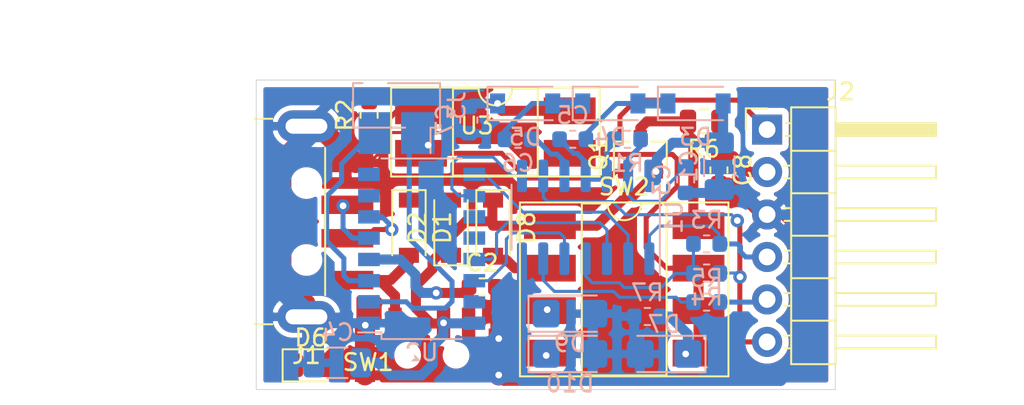
<source format=kicad_pcb>
(kicad_pcb (version 20171130) (host pcbnew "(5.1.0)-1")

  (general
    (thickness 1.6)
    (drawings 6)
    (tracks 357)
    (zones 0)
    (modules 34)
    (nets 38)
  )

  (page A4)
  (layers
    (0 F.Cu signal)
    (31 B.Cu signal)
    (32 B.Adhes user)
    (33 F.Adhes user)
    (34 B.Paste user)
    (35 F.Paste user)
    (36 B.SilkS user)
    (37 F.SilkS user)
    (38 B.Mask user)
    (39 F.Mask user)
    (40 Dwgs.User user)
    (41 Cmts.User user)
    (42 Eco1.User user)
    (43 Eco2.User user)
    (44 Edge.Cuts user)
    (45 Margin user)
    (46 B.CrtYd user)
    (47 F.CrtYd user)
    (48 B.Fab user hide)
    (49 F.Fab user hide)
  )

  (setup
    (last_trace_width 0.3)
    (user_trace_width 0.3)
    (user_trace_width 0.6)
    (user_trace_width 1.2)
    (trace_clearance 0.2)
    (zone_clearance 0.4)
    (zone_45_only no)
    (trace_min 0.18)
    (via_size 0.8)
    (via_drill 0.4)
    (via_min_size 0.4)
    (via_min_drill 0.3)
    (uvia_size 0.3)
    (uvia_drill 0.1)
    (uvias_allowed no)
    (uvia_min_size 0.2)
    (uvia_min_drill 0.1)
    (edge_width 0.05)
    (segment_width 0.2)
    (pcb_text_width 0.3)
    (pcb_text_size 1.5 1.5)
    (mod_edge_width 0.12)
    (mod_text_size 1 1)
    (mod_text_width 0.12)
    (pad_size 1.524 1.524)
    (pad_drill 0.762)
    (pad_to_mask_clearance 0.051)
    (solder_mask_min_width 0.25)
    (aux_axis_origin 90 60.2)
    (grid_origin 90 60.2)
    (visible_elements 7FFFFFFF)
    (pcbplotparams
      (layerselection 0x00080_7fffffff)
      (usegerberextensions false)
      (usegerberattributes false)
      (usegerberadvancedattributes false)
      (creategerberjobfile false)
      (excludeedgelayer false)
      (linewidth 0.100000)
      (plotframeref false)
      (viasonmask true)
      (mode 1)
      (useauxorigin true)
      (hpglpennumber 1)
      (hpglpenspeed 20)
      (hpglpendiameter 15.000000)
      (psnegative false)
      (psa4output false)
      (plotreference false)
      (plotvalue false)
      (plotinvisibletext false)
      (padsonsilk false)
      (subtractmaskfromsilk false)
      (outputformat 4)
      (mirror false)
      (drillshape 0)
      (scaleselection 1)
      (outputdirectory "./output"))
  )

  (net 0 "")
  (net 1 GND)
  (net 2 "Net-(C2-Pad1)")
  (net 3 "Net-(C3-Pad1)")
  (net 4 VDD)
  (net 5 "Net-(C5-Pad1)")
  (net 6 "Net-(C5-Pad2)")
  (net 7 "Net-(C6-Pad2)")
  (net 8 "Net-(C6-Pad1)")
  (net 9 /VPP)
  (net 10 /PGVDD)
  (net 11 +5V)
  (net 12 "Net-(D1-Pad1)")
  (net 13 "Net-(D6-Pad1)")
  (net 14 /PGVPP)
  (net 15 "Net-(D9-Pad1)")
  (net 16 "Net-(D10-Pad1)")
  (net 17 /USBDP)
  (net 18 /USBDN)
  (net 19 /PGD)
  (net 20 /PGC)
  (net 21 /PGAUX)
  (net 22 /TXD)
  (net 23 /~CTS)
  (net 24 /~DTR)
  (net 25 /~DSR)
  (net 26 /~RTS)
  (net 27 "Net-(U2-Pad7)")
  (net 28 "Net-(U2-Pad8)")
  (net 29 "Net-(U2-Pad11)")
  (net 30 "Net-(U2-Pad12)")
  (net 31 "Net-(U2-Pad15)")
  (net 32 "Net-(R5-Pad2)")
  (net 33 "Net-(R2-Pad1)")
  (net 34 "Net-(R3-Pad2)")
  (net 35 "Net-(D8-Pad2)")
  (net 36 /PGVDDR)
  (net 37 /RXD)

  (net_class Default 这是默认网络类。
    (clearance 0.2)
    (trace_width 0.185)
    (via_dia 0.8)
    (via_drill 0.4)
    (uvia_dia 0.3)
    (uvia_drill 0.1)
    (add_net +5V)
    (add_net /PGAUX)
    (add_net /PGC)
    (add_net /PGD)
    (add_net /PGVDD)
    (add_net /PGVDDR)
    (add_net /PGVPP)
    (add_net /RXD)
    (add_net /TXD)
    (add_net /USBDN)
    (add_net /USBDP)
    (add_net /VPP)
    (add_net /~CTS)
    (add_net /~DSR)
    (add_net /~DTR)
    (add_net /~RTS)
    (add_net GND)
    (add_net "Net-(C2-Pad1)")
    (add_net "Net-(C3-Pad1)")
    (add_net "Net-(C5-Pad1)")
    (add_net "Net-(C5-Pad2)")
    (add_net "Net-(C6-Pad1)")
    (add_net "Net-(C6-Pad2)")
    (add_net "Net-(D1-Pad1)")
    (add_net "Net-(D10-Pad1)")
    (add_net "Net-(D6-Pad1)")
    (add_net "Net-(D8-Pad2)")
    (add_net "Net-(D9-Pad1)")
    (add_net "Net-(R2-Pad1)")
    (add_net "Net-(R3-Pad2)")
    (add_net "Net-(R5-Pad2)")
    (add_net "Net-(U2-Pad11)")
    (add_net "Net-(U2-Pad12)")
    (add_net "Net-(U2-Pad15)")
    (add_net "Net-(U2-Pad7)")
    (add_net "Net-(U2-Pad8)")
    (add_net VDD)
  )

  (module all:2PAD_1x02_P2.54mm_SMD (layer B.Cu) (tedit 61F04318) (tstamp 61F0A92E)
    (at 98.39 43.205 90)
    (descr "surface-mounted straight pin header, 1x02, 2.54mm pitch, single row, style 1 (pin 1 left)")
    (tags "Surface mounted pin header SMD 1x02 2.54mm single row style1 pin1 left")
    (path /61F07CAC)
    (attr smd)
    (fp_text reference J3 (at 0 3.6 90) (layer B.SilkS)
      (effects (font (size 1 1) (thickness 0.15)) (justify mirror))
    )
    (fp_text value TTL (at 0 -3.6 90) (layer B.Fab)
      (effects (font (size 1 1) (thickness 0.15)) (justify mirror))
    )
    (fp_text user %R (at 0 0) (layer B.Fab)
      (effects (font (size 1 1) (thickness 0.15)) (justify mirror))
    )
    (fp_line (start 3.45 3.05) (end -2.7 3.05) (layer B.CrtYd) (width 0.05))
    (fp_line (start 3.45 -3.05) (end 3.45 3.05) (layer B.CrtYd) (width 0.05))
    (fp_line (start -2.7 -3.05) (end 3.45 -3.05) (layer B.CrtYd) (width 0.05))
    (fp_line (start -2.7 3.05) (end -2.7 -3.05) (layer B.CrtYd) (width 0.05))
    (fp_line (start -1.33 0.51) (end -1.33 -2.6) (layer B.SilkS) (width 0.12))
    (fp_line (start 1.33 -2.03) (end 1.33 -2.6) (layer B.SilkS) (width 0.12))
    (fp_line (start -1.33 2.6) (end -1.33 2.03) (layer B.SilkS) (width 0.12))
    (fp_line (start -1.33 2.03) (end -2.85 2.03) (layer B.SilkS) (width 0.12))
    (fp_line (start 1.33 2.6) (end 1.33 -0.51) (layer B.SilkS) (width 0.12))
    (fp_line (start -1.33 -2.6) (end 1.33 -2.6) (layer B.SilkS) (width 0.12))
    (fp_line (start -1.33 2.6) (end 1.33 2.6) (layer B.SilkS) (width 0.12))
    (fp_line (start 2.54 -1.59) (end 1.27 -1.59) (layer B.Fab) (width 0.1))
    (fp_line (start 2.54 -0.95) (end 2.54 -1.59) (layer B.Fab) (width 0.1))
    (fp_line (start 1.27 -0.95) (end 2.54 -0.95) (layer B.Fab) (width 0.1))
    (fp_line (start -2.54 0.95) (end -1.27 0.95) (layer B.Fab) (width 0.1))
    (fp_line (start -2.54 1.59) (end -2.54 0.95) (layer B.Fab) (width 0.1))
    (fp_line (start -1.27 1.59) (end -2.54 1.59) (layer B.Fab) (width 0.1))
    (fp_line (start 1.27 2.54) (end 1.27 -2.54) (layer B.Fab) (width 0.1))
    (fp_line (start -1.27 1.59) (end -0.32 2.54) (layer B.Fab) (width 0.1))
    (fp_line (start -1.27 -2.54) (end -1.27 1.59) (layer B.Fab) (width 0.1))
    (fp_line (start -0.32 2.54) (end 1.27 2.54) (layer B.Fab) (width 0.1))
    (fp_line (start 1.27 -2.54) (end -1.27 -2.54) (layer B.Fab) (width 0.1))
    (pad 2 smd rect (at -1.655 -1.27 90) (size 2.5 2) (layers B.Cu B.Paste B.Mask)
      (net 37 /RXD))
    (pad 1 smd rect (at -1.655 1.27 90) (size 2.5 2) (layers B.Cu B.Paste B.Mask)
      (net 22 /TXD))
    (model ${KISYS3DMOD}/Connector_PinHeader_2.54mm.3dshapes/PinHeader_1x02_P2.54mm_Vertical_SMD_Pin1Left.wrl
      (at (xyz 0 0 0))
      (scale (xyz 1 1 1))
      (rotate (xyz 0 0 0))
    )
  )

  (module all:R_0603_1608Metric (layer B.Cu) (tedit 5B301BBD) (tstamp 61F002B4)
    (at 113.3875 55.83 180)
    (descr "Resistor SMD 0603 (1608 Metric), square (rectangular) end terminal, IPC_7351 nominal, (Body size source: http://www.tortai-tech.com/upload/download/2011102023233369053.pdf), generated with kicad-footprint-generator")
    (tags resistor)
    (path /61F50132)
    (attr smd)
    (fp_text reference R7 (at 0 1.43 180) (layer B.SilkS)
      (effects (font (size 1 1) (thickness 0.15)) (justify mirror))
    )
    (fp_text value 27k (at 0 -1.43 180) (layer B.Fab)
      (effects (font (size 1 1) (thickness 0.15)) (justify mirror))
    )
    (fp_text user %R (at 0 0 180) (layer B.Fab)
      (effects (font (size 0.4 0.4) (thickness 0.06)) (justify mirror))
    )
    (fp_line (start 1.48 -0.73) (end -1.48 -0.73) (layer B.CrtYd) (width 0.05))
    (fp_line (start 1.48 0.73) (end 1.48 -0.73) (layer B.CrtYd) (width 0.05))
    (fp_line (start -1.48 0.73) (end 1.48 0.73) (layer B.CrtYd) (width 0.05))
    (fp_line (start -1.48 -0.73) (end -1.48 0.73) (layer B.CrtYd) (width 0.05))
    (fp_line (start -0.162779 -0.51) (end 0.162779 -0.51) (layer B.SilkS) (width 0.12))
    (fp_line (start -0.162779 0.51) (end 0.162779 0.51) (layer B.SilkS) (width 0.12))
    (fp_line (start 0.8 -0.4) (end -0.8 -0.4) (layer B.Fab) (width 0.1))
    (fp_line (start 0.8 0.4) (end 0.8 -0.4) (layer B.Fab) (width 0.1))
    (fp_line (start -0.8 0.4) (end 0.8 0.4) (layer B.Fab) (width 0.1))
    (fp_line (start -0.8 -0.4) (end -0.8 0.4) (layer B.Fab) (width 0.1))
    (pad 2 smd roundrect (at 0.7875 0 180) (size 0.875 0.95) (layers B.Cu B.Paste B.Mask) (roundrect_rratio 0.25)
      (net 1 GND))
    (pad 1 smd roundrect (at -0.7875 0 180) (size 0.875 0.95) (layers B.Cu B.Paste B.Mask) (roundrect_rratio 0.25)
      (net 14 /PGVPP))
    (model ${KISYS3DMOD}/Resistor_SMD.3dshapes/R_0603_1608Metric.wrl
      (at (xyz 0 0 0))
      (scale (xyz 1 1 1))
      (rotate (xyz 0 0 0))
    )
  )

  (module all:D_SOD-123 (layer F.Cu) (tedit 58645DC7) (tstamp 61EFF411)
    (at 104.16 50.52 270)
    (descr SOD-123)
    (tags SOD-123)
    (path /61F46D0C)
    (attr smd)
    (fp_text reference D8 (at 0 -2 270) (layer F.SilkS)
      (effects (font (size 1 1) (thickness 0.15)))
    )
    (fp_text value MBR0530 (at 0 2.1 270) (layer F.Fab)
      (effects (font (size 1 1) (thickness 0.15)))
    )
    (fp_line (start -2.25 -1) (end 1.65 -1) (layer F.SilkS) (width 0.12))
    (fp_line (start -2.25 1) (end 1.65 1) (layer F.SilkS) (width 0.12))
    (fp_line (start -2.35 -1.15) (end -2.35 1.15) (layer F.CrtYd) (width 0.05))
    (fp_line (start 2.35 1.15) (end -2.35 1.15) (layer F.CrtYd) (width 0.05))
    (fp_line (start 2.35 -1.15) (end 2.35 1.15) (layer F.CrtYd) (width 0.05))
    (fp_line (start -2.35 -1.15) (end 2.35 -1.15) (layer F.CrtYd) (width 0.05))
    (fp_line (start -1.4 -0.9) (end 1.4 -0.9) (layer F.Fab) (width 0.1))
    (fp_line (start 1.4 -0.9) (end 1.4 0.9) (layer F.Fab) (width 0.1))
    (fp_line (start 1.4 0.9) (end -1.4 0.9) (layer F.Fab) (width 0.1))
    (fp_line (start -1.4 0.9) (end -1.4 -0.9) (layer F.Fab) (width 0.1))
    (fp_line (start -0.75 0) (end -0.35 0) (layer F.Fab) (width 0.1))
    (fp_line (start -0.35 0) (end -0.35 -0.55) (layer F.Fab) (width 0.1))
    (fp_line (start -0.35 0) (end -0.35 0.55) (layer F.Fab) (width 0.1))
    (fp_line (start -0.35 0) (end 0.25 -0.4) (layer F.Fab) (width 0.1))
    (fp_line (start 0.25 -0.4) (end 0.25 0.4) (layer F.Fab) (width 0.1))
    (fp_line (start 0.25 0.4) (end -0.35 0) (layer F.Fab) (width 0.1))
    (fp_line (start 0.25 0) (end 0.75 0) (layer F.Fab) (width 0.1))
    (fp_line (start -2.25 -1) (end -2.25 1) (layer F.SilkS) (width 0.12))
    (fp_text user %R (at 0 -2 270) (layer F.Fab)
      (effects (font (size 1 1) (thickness 0.15)))
    )
    (pad 2 smd rect (at 1.65 0 270) (size 0.9 1.2) (layers F.Cu F.Paste F.Mask)
      (net 35 "Net-(D8-Pad2)"))
    (pad 1 smd rect (at -1.65 0 270) (size 0.9 1.2) (layers F.Cu F.Paste F.Mask)
      (net 4 VDD))
    (model ${KISYS3DMOD}/Diode_SMD.3dshapes/D_SOD-123.wrl
      (at (xyz 0 0 0))
      (scale (xyz 1 1 1))
      (rotate (xyz 0 0 0))
    )
  )

  (module all:R_0603_1608Metric (layer B.Cu) (tedit 5B301BBD) (tstamp 61EFE86E)
    (at 116.9325 53.23)
    (descr "Resistor SMD 0603 (1608 Metric), square (rectangular) end terminal, IPC_7351 nominal, (Body size source: http://www.tortai-tech.com/upload/download/2011102023233369053.pdf), generated with kicad-footprint-generator")
    (tags resistor)
    (path /61F09738)
    (attr smd)
    (fp_text reference R4 (at 0 1.43) (layer B.SilkS)
      (effects (font (size 1 1) (thickness 0.15)) (justify mirror))
    )
    (fp_text value 1.5k (at 0 -1.43) (layer B.Fab)
      (effects (font (size 1 1) (thickness 0.15)) (justify mirror))
    )
    (fp_text user %R (at 0 0) (layer B.Fab)
      (effects (font (size 0.4 0.4) (thickness 0.06)) (justify mirror))
    )
    (fp_line (start 1.48 -0.73) (end -1.48 -0.73) (layer B.CrtYd) (width 0.05))
    (fp_line (start 1.48 0.73) (end 1.48 -0.73) (layer B.CrtYd) (width 0.05))
    (fp_line (start -1.48 0.73) (end 1.48 0.73) (layer B.CrtYd) (width 0.05))
    (fp_line (start -1.48 -0.73) (end -1.48 0.73) (layer B.CrtYd) (width 0.05))
    (fp_line (start -0.162779 -0.51) (end 0.162779 -0.51) (layer B.SilkS) (width 0.12))
    (fp_line (start -0.162779 0.51) (end 0.162779 0.51) (layer B.SilkS) (width 0.12))
    (fp_line (start 0.8 -0.4) (end -0.8 -0.4) (layer B.Fab) (width 0.1))
    (fp_line (start 0.8 0.4) (end 0.8 -0.4) (layer B.Fab) (width 0.1))
    (fp_line (start -0.8 0.4) (end 0.8 0.4) (layer B.Fab) (width 0.1))
    (fp_line (start -0.8 -0.4) (end -0.8 0.4) (layer B.Fab) (width 0.1))
    (pad 2 smd roundrect (at 0.7875 0) (size 0.875 0.95) (layers B.Cu B.Paste B.Mask) (roundrect_rratio 0.25)
      (net 21 /PGAUX))
    (pad 1 smd roundrect (at -0.7875 0) (size 0.875 0.95) (layers B.Cu B.Paste B.Mask) (roundrect_rratio 0.25)
      (net 34 "Net-(R3-Pad2)"))
    (model ${KISYS3DMOD}/Resistor_SMD.3dshapes/R_0603_1608Metric.wrl
      (at (xyz 0 0 0))
      (scale (xyz 1 1 1))
      (rotate (xyz 0 0 0))
    )
  )

  (module all:D_SOD-123 (layer F.Cu) (tedit 58645DC7) (tstamp 61E5E5F6)
    (at 101.645 50.52 90)
    (descr SOD-123)
    (tags SOD-123)
    (path /61E80D01)
    (attr smd)
    (fp_text reference D2 (at 0 -2 90) (layer F.SilkS)
      (effects (font (size 1 1) (thickness 0.15)))
    )
    (fp_text value 1N4148 (at 0 2.1 90) (layer F.Fab)
      (effects (font (size 1 1) (thickness 0.15)))
    )
    (fp_line (start -2.25 -1) (end 1.65 -1) (layer F.SilkS) (width 0.12))
    (fp_line (start -2.25 1) (end 1.65 1) (layer F.SilkS) (width 0.12))
    (fp_line (start -2.35 -1.15) (end -2.35 1.15) (layer F.CrtYd) (width 0.05))
    (fp_line (start 2.35 1.15) (end -2.35 1.15) (layer F.CrtYd) (width 0.05))
    (fp_line (start 2.35 -1.15) (end 2.35 1.15) (layer F.CrtYd) (width 0.05))
    (fp_line (start -2.35 -1.15) (end 2.35 -1.15) (layer F.CrtYd) (width 0.05))
    (fp_line (start -1.4 -0.9) (end 1.4 -0.9) (layer F.Fab) (width 0.1))
    (fp_line (start 1.4 -0.9) (end 1.4 0.9) (layer F.Fab) (width 0.1))
    (fp_line (start 1.4 0.9) (end -1.4 0.9) (layer F.Fab) (width 0.1))
    (fp_line (start -1.4 0.9) (end -1.4 -0.9) (layer F.Fab) (width 0.1))
    (fp_line (start -0.75 0) (end -0.35 0) (layer F.Fab) (width 0.1))
    (fp_line (start -0.35 0) (end -0.35 -0.55) (layer F.Fab) (width 0.1))
    (fp_line (start -0.35 0) (end -0.35 0.55) (layer F.Fab) (width 0.1))
    (fp_line (start -0.35 0) (end 0.25 -0.4) (layer F.Fab) (width 0.1))
    (fp_line (start 0.25 -0.4) (end 0.25 0.4) (layer F.Fab) (width 0.1))
    (fp_line (start 0.25 0.4) (end -0.35 0) (layer F.Fab) (width 0.1))
    (fp_line (start 0.25 0) (end 0.75 0) (layer F.Fab) (width 0.1))
    (fp_line (start -2.25 -1) (end -2.25 1) (layer F.SilkS) (width 0.12))
    (fp_text user %R (at 0 -2 90) (layer F.Fab)
      (effects (font (size 1 1) (thickness 0.15)))
    )
    (pad 2 smd rect (at 1.65 0 90) (size 0.9 1.2) (layers F.Cu F.Paste F.Mask)
      (net 12 "Net-(D1-Pad1)"))
    (pad 1 smd rect (at -1.65 0 90) (size 0.9 1.2) (layers F.Cu F.Paste F.Mask)
      (net 4 VDD))
    (model ${KISYS3DMOD}/Diode_SMD.3dshapes/D_SOD-123.wrl
      (at (xyz 0 0 0))
      (scale (xyz 1 1 1))
      (rotate (xyz 0 0 0))
    )
  )

  (module all:D_SOD-123 (layer F.Cu) (tedit 58645DC7) (tstamp 61E60ACA)
    (at 99.13 50.52 270)
    (descr SOD-123)
    (tags SOD-123)
    (path /61E80403)
    (attr smd)
    (fp_text reference D1 (at 0 -2 270) (layer F.SilkS)
      (effects (font (size 1 1) (thickness 0.15)))
    )
    (fp_text value 1N4148 (at 0 2.1 270) (layer F.Fab)
      (effects (font (size 1 1) (thickness 0.15)))
    )
    (fp_line (start -2.25 -1) (end 1.65 -1) (layer F.SilkS) (width 0.12))
    (fp_line (start -2.25 1) (end 1.65 1) (layer F.SilkS) (width 0.12))
    (fp_line (start -2.35 -1.15) (end -2.35 1.15) (layer F.CrtYd) (width 0.05))
    (fp_line (start 2.35 1.15) (end -2.35 1.15) (layer F.CrtYd) (width 0.05))
    (fp_line (start 2.35 -1.15) (end 2.35 1.15) (layer F.CrtYd) (width 0.05))
    (fp_line (start -2.35 -1.15) (end 2.35 -1.15) (layer F.CrtYd) (width 0.05))
    (fp_line (start -1.4 -0.9) (end 1.4 -0.9) (layer F.Fab) (width 0.1))
    (fp_line (start 1.4 -0.9) (end 1.4 0.9) (layer F.Fab) (width 0.1))
    (fp_line (start 1.4 0.9) (end -1.4 0.9) (layer F.Fab) (width 0.1))
    (fp_line (start -1.4 0.9) (end -1.4 -0.9) (layer F.Fab) (width 0.1))
    (fp_line (start -0.75 0) (end -0.35 0) (layer F.Fab) (width 0.1))
    (fp_line (start -0.35 0) (end -0.35 -0.55) (layer F.Fab) (width 0.1))
    (fp_line (start -0.35 0) (end -0.35 0.55) (layer F.Fab) (width 0.1))
    (fp_line (start -0.35 0) (end 0.25 -0.4) (layer F.Fab) (width 0.1))
    (fp_line (start 0.25 -0.4) (end 0.25 0.4) (layer F.Fab) (width 0.1))
    (fp_line (start 0.25 0.4) (end -0.35 0) (layer F.Fab) (width 0.1))
    (fp_line (start 0.25 0) (end 0.75 0) (layer F.Fab) (width 0.1))
    (fp_line (start -2.25 -1) (end -2.25 1) (layer F.SilkS) (width 0.12))
    (fp_text user %R (at 0 -2 270) (layer F.Fab)
      (effects (font (size 1 1) (thickness 0.15)))
    )
    (pad 2 smd rect (at 1.65 0 270) (size 0.9 1.2) (layers F.Cu F.Paste F.Mask)
      (net 11 +5V))
    (pad 1 smd rect (at -1.65 0 270) (size 0.9 1.2) (layers F.Cu F.Paste F.Mask)
      (net 12 "Net-(D1-Pad1)"))
    (model ${KISYS3DMOD}/Diode_SMD.3dshapes/D_SOD-123.wrl
      (at (xyz 0 0 0))
      (scale (xyz 1 1 1))
      (rotate (xyz 0 0 0))
    )
  )

  (module all:PinHeader_1x06_P2.54mm_Horizontal (layer F.Cu) (tedit 61E5D3E4) (tstamp 61F08427)
    (at 120.55 44.65)
    (descr "Through hole angled pin header, 1x06, 2.54mm pitch, 6mm pin length, single row")
    (tags "Through hole angled pin header THT 1x06 2.54mm single row")
    (path /61F6D9EF)
    (fp_text reference J2 (at 4.385 -2.27) (layer F.SilkS)
      (effects (font (size 1 1) (thickness 0.15)))
    )
    (fp_text value ICSP (at 4.385 14.97) (layer F.Fab)
      (effects (font (size 1 1) (thickness 0.15)))
    )
    (fp_text user %R (at 2.77 6.35 90) (layer F.Fab)
      (effects (font (size 1 1) (thickness 0.15)))
    )
    (fp_line (start 10.55 -1.8) (end -1.8 -1.8) (layer F.CrtYd) (width 0.05))
    (fp_line (start 10.55 14.5) (end 10.55 -1.8) (layer F.CrtYd) (width 0.05))
    (fp_line (start -1.8 14.5) (end 10.55 14.5) (layer F.CrtYd) (width 0.05))
    (fp_line (start -1.8 -1.8) (end -1.8 14.5) (layer F.CrtYd) (width 0.05))
    (fp_line (start -1.27 -1.27) (end 0 -1.27) (layer F.SilkS) (width 0.12))
    (fp_line (start -1.27 0) (end -1.27 -1.27) (layer F.SilkS) (width 0.12))
    (fp_line (start 1.042929 13.08) (end 1.44 13.08) (layer F.SilkS) (width 0.12))
    (fp_line (start 1.042929 12.32) (end 1.44 12.32) (layer F.SilkS) (width 0.12))
    (fp_line (start 10.1 13.08) (end 4.1 13.08) (layer F.SilkS) (width 0.12))
    (fp_line (start 10.1 12.32) (end 10.1 13.08) (layer F.SilkS) (width 0.12))
    (fp_line (start 4.1 12.32) (end 10.1 12.32) (layer F.SilkS) (width 0.12))
    (fp_line (start 1.44 11.43) (end 4.1 11.43) (layer F.SilkS) (width 0.12))
    (fp_line (start 1.042929 10.54) (end 1.44 10.54) (layer F.SilkS) (width 0.12))
    (fp_line (start 1.042929 9.78) (end 1.44 9.78) (layer F.SilkS) (width 0.12))
    (fp_line (start 10.1 10.54) (end 4.1 10.54) (layer F.SilkS) (width 0.12))
    (fp_line (start 10.1 9.78) (end 10.1 10.54) (layer F.SilkS) (width 0.12))
    (fp_line (start 4.1 9.78) (end 10.1 9.78) (layer F.SilkS) (width 0.12))
    (fp_line (start 1.44 8.89) (end 4.1 8.89) (layer F.SilkS) (width 0.12))
    (fp_line (start 1.042929 8) (end 1.44 8) (layer F.SilkS) (width 0.12))
    (fp_line (start 1.042929 7.24) (end 1.44 7.24) (layer F.SilkS) (width 0.12))
    (fp_line (start 10.1 8) (end 4.1 8) (layer F.SilkS) (width 0.12))
    (fp_line (start 10.1 7.24) (end 10.1 8) (layer F.SilkS) (width 0.12))
    (fp_line (start 4.1 7.24) (end 10.1 7.24) (layer F.SilkS) (width 0.12))
    (fp_line (start 1.44 6.35) (end 4.1 6.35) (layer F.SilkS) (width 0.12))
    (fp_line (start 1.042929 5.46) (end 1.44 5.46) (layer F.SilkS) (width 0.12))
    (fp_line (start 1.042929 4.7) (end 1.44 4.7) (layer F.SilkS) (width 0.12))
    (fp_line (start 10.1 5.46) (end 4.1 5.46) (layer F.SilkS) (width 0.12))
    (fp_line (start 10.1 4.7) (end 10.1 5.46) (layer F.SilkS) (width 0.12))
    (fp_line (start 4.1 4.7) (end 10.1 4.7) (layer F.SilkS) (width 0.12))
    (fp_line (start 1.44 3.81) (end 4.1 3.81) (layer F.SilkS) (width 0.12))
    (fp_line (start 1.042929 2.92) (end 1.44 2.92) (layer F.SilkS) (width 0.12))
    (fp_line (start 1.042929 2.16) (end 1.44 2.16) (layer F.SilkS) (width 0.12))
    (fp_line (start 10.1 2.92) (end 4.1 2.92) (layer F.SilkS) (width 0.12))
    (fp_line (start 10.1 2.16) (end 10.1 2.92) (layer F.SilkS) (width 0.12))
    (fp_line (start 4.1 2.16) (end 10.1 2.16) (layer F.SilkS) (width 0.12))
    (fp_line (start 1.44 1.27) (end 4.1 1.27) (layer F.SilkS) (width 0.12))
    (fp_line (start 1.11 0.38) (end 1.44 0.38) (layer F.SilkS) (width 0.12))
    (fp_line (start 1.11 -0.38) (end 1.44 -0.38) (layer F.SilkS) (width 0.12))
    (fp_line (start 4.1 0.28) (end 10.1 0.28) (layer F.SilkS) (width 0.12))
    (fp_line (start 4.1 0.16) (end 10.1 0.16) (layer F.SilkS) (width 0.12))
    (fp_line (start 4.1 0.04) (end 10.1 0.04) (layer F.SilkS) (width 0.12))
    (fp_line (start 4.1 -0.08) (end 10.1 -0.08) (layer F.SilkS) (width 0.12))
    (fp_line (start 4.1 -0.2) (end 10.1 -0.2) (layer F.SilkS) (width 0.12))
    (fp_line (start 4.1 -0.32) (end 10.1 -0.32) (layer F.SilkS) (width 0.12))
    (fp_line (start 10.1 0.38) (end 4.1 0.38) (layer F.SilkS) (width 0.12))
    (fp_line (start 10.1 -0.38) (end 10.1 0.38) (layer F.SilkS) (width 0.12))
    (fp_line (start 4.1 -0.38) (end 10.1 -0.38) (layer F.SilkS) (width 0.12))
    (fp_line (start 4.1 -1.33) (end 1.44 -1.33) (layer F.SilkS) (width 0.12))
    (fp_line (start 4.1 14.03) (end 4.1 -1.33) (layer F.SilkS) (width 0.12))
    (fp_line (start 1.44 14.03) (end 4.1 14.03) (layer F.SilkS) (width 0.12))
    (fp_line (start 1.44 -1.33) (end 1.44 14.03) (layer F.SilkS) (width 0.12))
    (fp_line (start 4.04 13.02) (end 10.04 13.02) (layer F.Fab) (width 0.1))
    (fp_line (start 10.04 12.38) (end 10.04 13.02) (layer F.Fab) (width 0.1))
    (fp_line (start 4.04 12.38) (end 10.04 12.38) (layer F.Fab) (width 0.1))
    (fp_line (start -0.32 13.02) (end 1.5 13.02) (layer F.Fab) (width 0.1))
    (fp_line (start -0.32 12.38) (end -0.32 13.02) (layer F.Fab) (width 0.1))
    (fp_line (start -0.32 12.38) (end 1.5 12.38) (layer F.Fab) (width 0.1))
    (fp_line (start 4.04 10.48) (end 10.04 10.48) (layer F.Fab) (width 0.1))
    (fp_line (start 10.04 9.84) (end 10.04 10.48) (layer F.Fab) (width 0.1))
    (fp_line (start 4.04 9.84) (end 10.04 9.84) (layer F.Fab) (width 0.1))
    (fp_line (start -0.32 10.48) (end 1.5 10.48) (layer F.Fab) (width 0.1))
    (fp_line (start -0.32 9.84) (end -0.32 10.48) (layer F.Fab) (width 0.1))
    (fp_line (start -0.32 9.84) (end 1.5 9.84) (layer F.Fab) (width 0.1))
    (fp_line (start 4.04 7.94) (end 10.04 7.94) (layer F.Fab) (width 0.1))
    (fp_line (start 10.04 7.3) (end 10.04 7.94) (layer F.Fab) (width 0.1))
    (fp_line (start 4.04 7.3) (end 10.04 7.3) (layer F.Fab) (width 0.1))
    (fp_line (start -0.32 7.94) (end 1.5 7.94) (layer F.Fab) (width 0.1))
    (fp_line (start -0.32 7.3) (end -0.32 7.94) (layer F.Fab) (width 0.1))
    (fp_line (start -0.32 7.3) (end 1.5 7.3) (layer F.Fab) (width 0.1))
    (fp_line (start 4.04 5.4) (end 10.04 5.4) (layer F.Fab) (width 0.1))
    (fp_line (start 10.04 4.76) (end 10.04 5.4) (layer F.Fab) (width 0.1))
    (fp_line (start 4.04 4.76) (end 10.04 4.76) (layer F.Fab) (width 0.1))
    (fp_line (start -0.32 5.4) (end 1.5 5.4) (layer F.Fab) (width 0.1))
    (fp_line (start -0.32 4.76) (end -0.32 5.4) (layer F.Fab) (width 0.1))
    (fp_line (start -0.32 4.76) (end 1.5 4.76) (layer F.Fab) (width 0.1))
    (fp_line (start 4.04 2.86) (end 10.04 2.86) (layer F.Fab) (width 0.1))
    (fp_line (start 10.04 2.22) (end 10.04 2.86) (layer F.Fab) (width 0.1))
    (fp_line (start 4.04 2.22) (end 10.04 2.22) (layer F.Fab) (width 0.1))
    (fp_line (start -0.32 2.86) (end 1.5 2.86) (layer F.Fab) (width 0.1))
    (fp_line (start -0.32 2.22) (end -0.32 2.86) (layer F.Fab) (width 0.1))
    (fp_line (start -0.32 2.22) (end 1.5 2.22) (layer F.Fab) (width 0.1))
    (fp_line (start 4.04 0.32) (end 10.04 0.32) (layer F.Fab) (width 0.1))
    (fp_line (start 10.04 -0.32) (end 10.04 0.32) (layer F.Fab) (width 0.1))
    (fp_line (start 4.04 -0.32) (end 10.04 -0.32) (layer F.Fab) (width 0.1))
    (fp_line (start -0.32 0.32) (end 1.5 0.32) (layer F.Fab) (width 0.1))
    (fp_line (start -0.32 -0.32) (end -0.32 0.32) (layer F.Fab) (width 0.1))
    (fp_line (start -0.32 -0.32) (end 1.5 -0.32) (layer F.Fab) (width 0.1))
    (fp_line (start 1.5 -0.635) (end 2.135 -1.27) (layer F.Fab) (width 0.1))
    (fp_line (start 1.5 13.97) (end 1.5 -0.635) (layer F.Fab) (width 0.1))
    (fp_line (start 4.04 13.97) (end 1.5 13.97) (layer F.Fab) (width 0.1))
    (fp_line (start 4.04 -1.27) (end 4.04 13.97) (layer F.Fab) (width 0.1))
    (fp_line (start 2.135 -1.27) (end 4.04 -1.27) (layer F.Fab) (width 0.1))
    (pad 6 thru_hole circle (at 0 12.7) (size 1.8 1.8) (drill 1) (layers *.Cu *.Paste *.Mask)
      (net 21 /PGAUX))
    (pad 5 thru_hole circle (at 0 10.16) (size 1.8 1.8) (drill 1) (layers *.Cu *.Paste *.Mask)
      (net 20 /PGC))
    (pad 4 thru_hole circle (at 0 7.62) (size 1.8 1.8) (drill 1) (layers *.Cu *.Paste *.Mask)
      (net 19 /PGD))
    (pad 3 thru_hole circle (at 0 5.08) (size 1.8 1.8) (drill 1) (layers *.Cu *.Paste *.Mask)
      (net 1 GND))
    (pad 2 thru_hole circle (at 0 2.54) (size 1.8 1.8) (drill 1) (layers *.Cu *.Paste *.Mask)
      (net 10 /PGVDD))
    (pad 1 thru_hole rect (at 0 0) (size 1.8 1.8) (drill 1) (layers *.Cu *.Paste *.Mask)
      (net 14 /PGVPP))
    (model ${KISYS3DMOD}/Connector_PinHeader_2.54mm.3dshapes/PinHeader_1x06_P2.54mm_Horizontal.wrl
      (at (xyz 0 0 0))
      (scale (xyz 1 1 1))
      (rotate (xyz 0 0 0))
    )
  )

  (module all:C_1206_3216Metric (layer B.Cu) (tedit 5B301BBE) (tstamp 61E5C5C1)
    (at 117.69 46.84 270)
    (descr "Capacitor SMD 1206 (3216 Metric), square (rectangular) end terminal, IPC_7351 nominal, (Body size source: http://www.tortai-tech.com/upload/download/2011102023233369053.pdf), generated with kicad-footprint-generator")
    (tags capacitor)
    (path /621A03F9)
    (attr smd)
    (fp_text reference C1 (at 0 1.82 270) (layer B.SilkS)
      (effects (font (size 1 1) (thickness 0.15)) (justify mirror))
    )
    (fp_text value 10/6.3V/tantalum (at 0 -1.82 270) (layer B.Fab)
      (effects (font (size 1 1) (thickness 0.15)) (justify mirror))
    )
    (fp_text user %R (at 0 0 270) (layer B.Fab)
      (effects (font (size 0.8 0.8) (thickness 0.12)) (justify mirror))
    )
    (fp_line (start 2.28 -1.12) (end -2.28 -1.12) (layer B.CrtYd) (width 0.05))
    (fp_line (start 2.28 1.12) (end 2.28 -1.12) (layer B.CrtYd) (width 0.05))
    (fp_line (start -2.28 1.12) (end 2.28 1.12) (layer B.CrtYd) (width 0.05))
    (fp_line (start -2.28 -1.12) (end -2.28 1.12) (layer B.CrtYd) (width 0.05))
    (fp_line (start -0.602064 -0.91) (end 0.602064 -0.91) (layer B.SilkS) (width 0.12))
    (fp_line (start -0.602064 0.91) (end 0.602064 0.91) (layer B.SilkS) (width 0.12))
    (fp_line (start 1.6 -0.8) (end -1.6 -0.8) (layer B.Fab) (width 0.1))
    (fp_line (start 1.6 0.8) (end 1.6 -0.8) (layer B.Fab) (width 0.1))
    (fp_line (start -1.6 0.8) (end 1.6 0.8) (layer B.Fab) (width 0.1))
    (fp_line (start -1.6 -0.8) (end -1.6 0.8) (layer B.Fab) (width 0.1))
    (pad 2 smd roundrect (at 1.4 0 270) (size 1.25 1.75) (layers B.Cu B.Paste B.Mask) (roundrect_rratio 0.2)
      (net 1 GND))
    (pad 1 smd roundrect (at -1.4 0 270) (size 1.25 1.75) (layers B.Cu B.Paste B.Mask) (roundrect_rratio 0.2)
      (net 4 VDD))
    (model ${KISYS3DMOD}/Capacitor_SMD.3dshapes/C_1206_3216Metric.wrl
      (at (xyz 0 0 0))
      (scale (xyz 1 1 1))
      (rotate (xyz 0 0 0))
    )
  )

  (module all:SOIC-14_3.9x8.7mm_P1.27mm (layer B.Cu) (tedit 5D9F72B1) (tstamp 61E6F207)
    (at 109.7 49.895 90)
    (descr "SOIC, 14 Pin (JEDEC MS-012AB, https://www.analog.com/media/en/package-pcb-resources/package/pkg_pdf/soic_narrow-r/r_14.pdf), generated with kicad-footprint-generator ipc_gullwing_generator.py")
    (tags "SOIC SO")
    (path /6254FE52)
    (attr smd)
    (fp_text reference U1 (at 0 5.28 90) (layer B.SilkS)
      (effects (font (size 1 1) (thickness 0.15)) (justify mirror))
    )
    (fp_text value 74HC14 (at 0 -5.28 90) (layer B.Fab)
      (effects (font (size 1 1) (thickness 0.15)) (justify mirror))
    )
    (fp_text user %R (at 0 0 90) (layer B.Fab)
      (effects (font (size 0.98 0.98) (thickness 0.15)) (justify mirror))
    )
    (fp_line (start 3.7 4.58) (end -3.7 4.58) (layer B.CrtYd) (width 0.05))
    (fp_line (start 3.7 -4.58) (end 3.7 4.58) (layer B.CrtYd) (width 0.05))
    (fp_line (start -3.7 -4.58) (end 3.7 -4.58) (layer B.CrtYd) (width 0.05))
    (fp_line (start -3.7 4.58) (end -3.7 -4.58) (layer B.CrtYd) (width 0.05))
    (fp_line (start -1.95 3.35) (end -0.975 4.325) (layer B.Fab) (width 0.1))
    (fp_line (start -1.95 -4.325) (end -1.95 3.35) (layer B.Fab) (width 0.1))
    (fp_line (start 1.95 -4.325) (end -1.95 -4.325) (layer B.Fab) (width 0.1))
    (fp_line (start 1.95 4.325) (end 1.95 -4.325) (layer B.Fab) (width 0.1))
    (fp_line (start -0.975 4.325) (end 1.95 4.325) (layer B.Fab) (width 0.1))
    (fp_line (start 0 4.435) (end -3.45 4.435) (layer B.SilkS) (width 0.12))
    (fp_line (start 0 4.435) (end 1.95 4.435) (layer B.SilkS) (width 0.12))
    (fp_line (start 0 -4.435) (end -1.95 -4.435) (layer B.SilkS) (width 0.12))
    (fp_line (start 0 -4.435) (end 1.95 -4.435) (layer B.SilkS) (width 0.12))
    (pad 14 smd roundrect (at 2.475 3.81 90) (size 1.95 0.6) (layers B.Cu B.Paste B.Mask) (roundrect_rratio 0.25)
      (net 4 VDD))
    (pad 13 smd roundrect (at 2.475 2.54 90) (size 1.95 0.6) (layers B.Cu B.Paste B.Mask) (roundrect_rratio 0.25)
      (net 3 "Net-(C3-Pad1)"))
    (pad 12 smd roundrect (at 2.475 1.27 90) (size 1.95 0.6) (layers B.Cu B.Paste B.Mask) (roundrect_rratio 0.25)
      (net 6 "Net-(C5-Pad2)"))
    (pad 11 smd roundrect (at 2.475 0 90) (size 1.95 0.6) (layers B.Cu B.Paste B.Mask) (roundrect_rratio 0.25)
      (net 6 "Net-(C5-Pad2)"))
    (pad 10 smd roundrect (at 2.475 -1.27 90) (size 1.95 0.6) (layers B.Cu B.Paste B.Mask) (roundrect_rratio 0.25)
      (net 7 "Net-(C6-Pad2)"))
    (pad 9 smd roundrect (at 2.475 -2.54 90) (size 1.95 0.6) (layers B.Cu B.Paste B.Mask) (roundrect_rratio 0.25)
      (net 21 /PGAUX))
    (pad 8 smd roundrect (at 2.475 -3.81 90) (size 1.95 0.6) (layers B.Cu B.Paste B.Mask) (roundrect_rratio 0.25)
      (net 25 /~DSR))
    (pad 7 smd roundrect (at -2.475 -3.81 90) (size 1.95 0.6) (layers B.Cu B.Paste B.Mask) (roundrect_rratio 0.25)
      (net 1 GND))
    (pad 6 smd roundrect (at -2.475 -2.54 90) (size 1.95 0.6) (layers B.Cu B.Paste B.Mask) (roundrect_rratio 0.25)
      (net 32 "Net-(R5-Pad2)"))
    (pad 5 smd roundrect (at -2.475 -1.27 90) (size 1.95 0.6) (layers B.Cu B.Paste B.Mask) (roundrect_rratio 0.25)
      (net 26 /~RTS))
    (pad 4 smd roundrect (at -2.475 0 90) (size 1.95 0.6) (layers B.Cu B.Paste B.Mask) (roundrect_rratio 0.25)
      (net 34 "Net-(R3-Pad2)"))
    (pad 3 smd roundrect (at -2.475 1.27 90) (size 1.95 0.6) (layers B.Cu B.Paste B.Mask) (roundrect_rratio 0.25)
      (net 24 /~DTR))
    (pad 2 smd roundrect (at -2.475 2.54 90) (size 1.95 0.6) (layers B.Cu B.Paste B.Mask) (roundrect_rratio 0.25)
      (net 23 /~CTS))
    (pad 1 smd roundrect (at -2.475 3.81 90) (size 1.95 0.6) (layers B.Cu B.Paste B.Mask) (roundrect_rratio 0.25)
      (net 19 /PGD))
    (model ${KISYS3DMOD}/Package_SO.3dshapes/SOIC-14_3.9x8.7mm_P1.27mm.wrl
      (at (xyz 0 0 0))
      (scale (xyz 1 1 1))
      (rotate (xyz 0 0 0))
    )
  )

  (module all:DIP-8_W8.89mm_SMDSocket_LongPads (layer F.Cu) (tedit 5A02E8C5) (tstamp 61E662D8)
    (at 112.005 54.21)
    (descr "8-lead though-hole mounted DIP package, row spacing 8.89 mm (350 mils), SMDSocket, LongPads")
    (tags "THT DIP DIL PDIP 2.54mm 8.89mm 350mil SMDSocket LongPads")
    (path /62A0C3C5)
    (attr smd)
    (fp_text reference SW2 (at 0 -6.14) (layer F.SilkS)
      (effects (font (size 1 1) (thickness 0.15)))
    )
    (fp_text value SW_SMD_x04 (at 0 6.14) (layer F.Fab)
      (effects (font (size 1 1) (thickness 0.15)))
    )
    (fp_text user %R (at 0 0) (layer F.Fab)
      (effects (font (size 1 1) (thickness 0.15)))
    )
    (fp_line (start 6.25 -5.4) (end -6.25 -5.4) (layer F.CrtYd) (width 0.05))
    (fp_line (start 6.25 5.4) (end 6.25 -5.4) (layer F.CrtYd) (width 0.05))
    (fp_line (start -6.25 5.4) (end 6.25 5.4) (layer F.CrtYd) (width 0.05))
    (fp_line (start -6.25 -5.4) (end -6.25 5.4) (layer F.CrtYd) (width 0.05))
    (fp_line (start 6.235 -5.2) (end -6.235 -5.2) (layer F.SilkS) (width 0.12))
    (fp_line (start 6.235 5.2) (end 6.235 -5.2) (layer F.SilkS) (width 0.12))
    (fp_line (start -6.235 5.2) (end 6.235 5.2) (layer F.SilkS) (width 0.12))
    (fp_line (start -6.235 -5.2) (end -6.235 5.2) (layer F.SilkS) (width 0.12))
    (fp_line (start 2.535 -5.14) (end 1 -5.14) (layer F.SilkS) (width 0.12))
    (fp_line (start 2.535 5.14) (end 2.535 -5.14) (layer F.SilkS) (width 0.12))
    (fp_line (start -2.535 5.14) (end 2.535 5.14) (layer F.SilkS) (width 0.12))
    (fp_line (start -2.535 -5.14) (end -2.535 5.14) (layer F.SilkS) (width 0.12))
    (fp_line (start -1 -5.14) (end -2.535 -5.14) (layer F.SilkS) (width 0.12))
    (fp_line (start 5.08 -5.14) (end -5.08 -5.14) (layer F.Fab) (width 0.1))
    (fp_line (start 5.08 5.14) (end 5.08 -5.14) (layer F.Fab) (width 0.1))
    (fp_line (start -5.08 5.14) (end 5.08 5.14) (layer F.Fab) (width 0.1))
    (fp_line (start -5.08 -5.14) (end -5.08 5.14) (layer F.Fab) (width 0.1))
    (fp_line (start -3.175 -4.08) (end -2.175 -5.08) (layer F.Fab) (width 0.1))
    (fp_line (start -3.175 5.08) (end -3.175 -4.08) (layer F.Fab) (width 0.1))
    (fp_line (start 3.175 5.08) (end -3.175 5.08) (layer F.Fab) (width 0.1))
    (fp_line (start 3.175 -5.08) (end 3.175 5.08) (layer F.Fab) (width 0.1))
    (fp_line (start -2.175 -5.08) (end 3.175 -5.08) (layer F.Fab) (width 0.1))
    (fp_arc (start 0 -5.14) (end -1 -5.14) (angle -180) (layer F.SilkS) (width 0.12))
    (pad 8 smd rect (at 4.445 -3.81) (size 3.1 1.6) (layers F.Cu F.Paste F.Mask)
      (net 36 /PGVDDR))
    (pad 4 smd rect (at -4.445 3.81) (size 3.1 1.6) (layers F.Cu F.Paste F.Mask)
      (net 16 "Net-(D10-Pad1)"))
    (pad 7 smd rect (at 4.445 -1.27) (size 3.1 1.6) (layers F.Cu F.Paste F.Mask)
      (net 14 /PGVPP))
    (pad 3 smd rect (at -4.445 1.27) (size 3.1 1.6) (layers F.Cu F.Paste F.Mask)
      (net 15 "Net-(D9-Pad1)"))
    (pad 6 smd rect (at 4.445 1.27) (size 3.1 1.6) (layers F.Cu F.Paste F.Mask)
      (net 14 /PGVPP))
    (pad 2 smd rect (at -4.445 -1.27) (size 3.1 1.6) (layers F.Cu F.Paste F.Mask)
      (net 35 "Net-(D8-Pad2)"))
    (pad 5 smd rect (at 4.445 3.81) (size 3.1 1.6) (layers F.Cu F.Paste F.Mask)
      (net 14 /PGVPP))
    (pad 1 smd rect (at -4.445 -3.81) (size 3.1 1.6) (layers F.Cu F.Paste F.Mask)
      (net 4 VDD))
    (model ${KISYS3DMOD}/Package_DIP.3dshapes/DIP-8_W8.89mm_SMDSocket.wrl
      (at (xyz 0 0 0))
      (scale (xyz 1 1 1))
      (rotate (xyz 0 0 0))
    )
  )

  (module all:USB_A_CNCTech_1001-011-01101_Horizontal (layer F.Cu) (tedit 61EB5118) (tstamp 61E5CB97)
    (at 86.1 50.15 180)
    (descr http://cnctech.us/pdfs/1001-011-01101.pdf)
    (tags USB-A)
    (path /61F1EDD5)
    (attr smd)
    (fp_text reference J1 (at -6.9 -8 180) (layer F.SilkS)
      (effects (font (size 1 1) (thickness 0.15)))
    )
    (fp_text value USB_A (at 0 8) (layer F.Fab)
      (effects (font (size 1 1) (thickness 0.15)))
    )
    (fp_line (start -11.4 4.55) (end -9.15 4.55) (layer F.CrtYd) (width 0.05))
    (fp_line (start -9.15 4.55) (end -9.15 7.15) (layer F.CrtYd) (width 0.05))
    (fp_line (start -9.15 7.15) (end -4.65 7.15) (layer F.CrtYd) (width 0.05))
    (fp_line (start -4.65 7.15) (end -4.65 6.52) (layer F.CrtYd) (width 0.05))
    (fp_line (start -4.65 6.52) (end 11.4 6.52) (layer F.CrtYd) (width 0.05))
    (fp_text user %R (at -6 0 270) (layer F.Fab)
      (effects (font (size 1 1) (thickness 0.15)))
    )
    (fp_line (start 11.4 6.52) (end 11.4 -6.52) (layer F.CrtYd) (width 0.05))
    (fp_line (start -4.65 -6.52) (end 11.4 -6.52) (layer F.CrtYd) (width 0.05))
    (fp_line (start -4.65 -6.52) (end -4.65 -7.15) (layer F.CrtYd) (width 0.05))
    (fp_line (start -9.15 -7.15) (end -4.65 -7.15) (layer F.CrtYd) (width 0.05))
    (fp_line (start -9.15 -7.15) (end -9.15 -4.55) (layer F.CrtYd) (width 0.05))
    (fp_line (start -11.4 -4.55) (end -9.15 -4.55) (layer F.CrtYd) (width 0.05))
    (fp_line (start -11.4 4.55) (end -11.4 -4.55) (layer F.CrtYd) (width 0.05))
    (fp_line (start -4.85 6.145) (end -3.8 6.145) (layer F.SilkS) (width 0.12))
    (fp_line (start -4.85 -6.145) (end -3.8 -6.145) (layer F.SilkS) (width 0.12))
    (fp_text user "PCB Edge" (at -4.55 -0.05 270) (layer Dwgs.User)
      (effects (font (size 0.6 0.6) (thickness 0.09)))
    )
    (fp_line (start -3.8 6.025) (end -3.8 -6.025) (layer Dwgs.User) (width 0.1))
    (fp_line (start -8.02 -4.4) (end -8.02 4.4) (layer F.SilkS) (width 0.12))
    (fp_circle (center -6.9 2.3) (end -6.9 2.8) (layer F.Fab) (width 0.1))
    (fp_circle (center -6.9 -2.3) (end -6.9 -2.8) (layer F.Fab) (width 0.1))
    (fp_line (start -10.4 -3.25) (end -7.9 -3.25) (layer F.Fab) (width 0.1))
    (fp_line (start -10.4 -3.25) (end -10.4 -3.75) (layer F.Fab) (width 0.1))
    (fp_line (start -10.4 -3.75) (end -7.9 -3.75) (layer F.Fab) (width 0.1))
    (fp_line (start -10.4 -1.25) (end -7.9 -1.25) (layer F.Fab) (width 0.1))
    (fp_line (start -10.4 -0.75) (end -7.9 -0.75) (layer F.Fab) (width 0.1))
    (fp_line (start -10.4 -0.75) (end -10.4 -1.25) (layer F.Fab) (width 0.1))
    (fp_line (start -10.4 1.25) (end -7.9 1.25) (layer F.Fab) (width 0.1))
    (fp_line (start -10.4 1.25) (end -10.4 0.75) (layer F.Fab) (width 0.1))
    (fp_line (start -10.4 0.75) (end -7.9 0.75) (layer F.Fab) (width 0.1))
    (fp_line (start -10.4 3.75) (end -7.9 3.75) (layer F.Fab) (width 0.1))
    (fp_line (start -10.4 3.25) (end -7.9 3.25) (layer F.Fab) (width 0.1))
    (fp_line (start -10.4 3.75) (end -10.4 3.25) (layer F.Fab) (width 0.1))
    (fp_line (start 10.9 6.025) (end 10.9 -6.025) (layer F.Fab) (width 0.1))
    (fp_line (start -7.9 6.025) (end 10.9 6.025) (layer F.Fab) (width 0.1))
    (fp_line (start -7.9 -6.025) (end 10.9 -6.025) (layer F.Fab) (width 0.1))
    (fp_line (start -7.9 6.025) (end -7.9 -6.025) (layer F.Fab) (width 0.1))
    (pad "" np_thru_hole circle (at -6.9 2.3 180) (size 1.1 1.1) (drill 1.1) (layers *.Cu *.Mask))
    (pad "" np_thru_hole circle (at -6.9 -2.3 180) (size 1.1 1.1) (drill 1.1) (layers *.Cu *.Mask))
    (pad 5 thru_hole oval (at -6.9 5.7 180) (size 3.5 1.9) (drill oval 2.5 0.9) (layers *.Cu *.Mask)
      (net 1 GND))
    (pad 5 thru_hole oval (at -6.9 -5.7 180) (size 3.5 1.9) (drill oval 2.5 0.9) (layers *.Cu *.Mask)
      (net 1 GND))
    (pad 4 smd rect (at -9.35 3.5 180) (size 3.1 1.1) (layers F.Cu F.Paste F.Mask)
      (net 1 GND))
    (pad 1 smd rect (at -9.35 -3.5 180) (size 3.1 1.1) (layers F.Cu F.Paste F.Mask)
      (net 11 +5V))
    (pad 3 smd rect (at -9.35 1 180) (size 3.1 1.1) (layers F.Cu F.Paste F.Mask)
      (net 17 /USBDP))
    (pad 2 smd rect (at -9.35 -1 180) (size 3.1 1.1) (layers F.Cu F.Paste F.Mask)
      (net 18 /USBDN))
    (model ${KISYS3DMOD}/Connector_USB.3dshapes/USB_A_CNCTech_1001-011-01101_Horizontal.wrl
      (at (xyz 0 0 0))
      (scale (xyz 1 1 1))
      (rotate (xyz 0 0 0))
    )
  )

  (module all:D_1206_3216Metric_Castellated (layer B.Cu) (tedit 5B301BBE) (tstamp 61E55399)
    (at 108.765 58.07)
    (descr "Diode SMD 1206 (3216 Metric), castellated end terminal, IPC_7351 nominal, (Body size source: http://www.tortai-tech.com/upload/download/2011102023233369053.pdf), generated with kicad-footprint-generator")
    (tags "diode castellated")
    (path /62A970F4)
    (attr smd)
    (fp_text reference D10 (at 0 1.78) (layer B.SilkS)
      (effects (font (size 1 1) (thickness 0.15)) (justify mirror))
    )
    (fp_text value ZMM12V (at 0 -1.78) (layer B.Fab)
      (effects (font (size 1 1) (thickness 0.15)) (justify mirror))
    )
    (fp_text user %R (at 0 0) (layer B.Fab)
      (effects (font (size 0.8 0.8) (thickness 0.12)) (justify mirror))
    )
    (fp_line (start 2.48 -1.08) (end -2.48 -1.08) (layer B.CrtYd) (width 0.05))
    (fp_line (start 2.48 1.08) (end 2.48 -1.08) (layer B.CrtYd) (width 0.05))
    (fp_line (start -2.48 1.08) (end 2.48 1.08) (layer B.CrtYd) (width 0.05))
    (fp_line (start -2.48 -1.08) (end -2.48 1.08) (layer B.CrtYd) (width 0.05))
    (fp_line (start -2.485 -1.085) (end 1.6 -1.085) (layer B.SilkS) (width 0.12))
    (fp_line (start -2.485 1.085) (end -2.485 -1.085) (layer B.SilkS) (width 0.12))
    (fp_line (start 1.6 1.085) (end -2.485 1.085) (layer B.SilkS) (width 0.12))
    (fp_line (start 1.6 -0.8) (end 1.6 0.8) (layer B.Fab) (width 0.1))
    (fp_line (start -1.6 -0.8) (end 1.6 -0.8) (layer B.Fab) (width 0.1))
    (fp_line (start -1.6 0.4) (end -1.6 -0.8) (layer B.Fab) (width 0.1))
    (fp_line (start -1.2 0.8) (end -1.6 0.4) (layer B.Fab) (width 0.1))
    (fp_line (start 1.6 0.8) (end -1.2 0.8) (layer B.Fab) (width 0.1))
    (pad 2 smd roundrect (at 1.425 0) (size 1.6 1.65) (layers B.Cu B.Paste B.Mask) (roundrect_rratio 0.15625)
      (net 1 GND))
    (pad 1 smd roundrect (at -1.425 0) (size 1.6 1.65) (layers B.Cu B.Paste B.Mask) (roundrect_rratio 0.15625)
      (net 16 "Net-(D10-Pad1)"))
    (model ${KISYS3DMOD}/Diode_SMD.3dshapes/D_1206_3216Metric_Castellated.wrl
      (at (xyz 0 0 0))
      (scale (xyz 1 1 1))
      (rotate (xyz 0 0 0))
    )
  )

  (module all:D_1206_3216Metric_Castellated (layer B.Cu) (tedit 5B301BBE) (tstamp 61E55288)
    (at 108.765 55.66)
    (descr "Diode SMD 1206 (3216 Metric), castellated end terminal, IPC_7351 nominal, (Body size source: http://www.tortai-tech.com/upload/download/2011102023233369053.pdf), generated with kicad-footprint-generator")
    (tags "diode castellated")
    (path /62A95BF5)
    (attr smd)
    (fp_text reference D9 (at 0 1.78) (layer B.SilkS)
      (effects (font (size 1 1) (thickness 0.15)) (justify mirror))
    )
    (fp_text value ZMM9V1 (at 0 -1.78) (layer B.Fab)
      (effects (font (size 1 1) (thickness 0.15)) (justify mirror))
    )
    (fp_text user %R (at 0 0) (layer B.Fab)
      (effects (font (size 0.8 0.8) (thickness 0.12)) (justify mirror))
    )
    (fp_line (start 2.48 -1.08) (end -2.48 -1.08) (layer B.CrtYd) (width 0.05))
    (fp_line (start 2.48 1.08) (end 2.48 -1.08) (layer B.CrtYd) (width 0.05))
    (fp_line (start -2.48 1.08) (end 2.48 1.08) (layer B.CrtYd) (width 0.05))
    (fp_line (start -2.48 -1.08) (end -2.48 1.08) (layer B.CrtYd) (width 0.05))
    (fp_line (start -2.485 -1.085) (end 1.6 -1.085) (layer B.SilkS) (width 0.12))
    (fp_line (start -2.485 1.085) (end -2.485 -1.085) (layer B.SilkS) (width 0.12))
    (fp_line (start 1.6 1.085) (end -2.485 1.085) (layer B.SilkS) (width 0.12))
    (fp_line (start 1.6 -0.8) (end 1.6 0.8) (layer B.Fab) (width 0.1))
    (fp_line (start -1.6 -0.8) (end 1.6 -0.8) (layer B.Fab) (width 0.1))
    (fp_line (start -1.6 0.4) (end -1.6 -0.8) (layer B.Fab) (width 0.1))
    (fp_line (start -1.2 0.8) (end -1.6 0.4) (layer B.Fab) (width 0.1))
    (fp_line (start 1.6 0.8) (end -1.2 0.8) (layer B.Fab) (width 0.1))
    (pad 2 smd roundrect (at 1.425 0) (size 1.6 1.65) (layers B.Cu B.Paste B.Mask) (roundrect_rratio 0.15625)
      (net 1 GND))
    (pad 1 smd roundrect (at -1.425 0) (size 1.6 1.65) (layers B.Cu B.Paste B.Mask) (roundrect_rratio 0.15625)
      (net 15 "Net-(D9-Pad1)"))
    (model ${KISYS3DMOD}/Diode_SMD.3dshapes/D_1206_3216Metric_Castellated.wrl
      (at (xyz 0 0 0))
      (scale (xyz 1 1 1))
      (rotate (xyz 0 0 0))
    )
  )

  (module all:D_1206_3216Metric_Castellated (layer B.Cu) (tedit 5B301BBE) (tstamp 61E67426)
    (at 114.385 58.07 180)
    (descr "Diode SMD 1206 (3216 Metric), castellated end terminal, IPC_7351 nominal, (Body size source: http://www.tortai-tech.com/upload/download/2011102023233369053.pdf), generated with kicad-footprint-generator")
    (tags "diode castellated")
    (path /62AA61EB)
    (attr smd)
    (fp_text reference D7 (at 0 1.78 180) (layer B.SilkS)
      (effects (font (size 1 1) (thickness 0.15)) (justify mirror))
    )
    (fp_text value ZMM13V (at 0 -1.78 180) (layer B.Fab)
      (effects (font (size 1 1) (thickness 0.15)) (justify mirror))
    )
    (fp_text user %R (at 0 0 180) (layer B.Fab)
      (effects (font (size 0.8 0.8) (thickness 0.12)) (justify mirror))
    )
    (fp_line (start 2.48 -1.08) (end -2.48 -1.08) (layer B.CrtYd) (width 0.05))
    (fp_line (start 2.48 1.08) (end 2.48 -1.08) (layer B.CrtYd) (width 0.05))
    (fp_line (start -2.48 1.08) (end 2.48 1.08) (layer B.CrtYd) (width 0.05))
    (fp_line (start -2.48 -1.08) (end -2.48 1.08) (layer B.CrtYd) (width 0.05))
    (fp_line (start -2.485 -1.085) (end 1.6 -1.085) (layer B.SilkS) (width 0.12))
    (fp_line (start -2.485 1.085) (end -2.485 -1.085) (layer B.SilkS) (width 0.12))
    (fp_line (start 1.6 1.085) (end -2.485 1.085) (layer B.SilkS) (width 0.12))
    (fp_line (start 1.6 -0.8) (end 1.6 0.8) (layer B.Fab) (width 0.1))
    (fp_line (start -1.6 -0.8) (end 1.6 -0.8) (layer B.Fab) (width 0.1))
    (fp_line (start -1.6 0.4) (end -1.6 -0.8) (layer B.Fab) (width 0.1))
    (fp_line (start -1.2 0.8) (end -1.6 0.4) (layer B.Fab) (width 0.1))
    (fp_line (start 1.6 0.8) (end -1.2 0.8) (layer B.Fab) (width 0.1))
    (pad 2 smd roundrect (at 1.425 0 180) (size 1.6 1.65) (layers B.Cu B.Paste B.Mask) (roundrect_rratio 0.15625)
      (net 1 GND))
    (pad 1 smd roundrect (at -1.425 0 180) (size 1.6 1.65) (layers B.Cu B.Paste B.Mask) (roundrect_rratio 0.15625)
      (net 14 /PGVPP))
    (model ${KISYS3DMOD}/Diode_SMD.3dshapes/D_1206_3216Metric_Castellated.wrl
      (at (xyz 0 0 0))
      (scale (xyz 1 1 1))
      (rotate (xyz 0 0 0))
    )
  )

  (module all:C_0603_1608Metric (layer F.Cu) (tedit 5B301BBE) (tstamp 61E55745)
    (at 103.5125 54.06)
    (descr "Capacitor SMD 0603 (1608 Metric), square (rectangular) end terminal, IPC_7351 nominal, (Body size source: http://www.tortai-tech.com/upload/download/2011102023233369053.pdf), generated with kicad-footprint-generator")
    (tags capacitor)
    (path /61E37669)
    (attr smd)
    (fp_text reference C2 (at 0 -1.43) (layer F.SilkS)
      (effects (font (size 1 1) (thickness 0.15)))
    )
    (fp_text value 1 (at 0 1.43) (layer F.Fab)
      (effects (font (size 1 1) (thickness 0.15)))
    )
    (fp_text user %R (at 0 0) (layer F.Fab)
      (effects (font (size 0.4 0.4) (thickness 0.06)))
    )
    (fp_line (start 1.48 0.73) (end -1.48 0.73) (layer F.CrtYd) (width 0.05))
    (fp_line (start 1.48 -0.73) (end 1.48 0.73) (layer F.CrtYd) (width 0.05))
    (fp_line (start -1.48 -0.73) (end 1.48 -0.73) (layer F.CrtYd) (width 0.05))
    (fp_line (start -1.48 0.73) (end -1.48 -0.73) (layer F.CrtYd) (width 0.05))
    (fp_line (start -0.162779 0.51) (end 0.162779 0.51) (layer F.SilkS) (width 0.12))
    (fp_line (start -0.162779 -0.51) (end 0.162779 -0.51) (layer F.SilkS) (width 0.12))
    (fp_line (start 0.8 0.4) (end -0.8 0.4) (layer F.Fab) (width 0.1))
    (fp_line (start 0.8 -0.4) (end 0.8 0.4) (layer F.Fab) (width 0.1))
    (fp_line (start -0.8 -0.4) (end 0.8 -0.4) (layer F.Fab) (width 0.1))
    (fp_line (start -0.8 0.4) (end -0.8 -0.4) (layer F.Fab) (width 0.1))
    (pad 2 smd roundrect (at 0.7875 0) (size 0.875 0.95) (layers F.Cu F.Paste F.Mask) (roundrect_rratio 0.25)
      (net 1 GND))
    (pad 1 smd roundrect (at -0.7875 0) (size 0.875 0.95) (layers F.Cu F.Paste F.Mask) (roundrect_rratio 0.25)
      (net 2 "Net-(C2-Pad1)"))
    (model ${KISYS3DMOD}/Capacitor_SMD.3dshapes/C_0603_1608Metric.wrl
      (at (xyz 0 0 0))
      (scale (xyz 1 1 1))
      (rotate (xyz 0 0 0))
    )
  )

  (module all:C_0603_1608Metric (layer B.Cu) (tedit 5B301BBE) (tstamp 61E55715)
    (at 115.68 47.6525 270)
    (descr "Capacitor SMD 0603 (1608 Metric), square (rectangular) end terminal, IPC_7351 nominal, (Body size source: http://www.tortai-tech.com/upload/download/2011102023233369053.pdf), generated with kicad-footprint-generator")
    (tags capacitor)
    (path /6227CC70)
    (attr smd)
    (fp_text reference C3 (at 0 1.43 270) (layer B.SilkS)
      (effects (font (size 1 1) (thickness 0.15)) (justify mirror))
    )
    (fp_text value 1n (at 0 -1.43 270) (layer B.Fab)
      (effects (font (size 1 1) (thickness 0.15)) (justify mirror))
    )
    (fp_text user %R (at 0 0 270) (layer B.Fab)
      (effects (font (size 0.4 0.4) (thickness 0.06)) (justify mirror))
    )
    (fp_line (start 1.48 -0.73) (end -1.48 -0.73) (layer B.CrtYd) (width 0.05))
    (fp_line (start 1.48 0.73) (end 1.48 -0.73) (layer B.CrtYd) (width 0.05))
    (fp_line (start -1.48 0.73) (end 1.48 0.73) (layer B.CrtYd) (width 0.05))
    (fp_line (start -1.48 -0.73) (end -1.48 0.73) (layer B.CrtYd) (width 0.05))
    (fp_line (start -0.162779 -0.51) (end 0.162779 -0.51) (layer B.SilkS) (width 0.12))
    (fp_line (start -0.162779 0.51) (end 0.162779 0.51) (layer B.SilkS) (width 0.12))
    (fp_line (start 0.8 -0.4) (end -0.8 -0.4) (layer B.Fab) (width 0.1))
    (fp_line (start 0.8 0.4) (end 0.8 -0.4) (layer B.Fab) (width 0.1))
    (fp_line (start -0.8 0.4) (end 0.8 0.4) (layer B.Fab) (width 0.1))
    (fp_line (start -0.8 -0.4) (end -0.8 0.4) (layer B.Fab) (width 0.1))
    (pad 2 smd roundrect (at 0.7875 0 270) (size 0.875 0.95) (layers B.Cu B.Paste B.Mask) (roundrect_rratio 0.25)
      (net 1 GND))
    (pad 1 smd roundrect (at -0.7875 0 270) (size 0.875 0.95) (layers B.Cu B.Paste B.Mask) (roundrect_rratio 0.25)
      (net 3 "Net-(C3-Pad1)"))
    (model ${KISYS3DMOD}/Capacitor_SMD.3dshapes/C_0603_1608Metric.wrl
      (at (xyz 0 0 0))
      (scale (xyz 1 1 1))
      (rotate (xyz 0 0 0))
    )
  )

  (module all:C_1206_3216Metric (layer B.Cu) (tedit 5B301BBE) (tstamp 61E556E5)
    (at 94.85 58.6 180)
    (descr "Capacitor SMD 1206 (3216 Metric), square (rectangular) end terminal, IPC_7351 nominal, (Body size source: http://www.tortai-tech.com/upload/download/2011102023233369053.pdf), generated with kicad-footprint-generator")
    (tags capacitor)
    (path /62B3C56A)
    (attr smd)
    (fp_text reference C4 (at 0 1.82 180) (layer B.SilkS)
      (effects (font (size 1 1) (thickness 0.15)) (justify mirror))
    )
    (fp_text value 10/6.3V/tantalum (at 0 -1.82 180) (layer B.Fab)
      (effects (font (size 1 1) (thickness 0.15)) (justify mirror))
    )
    (fp_text user %R (at 0 0 180) (layer B.Fab)
      (effects (font (size 0.8 0.8) (thickness 0.12)) (justify mirror))
    )
    (fp_line (start 2.28 -1.12) (end -2.28 -1.12) (layer B.CrtYd) (width 0.05))
    (fp_line (start 2.28 1.12) (end 2.28 -1.12) (layer B.CrtYd) (width 0.05))
    (fp_line (start -2.28 1.12) (end 2.28 1.12) (layer B.CrtYd) (width 0.05))
    (fp_line (start -2.28 -1.12) (end -2.28 1.12) (layer B.CrtYd) (width 0.05))
    (fp_line (start -0.602064 -0.91) (end 0.602064 -0.91) (layer B.SilkS) (width 0.12))
    (fp_line (start -0.602064 0.91) (end 0.602064 0.91) (layer B.SilkS) (width 0.12))
    (fp_line (start 1.6 -0.8) (end -1.6 -0.8) (layer B.Fab) (width 0.1))
    (fp_line (start 1.6 0.8) (end 1.6 -0.8) (layer B.Fab) (width 0.1))
    (fp_line (start -1.6 0.8) (end 1.6 0.8) (layer B.Fab) (width 0.1))
    (fp_line (start -1.6 -0.8) (end -1.6 0.8) (layer B.Fab) (width 0.1))
    (pad 2 smd roundrect (at 1.4 0 180) (size 1.25 1.75) (layers B.Cu B.Paste B.Mask) (roundrect_rratio 0.2)
      (net 1 GND))
    (pad 1 smd roundrect (at -1.4 0 180) (size 1.25 1.75) (layers B.Cu B.Paste B.Mask) (roundrect_rratio 0.2)
      (net 4 VDD))
    (model ${KISYS3DMOD}/Capacitor_SMD.3dshapes/C_1206_3216Metric.wrl
      (at (xyz 0 0 0))
      (scale (xyz 1 1 1))
      (rotate (xyz 0 0 0))
    )
  )

  (module all:C_0603_1608Metric (layer B.Cu) (tedit 5B301BBE) (tstamp 61E556B5)
    (at 108.92625 45.23 180)
    (descr "Capacitor SMD 0603 (1608 Metric), square (rectangular) end terminal, IPC_7351 nominal, (Body size source: http://www.tortai-tech.com/upload/download/2011102023233369053.pdf), generated with kicad-footprint-generator")
    (tags capacitor)
    (path /62288D9D)
    (attr smd)
    (fp_text reference C5 (at 0 1.43 180) (layer B.SilkS)
      (effects (font (size 1 1) (thickness 0.15)) (justify mirror))
    )
    (fp_text value 0.1 (at 0 -1.43 180) (layer B.Fab)
      (effects (font (size 1 1) (thickness 0.15)) (justify mirror))
    )
    (fp_text user %R (at 0 0 180) (layer B.Fab)
      (effects (font (size 0.4 0.4) (thickness 0.06)) (justify mirror))
    )
    (fp_line (start 1.48 -0.73) (end -1.48 -0.73) (layer B.CrtYd) (width 0.05))
    (fp_line (start 1.48 0.73) (end 1.48 -0.73) (layer B.CrtYd) (width 0.05))
    (fp_line (start -1.48 0.73) (end 1.48 0.73) (layer B.CrtYd) (width 0.05))
    (fp_line (start -1.48 -0.73) (end -1.48 0.73) (layer B.CrtYd) (width 0.05))
    (fp_line (start -0.162779 -0.51) (end 0.162779 -0.51) (layer B.SilkS) (width 0.12))
    (fp_line (start -0.162779 0.51) (end 0.162779 0.51) (layer B.SilkS) (width 0.12))
    (fp_line (start 0.8 -0.4) (end -0.8 -0.4) (layer B.Fab) (width 0.1))
    (fp_line (start 0.8 0.4) (end 0.8 -0.4) (layer B.Fab) (width 0.1))
    (fp_line (start -0.8 0.4) (end 0.8 0.4) (layer B.Fab) (width 0.1))
    (fp_line (start -0.8 -0.4) (end -0.8 0.4) (layer B.Fab) (width 0.1))
    (pad 2 smd roundrect (at 0.7875 0 180) (size 0.875 0.95) (layers B.Cu B.Paste B.Mask) (roundrect_rratio 0.25)
      (net 6 "Net-(C5-Pad2)"))
    (pad 1 smd roundrect (at -0.7875 0 180) (size 0.875 0.95) (layers B.Cu B.Paste B.Mask) (roundrect_rratio 0.25)
      (net 5 "Net-(C5-Pad1)"))
    (model ${KISYS3DMOD}/Capacitor_SMD.3dshapes/C_0603_1608Metric.wrl
      (at (xyz 0 0 0))
      (scale (xyz 1 1 1))
      (rotate (xyz 0 0 0))
    )
  )

  (module all:C_0603_1608Metric (layer B.Cu) (tedit 5B301BBE) (tstamp 61E55685)
    (at 105.6525 45.23)
    (descr "Capacitor SMD 0603 (1608 Metric), square (rectangular) end terminal, IPC_7351 nominal, (Body size source: http://www.tortai-tech.com/upload/download/2011102023233369053.pdf), generated with kicad-footprint-generator")
    (tags capacitor)
    (path /6228D826)
    (attr smd)
    (fp_text reference C6 (at 0 1.43) (layer B.SilkS)
      (effects (font (size 1 1) (thickness 0.15)) (justify mirror))
    )
    (fp_text value 0.1 (at 0 -1.43) (layer B.Fab)
      (effects (font (size 1 1) (thickness 0.15)) (justify mirror))
    )
    (fp_text user %R (at 0 0) (layer B.Fab)
      (effects (font (size 0.4 0.4) (thickness 0.06)) (justify mirror))
    )
    (fp_line (start 1.48 -0.73) (end -1.48 -0.73) (layer B.CrtYd) (width 0.05))
    (fp_line (start 1.48 0.73) (end 1.48 -0.73) (layer B.CrtYd) (width 0.05))
    (fp_line (start -1.48 0.73) (end 1.48 0.73) (layer B.CrtYd) (width 0.05))
    (fp_line (start -1.48 -0.73) (end -1.48 0.73) (layer B.CrtYd) (width 0.05))
    (fp_line (start -0.162779 -0.51) (end 0.162779 -0.51) (layer B.SilkS) (width 0.12))
    (fp_line (start -0.162779 0.51) (end 0.162779 0.51) (layer B.SilkS) (width 0.12))
    (fp_line (start 0.8 -0.4) (end -0.8 -0.4) (layer B.Fab) (width 0.1))
    (fp_line (start 0.8 0.4) (end 0.8 -0.4) (layer B.Fab) (width 0.1))
    (fp_line (start -0.8 0.4) (end 0.8 0.4) (layer B.Fab) (width 0.1))
    (fp_line (start -0.8 -0.4) (end -0.8 0.4) (layer B.Fab) (width 0.1))
    (pad 2 smd roundrect (at 0.7875 0) (size 0.875 0.95) (layers B.Cu B.Paste B.Mask) (roundrect_rratio 0.25)
      (net 7 "Net-(C6-Pad2)"))
    (pad 1 smd roundrect (at -0.7875 0) (size 0.875 0.95) (layers B.Cu B.Paste B.Mask) (roundrect_rratio 0.25)
      (net 8 "Net-(C6-Pad1)"))
    (model ${KISYS3DMOD}/Capacitor_SMD.3dshapes/C_0603_1608Metric.wrl
      (at (xyz 0 0 0))
      (scale (xyz 1 1 1))
      (rotate (xyz 0 0 0))
    )
  )

  (module all:C_0603_1608Metric (layer B.Cu) (tedit 5B301BBE) (tstamp 61E557DB)
    (at 102.71 44.0825 270)
    (descr "Capacitor SMD 0603 (1608 Metric), square (rectangular) end terminal, IPC_7351 nominal, (Body size source: http://www.tortai-tech.com/upload/download/2011102023233369053.pdf), generated with kicad-footprint-generator")
    (tags capacitor)
    (path /622A25AB)
    (attr smd)
    (fp_text reference C7 (at 0 1.43 270) (layer B.SilkS)
      (effects (font (size 1 1) (thickness 0.15)) (justify mirror))
    )
    (fp_text value 1 (at 0 -1.43 270) (layer B.Fab)
      (effects (font (size 1 1) (thickness 0.15)) (justify mirror))
    )
    (fp_text user %R (at 0 0 270) (layer B.Fab)
      (effects (font (size 0.4 0.4) (thickness 0.06)) (justify mirror))
    )
    (fp_line (start 1.48 -0.73) (end -1.48 -0.73) (layer B.CrtYd) (width 0.05))
    (fp_line (start 1.48 0.73) (end 1.48 -0.73) (layer B.CrtYd) (width 0.05))
    (fp_line (start -1.48 0.73) (end 1.48 0.73) (layer B.CrtYd) (width 0.05))
    (fp_line (start -1.48 -0.73) (end -1.48 0.73) (layer B.CrtYd) (width 0.05))
    (fp_line (start -0.162779 -0.51) (end 0.162779 -0.51) (layer B.SilkS) (width 0.12))
    (fp_line (start -0.162779 0.51) (end 0.162779 0.51) (layer B.SilkS) (width 0.12))
    (fp_line (start 0.8 -0.4) (end -0.8 -0.4) (layer B.Fab) (width 0.1))
    (fp_line (start 0.8 0.4) (end 0.8 -0.4) (layer B.Fab) (width 0.1))
    (fp_line (start -0.8 0.4) (end 0.8 0.4) (layer B.Fab) (width 0.1))
    (fp_line (start -0.8 -0.4) (end -0.8 0.4) (layer B.Fab) (width 0.1))
    (pad 2 smd roundrect (at 0.7875 0 270) (size 0.875 0.95) (layers B.Cu B.Paste B.Mask) (roundrect_rratio 0.25)
      (net 1 GND))
    (pad 1 smd roundrect (at -0.7875 0 270) (size 0.875 0.95) (layers B.Cu B.Paste B.Mask) (roundrect_rratio 0.25)
      (net 9 /VPP))
    (model ${KISYS3DMOD}/Capacitor_SMD.3dshapes/C_0603_1608Metric.wrl
      (at (xyz 0 0 0))
      (scale (xyz 1 1 1))
      (rotate (xyz 0 0 0))
    )
  )

  (module all:C_0603_1608Metric (layer F.Cu) (tedit 5B301BBE) (tstamp 61E55655)
    (at 117.67 47.07 270)
    (descr "Capacitor SMD 0603 (1608 Metric), square (rectangular) end terminal, IPC_7351 nominal, (Body size source: http://www.tortai-tech.com/upload/download/2011102023233369053.pdf), generated with kicad-footprint-generator")
    (tags capacitor)
    (path /620C4A29)
    (attr smd)
    (fp_text reference C8 (at 0 -1.43 270) (layer F.SilkS)
      (effects (font (size 1 1) (thickness 0.15)))
    )
    (fp_text value 1 (at 0 1.43 270) (layer F.Fab)
      (effects (font (size 1 1) (thickness 0.15)))
    )
    (fp_text user %R (at 0 0 270) (layer F.Fab)
      (effects (font (size 0.4 0.4) (thickness 0.06)))
    )
    (fp_line (start 1.48 0.73) (end -1.48 0.73) (layer F.CrtYd) (width 0.05))
    (fp_line (start 1.48 -0.73) (end 1.48 0.73) (layer F.CrtYd) (width 0.05))
    (fp_line (start -1.48 -0.73) (end 1.48 -0.73) (layer F.CrtYd) (width 0.05))
    (fp_line (start -1.48 0.73) (end -1.48 -0.73) (layer F.CrtYd) (width 0.05))
    (fp_line (start -0.162779 0.51) (end 0.162779 0.51) (layer F.SilkS) (width 0.12))
    (fp_line (start -0.162779 -0.51) (end 0.162779 -0.51) (layer F.SilkS) (width 0.12))
    (fp_line (start 0.8 0.4) (end -0.8 0.4) (layer F.Fab) (width 0.1))
    (fp_line (start 0.8 -0.4) (end 0.8 0.4) (layer F.Fab) (width 0.1))
    (fp_line (start -0.8 -0.4) (end 0.8 -0.4) (layer F.Fab) (width 0.1))
    (fp_line (start -0.8 0.4) (end -0.8 -0.4) (layer F.Fab) (width 0.1))
    (pad 2 smd roundrect (at 0.7875 0 270) (size 0.875 0.95) (layers F.Cu F.Paste F.Mask) (roundrect_rratio 0.25)
      (net 1 GND))
    (pad 1 smd roundrect (at -0.7875 0 270) (size 0.875 0.95) (layers F.Cu F.Paste F.Mask) (roundrect_rratio 0.25)
      (net 10 /PGVDD))
    (model ${KISYS3DMOD}/Capacitor_SMD.3dshapes/C_0603_1608Metric.wrl
      (at (xyz 0 0 0))
      (scale (xyz 1 1 1))
      (rotate (xyz 0 0 0))
    )
  )

  (module all:D_SOD-123 (layer B.Cu) (tedit 58645DC7) (tstamp 61E5558B)
    (at 116.27 43.09)
    (descr SOD-123)
    (tags SOD-123)
    (path /62286374)
    (attr smd)
    (fp_text reference D3 (at 0 2) (layer B.SilkS)
      (effects (font (size 1 1) (thickness 0.15)) (justify mirror))
    )
    (fp_text value MBR0530 (at 0 -2.1) (layer B.Fab)
      (effects (font (size 1 1) (thickness 0.15)) (justify mirror))
    )
    (fp_line (start -2.25 1) (end 1.65 1) (layer B.SilkS) (width 0.12))
    (fp_line (start -2.25 -1) (end 1.65 -1) (layer B.SilkS) (width 0.12))
    (fp_line (start -2.35 1.15) (end -2.35 -1.15) (layer B.CrtYd) (width 0.05))
    (fp_line (start 2.35 -1.15) (end -2.35 -1.15) (layer B.CrtYd) (width 0.05))
    (fp_line (start 2.35 1.15) (end 2.35 -1.15) (layer B.CrtYd) (width 0.05))
    (fp_line (start -2.35 1.15) (end 2.35 1.15) (layer B.CrtYd) (width 0.05))
    (fp_line (start -1.4 0.9) (end 1.4 0.9) (layer B.Fab) (width 0.1))
    (fp_line (start 1.4 0.9) (end 1.4 -0.9) (layer B.Fab) (width 0.1))
    (fp_line (start 1.4 -0.9) (end -1.4 -0.9) (layer B.Fab) (width 0.1))
    (fp_line (start -1.4 -0.9) (end -1.4 0.9) (layer B.Fab) (width 0.1))
    (fp_line (start -0.75 0) (end -0.35 0) (layer B.Fab) (width 0.1))
    (fp_line (start -0.35 0) (end -0.35 0.55) (layer B.Fab) (width 0.1))
    (fp_line (start -0.35 0) (end -0.35 -0.55) (layer B.Fab) (width 0.1))
    (fp_line (start -0.35 0) (end 0.25 0.4) (layer B.Fab) (width 0.1))
    (fp_line (start 0.25 0.4) (end 0.25 -0.4) (layer B.Fab) (width 0.1))
    (fp_line (start 0.25 -0.4) (end -0.35 0) (layer B.Fab) (width 0.1))
    (fp_line (start 0.25 0) (end 0.75 0) (layer B.Fab) (width 0.1))
    (fp_line (start -2.25 1) (end -2.25 -1) (layer B.SilkS) (width 0.12))
    (fp_text user %R (at 0 2) (layer B.Fab)
      (effects (font (size 1 1) (thickness 0.15)) (justify mirror))
    )
    (pad 2 smd rect (at 1.65 0) (size 0.9 1.2) (layers B.Cu B.Paste B.Mask)
      (net 4 VDD))
    (pad 1 smd rect (at -1.65 0) (size 0.9 1.2) (layers B.Cu B.Paste B.Mask)
      (net 5 "Net-(C5-Pad1)"))
    (model ${KISYS3DMOD}/Diode_SMD.3dshapes/D_SOD-123.wrl
      (at (xyz 0 0 0))
      (scale (xyz 1 1 1))
      (rotate (xyz 0 0 0))
    )
  )

  (module all:D_SOD-123 (layer B.Cu) (tedit 58645DC7) (tstamp 61E55543)
    (at 111.175 43.09)
    (descr SOD-123)
    (tags SOD-123)
    (path /6228A4CB)
    (attr smd)
    (fp_text reference D4 (at 0 2) (layer B.SilkS)
      (effects (font (size 1 1) (thickness 0.15)) (justify mirror))
    )
    (fp_text value MBR0530 (at 0 -2.1) (layer B.Fab)
      (effects (font (size 1 1) (thickness 0.15)) (justify mirror))
    )
    (fp_line (start -2.25 1) (end 1.65 1) (layer B.SilkS) (width 0.12))
    (fp_line (start -2.25 -1) (end 1.65 -1) (layer B.SilkS) (width 0.12))
    (fp_line (start -2.35 1.15) (end -2.35 -1.15) (layer B.CrtYd) (width 0.05))
    (fp_line (start 2.35 -1.15) (end -2.35 -1.15) (layer B.CrtYd) (width 0.05))
    (fp_line (start 2.35 1.15) (end 2.35 -1.15) (layer B.CrtYd) (width 0.05))
    (fp_line (start -2.35 1.15) (end 2.35 1.15) (layer B.CrtYd) (width 0.05))
    (fp_line (start -1.4 0.9) (end 1.4 0.9) (layer B.Fab) (width 0.1))
    (fp_line (start 1.4 0.9) (end 1.4 -0.9) (layer B.Fab) (width 0.1))
    (fp_line (start 1.4 -0.9) (end -1.4 -0.9) (layer B.Fab) (width 0.1))
    (fp_line (start -1.4 -0.9) (end -1.4 0.9) (layer B.Fab) (width 0.1))
    (fp_line (start -0.75 0) (end -0.35 0) (layer B.Fab) (width 0.1))
    (fp_line (start -0.35 0) (end -0.35 0.55) (layer B.Fab) (width 0.1))
    (fp_line (start -0.35 0) (end -0.35 -0.55) (layer B.Fab) (width 0.1))
    (fp_line (start -0.35 0) (end 0.25 0.4) (layer B.Fab) (width 0.1))
    (fp_line (start 0.25 0.4) (end 0.25 -0.4) (layer B.Fab) (width 0.1))
    (fp_line (start 0.25 -0.4) (end -0.35 0) (layer B.Fab) (width 0.1))
    (fp_line (start 0.25 0) (end 0.75 0) (layer B.Fab) (width 0.1))
    (fp_line (start -2.25 1) (end -2.25 -1) (layer B.SilkS) (width 0.12))
    (fp_text user %R (at 0 2) (layer B.Fab)
      (effects (font (size 1 1) (thickness 0.15)) (justify mirror))
    )
    (pad 2 smd rect (at 1.65 0) (size 0.9 1.2) (layers B.Cu B.Paste B.Mask)
      (net 5 "Net-(C5-Pad1)"))
    (pad 1 smd rect (at -1.65 0) (size 0.9 1.2) (layers B.Cu B.Paste B.Mask)
      (net 8 "Net-(C6-Pad1)"))
    (model ${KISYS3DMOD}/Diode_SMD.3dshapes/D_SOD-123.wrl
      (at (xyz 0 0 0))
      (scale (xyz 1 1 1))
      (rotate (xyz 0 0 0))
    )
  )

  (module all:D_SOD-123 (layer B.Cu) (tedit 58645DC7) (tstamp 61E554FB)
    (at 106.08 43.09)
    (descr SOD-123)
    (tags SOD-123)
    (path /6229D6FF)
    (attr smd)
    (fp_text reference D5 (at 0 2) (layer B.SilkS)
      (effects (font (size 1 1) (thickness 0.15)) (justify mirror))
    )
    (fp_text value MBR0530 (at 0 -2.1) (layer B.Fab)
      (effects (font (size 1 1) (thickness 0.15)) (justify mirror))
    )
    (fp_line (start -2.25 1) (end 1.65 1) (layer B.SilkS) (width 0.12))
    (fp_line (start -2.25 -1) (end 1.65 -1) (layer B.SilkS) (width 0.12))
    (fp_line (start -2.35 1.15) (end -2.35 -1.15) (layer B.CrtYd) (width 0.05))
    (fp_line (start 2.35 -1.15) (end -2.35 -1.15) (layer B.CrtYd) (width 0.05))
    (fp_line (start 2.35 1.15) (end 2.35 -1.15) (layer B.CrtYd) (width 0.05))
    (fp_line (start -2.35 1.15) (end 2.35 1.15) (layer B.CrtYd) (width 0.05))
    (fp_line (start -1.4 0.9) (end 1.4 0.9) (layer B.Fab) (width 0.1))
    (fp_line (start 1.4 0.9) (end 1.4 -0.9) (layer B.Fab) (width 0.1))
    (fp_line (start 1.4 -0.9) (end -1.4 -0.9) (layer B.Fab) (width 0.1))
    (fp_line (start -1.4 -0.9) (end -1.4 0.9) (layer B.Fab) (width 0.1))
    (fp_line (start -0.75 0) (end -0.35 0) (layer B.Fab) (width 0.1))
    (fp_line (start -0.35 0) (end -0.35 0.55) (layer B.Fab) (width 0.1))
    (fp_line (start -0.35 0) (end -0.35 -0.55) (layer B.Fab) (width 0.1))
    (fp_line (start -0.35 0) (end 0.25 0.4) (layer B.Fab) (width 0.1))
    (fp_line (start 0.25 0.4) (end 0.25 -0.4) (layer B.Fab) (width 0.1))
    (fp_line (start 0.25 -0.4) (end -0.35 0) (layer B.Fab) (width 0.1))
    (fp_line (start 0.25 0) (end 0.75 0) (layer B.Fab) (width 0.1))
    (fp_line (start -2.25 1) (end -2.25 -1) (layer B.SilkS) (width 0.12))
    (fp_text user %R (at 0 2) (layer B.Fab)
      (effects (font (size 1 1) (thickness 0.15)) (justify mirror))
    )
    (pad 2 smd rect (at 1.65 0) (size 0.9 1.2) (layers B.Cu B.Paste B.Mask)
      (net 8 "Net-(C6-Pad1)"))
    (pad 1 smd rect (at -1.65 0) (size 0.9 1.2) (layers B.Cu B.Paste B.Mask)
      (net 9 /VPP))
    (model ${KISYS3DMOD}/Diode_SMD.3dshapes/D_SOD-123.wrl
      (at (xyz 0 0 0))
      (scale (xyz 1 1 1))
      (rotate (xyz 0 0 0))
    )
  )

  (module all:LED_0805_2012Metric (layer F.Cu) (tedit 5B36C52C) (tstamp 61E557A7)
    (at 93.2625 58.75)
    (descr "LED SMD 0805 (2012 Metric), square (rectangular) end terminal, IPC_7351 nominal, (Body size source: https://docs.google.com/spreadsheets/d/1BsfQQcO9C6DZCsRaXUlFlo91Tg2WpOkGARC1WS5S8t0/edit?usp=sharing), generated with kicad-footprint-generator")
    (tags diode)
    (path /62699CED)
    (attr smd)
    (fp_text reference D6 (at 0 -1.65) (layer F.SilkS)
      (effects (font (size 1 1) (thickness 0.15)))
    )
    (fp_text value LED (at 0 1.65) (layer F.Fab)
      (effects (font (size 1 1) (thickness 0.15)))
    )
    (fp_text user %R (at 0 0) (layer F.Fab)
      (effects (font (size 0.5 0.5) (thickness 0.08)))
    )
    (fp_line (start 1.68 0.95) (end -1.68 0.95) (layer F.CrtYd) (width 0.05))
    (fp_line (start 1.68 -0.95) (end 1.68 0.95) (layer F.CrtYd) (width 0.05))
    (fp_line (start -1.68 -0.95) (end 1.68 -0.95) (layer F.CrtYd) (width 0.05))
    (fp_line (start -1.68 0.95) (end -1.68 -0.95) (layer F.CrtYd) (width 0.05))
    (fp_line (start -1.685 0.96) (end 1 0.96) (layer F.SilkS) (width 0.12))
    (fp_line (start -1.685 -0.96) (end -1.685 0.96) (layer F.SilkS) (width 0.12))
    (fp_line (start 1 -0.96) (end -1.685 -0.96) (layer F.SilkS) (width 0.12))
    (fp_line (start 1 0.6) (end 1 -0.6) (layer F.Fab) (width 0.1))
    (fp_line (start -1 0.6) (end 1 0.6) (layer F.Fab) (width 0.1))
    (fp_line (start -1 -0.3) (end -1 0.6) (layer F.Fab) (width 0.1))
    (fp_line (start -0.7 -0.6) (end -1 -0.3) (layer F.Fab) (width 0.1))
    (fp_line (start 1 -0.6) (end -0.7 -0.6) (layer F.Fab) (width 0.1))
    (pad 2 smd roundrect (at 0.9375 0) (size 0.975 1.4) (layers F.Cu F.Paste F.Mask) (roundrect_rratio 0.25)
      (net 11 +5V))
    (pad 1 smd roundrect (at -0.9375 0) (size 0.975 1.4) (layers F.Cu F.Paste F.Mask) (roundrect_rratio 0.25)
      (net 13 "Net-(D6-Pad1)"))
    (model ${KISYS3DMOD}/LED_SMD.3dshapes/LED_0805_2012Metric.wrl
      (at (xyz 0 0 0))
      (scale (xyz 1 1 1))
      (rotate (xyz 0 0 0))
    )
  )

  (module all:SOT-23 (layer F.Cu) (tedit 5A02FF57) (tstamp 61E55308)
    (at 112.97 46.13 90)
    (descr "SOT-23, Standard")
    (tags SOT-23)
    (path /6208B379)
    (attr smd)
    (fp_text reference Q1 (at 0 -2.5 90) (layer F.SilkS)
      (effects (font (size 1 1) (thickness 0.15)))
    )
    (fp_text value AO3401 (at 0 2.5 90) (layer F.Fab)
      (effects (font (size 1 1) (thickness 0.15)))
    )
    (fp_line (start 0.76 1.58) (end -0.7 1.58) (layer F.SilkS) (width 0.12))
    (fp_line (start 0.76 -1.58) (end -1.4 -1.58) (layer F.SilkS) (width 0.12))
    (fp_line (start -1.7 1.75) (end -1.7 -1.75) (layer F.CrtYd) (width 0.05))
    (fp_line (start 1.7 1.75) (end -1.7 1.75) (layer F.CrtYd) (width 0.05))
    (fp_line (start 1.7 -1.75) (end 1.7 1.75) (layer F.CrtYd) (width 0.05))
    (fp_line (start -1.7 -1.75) (end 1.7 -1.75) (layer F.CrtYd) (width 0.05))
    (fp_line (start 0.76 -1.58) (end 0.76 -0.65) (layer F.SilkS) (width 0.12))
    (fp_line (start 0.76 1.58) (end 0.76 0.65) (layer F.SilkS) (width 0.12))
    (fp_line (start -0.7 1.52) (end 0.7 1.52) (layer F.Fab) (width 0.1))
    (fp_line (start 0.7 -1.52) (end 0.7 1.52) (layer F.Fab) (width 0.1))
    (fp_line (start -0.7 -0.95) (end -0.15 -1.52) (layer F.Fab) (width 0.1))
    (fp_line (start -0.15 -1.52) (end 0.7 -1.52) (layer F.Fab) (width 0.1))
    (fp_line (start -0.7 -0.95) (end -0.7 1.5) (layer F.Fab) (width 0.1))
    (fp_text user %R (at 0 0 180) (layer F.Fab)
      (effects (font (size 0.5 0.5) (thickness 0.075)))
    )
    (pad 3 smd rect (at 1 0 90) (size 0.9 0.8) (layers F.Cu F.Paste F.Mask)
      (net 36 /PGVDDR))
    (pad 2 smd rect (at -1 0.95 90) (size 0.9 0.8) (layers F.Cu F.Paste F.Mask)
      (net 4 VDD))
    (pad 1 smd rect (at -1 -0.95 90) (size 0.9 0.8) (layers F.Cu F.Paste F.Mask)
      (net 22 /TXD))
    (model ${KISYS3DMOD}/Package_TO_SOT_SMD.3dshapes/SOT-23.wrl
      (at (xyz 0 0 0))
      (scale (xyz 1 1 1))
      (rotate (xyz 0 0 0))
    )
  )

  (module all:R_0603_1608Metric (layer B.Cu) (tedit 5B301BBD) (tstamp 61E551A5)
    (at 112.2 45.23)
    (descr "Resistor SMD 0603 (1608 Metric), square (rectangular) end terminal, IPC_7351 nominal, (Body size source: http://www.tortai-tech.com/upload/download/2011102023233369053.pdf), generated with kicad-footprint-generator")
    (tags resistor)
    (path /6227D34C)
    (attr smd)
    (fp_text reference R1 (at 0 1.43) (layer B.SilkS)
      (effects (font (size 1 1) (thickness 0.15)) (justify mirror))
    )
    (fp_text value 7.5k (at 0 -1.43) (layer B.Fab)
      (effects (font (size 1 1) (thickness 0.15)) (justify mirror))
    )
    (fp_text user %R (at 0 0) (layer B.Fab)
      (effects (font (size 0.4 0.4) (thickness 0.06)) (justify mirror))
    )
    (fp_line (start 1.48 -0.73) (end -1.48 -0.73) (layer B.CrtYd) (width 0.05))
    (fp_line (start 1.48 0.73) (end 1.48 -0.73) (layer B.CrtYd) (width 0.05))
    (fp_line (start -1.48 0.73) (end 1.48 0.73) (layer B.CrtYd) (width 0.05))
    (fp_line (start -1.48 -0.73) (end -1.48 0.73) (layer B.CrtYd) (width 0.05))
    (fp_line (start -0.162779 -0.51) (end 0.162779 -0.51) (layer B.SilkS) (width 0.12))
    (fp_line (start -0.162779 0.51) (end 0.162779 0.51) (layer B.SilkS) (width 0.12))
    (fp_line (start 0.8 -0.4) (end -0.8 -0.4) (layer B.Fab) (width 0.1))
    (fp_line (start 0.8 0.4) (end 0.8 -0.4) (layer B.Fab) (width 0.1))
    (fp_line (start -0.8 0.4) (end 0.8 0.4) (layer B.Fab) (width 0.1))
    (fp_line (start -0.8 -0.4) (end -0.8 0.4) (layer B.Fab) (width 0.1))
    (pad 2 smd roundrect (at 0.7875 0) (size 0.875 0.95) (layers B.Cu B.Paste B.Mask) (roundrect_rratio 0.25)
      (net 3 "Net-(C3-Pad1)"))
    (pad 1 smd roundrect (at -0.7875 0) (size 0.875 0.95) (layers B.Cu B.Paste B.Mask) (roundrect_rratio 0.25)
      (net 6 "Net-(C5-Pad2)"))
    (model ${KISYS3DMOD}/Resistor_SMD.3dshapes/R_0603_1608Metric.wrl
      (at (xyz 0 0 0))
      (scale (xyz 1 1 1))
      (rotate (xyz 0 0 0))
    )
  )

  (module all:R_0603_1608Metric (layer F.Cu) (tedit 5B301BBD) (tstamp 61E55175)
    (at 96.75 43.7875 90)
    (descr "Resistor SMD 0603 (1608 Metric), square (rectangular) end terminal, IPC_7351 nominal, (Body size source: http://www.tortai-tech.com/upload/download/2011102023233369053.pdf), generated with kicad-footprint-generator")
    (tags resistor)
    (path /62A0957E)
    (attr smd)
    (fp_text reference R2 (at 0 -1.43 90) (layer F.SilkS)
      (effects (font (size 1 1) (thickness 0.15)))
    )
    (fp_text value 620 (at 0 1.43 90) (layer F.Fab)
      (effects (font (size 1 1) (thickness 0.15)))
    )
    (fp_text user %R (at 0 0 90) (layer F.Fab)
      (effects (font (size 0.4 0.4) (thickness 0.06)))
    )
    (fp_line (start 1.48 0.73) (end -1.48 0.73) (layer F.CrtYd) (width 0.05))
    (fp_line (start 1.48 -0.73) (end 1.48 0.73) (layer F.CrtYd) (width 0.05))
    (fp_line (start -1.48 -0.73) (end 1.48 -0.73) (layer F.CrtYd) (width 0.05))
    (fp_line (start -1.48 0.73) (end -1.48 -0.73) (layer F.CrtYd) (width 0.05))
    (fp_line (start -0.162779 0.51) (end 0.162779 0.51) (layer F.SilkS) (width 0.12))
    (fp_line (start -0.162779 -0.51) (end 0.162779 -0.51) (layer F.SilkS) (width 0.12))
    (fp_line (start 0.8 0.4) (end -0.8 0.4) (layer F.Fab) (width 0.1))
    (fp_line (start 0.8 -0.4) (end 0.8 0.4) (layer F.Fab) (width 0.1))
    (fp_line (start -0.8 -0.4) (end 0.8 -0.4) (layer F.Fab) (width 0.1))
    (fp_line (start -0.8 0.4) (end -0.8 -0.4) (layer F.Fab) (width 0.1))
    (pad 2 smd roundrect (at 0.7875 0 90) (size 0.875 0.95) (layers F.Cu F.Paste F.Mask) (roundrect_rratio 0.25)
      (net 13 "Net-(D6-Pad1)"))
    (pad 1 smd roundrect (at -0.7875 0 90) (size 0.875 0.95) (layers F.Cu F.Paste F.Mask) (roundrect_rratio 0.25)
      (net 33 "Net-(R2-Pad1)"))
    (model ${KISYS3DMOD}/Resistor_SMD.3dshapes/R_0603_1608Metric.wrl
      (at (xyz 0 0 0))
      (scale (xyz 1 1 1))
      (rotate (xyz 0 0 0))
    )
  )

  (module all:R_0603_1608Metric (layer B.Cu) (tedit 5B301BBD) (tstamp 61E550B8)
    (at 116.9325 51.49 180)
    (descr "Resistor SMD 0603 (1608 Metric), square (rectangular) end terminal, IPC_7351 nominal, (Body size source: http://www.tortai-tech.com/upload/download/2011102023233369053.pdf), generated with kicad-footprint-generator")
    (tags resistor)
    (path /61E7AFCB)
    (attr smd)
    (fp_text reference R3 (at 0 1.43 180) (layer B.SilkS)
      (effects (font (size 1 1) (thickness 0.15)) (justify mirror))
    )
    (fp_text value 1.5k (at 0 -1.43 180) (layer B.Fab)
      (effects (font (size 1 1) (thickness 0.15)) (justify mirror))
    )
    (fp_text user %R (at 0 0 180) (layer B.Fab)
      (effects (font (size 0.4 0.4) (thickness 0.06)) (justify mirror))
    )
    (fp_line (start 1.48 -0.73) (end -1.48 -0.73) (layer B.CrtYd) (width 0.05))
    (fp_line (start 1.48 0.73) (end 1.48 -0.73) (layer B.CrtYd) (width 0.05))
    (fp_line (start -1.48 0.73) (end 1.48 0.73) (layer B.CrtYd) (width 0.05))
    (fp_line (start -1.48 -0.73) (end -1.48 0.73) (layer B.CrtYd) (width 0.05))
    (fp_line (start -0.162779 -0.51) (end 0.162779 -0.51) (layer B.SilkS) (width 0.12))
    (fp_line (start -0.162779 0.51) (end 0.162779 0.51) (layer B.SilkS) (width 0.12))
    (fp_line (start 0.8 -0.4) (end -0.8 -0.4) (layer B.Fab) (width 0.1))
    (fp_line (start 0.8 0.4) (end 0.8 -0.4) (layer B.Fab) (width 0.1))
    (fp_line (start -0.8 0.4) (end 0.8 0.4) (layer B.Fab) (width 0.1))
    (fp_line (start -0.8 -0.4) (end -0.8 0.4) (layer B.Fab) (width 0.1))
    (pad 2 smd roundrect (at 0.7875 0 180) (size 0.875 0.95) (layers B.Cu B.Paste B.Mask) (roundrect_rratio 0.25)
      (net 34 "Net-(R3-Pad2)"))
    (pad 1 smd roundrect (at -0.7875 0 180) (size 0.875 0.95) (layers B.Cu B.Paste B.Mask) (roundrect_rratio 0.25)
      (net 19 /PGD))
    (model ${KISYS3DMOD}/Resistor_SMD.3dshapes/R_0603_1608Metric.wrl
      (at (xyz 0 0 0))
      (scale (xyz 1 1 1))
      (rotate (xyz 0 0 0))
    )
  )

  (module all:R_0603_1608Metric (layer B.Cu) (tedit 5B301BBD) (tstamp 61E54F50)
    (at 116.9325 54.97 180)
    (descr "Resistor SMD 0603 (1608 Metric), square (rectangular) end terminal, IPC_7351 nominal, (Body size source: http://www.tortai-tech.com/upload/download/2011102023233369053.pdf), generated with kicad-footprint-generator")
    (tags resistor)
    (path /624F4D68)
    (attr smd)
    (fp_text reference R5 (at 0 1.43 180) (layer B.SilkS)
      (effects (font (size 1 1) (thickness 0.15)) (justify mirror))
    )
    (fp_text value 1.5k (at 0 -1.43 180) (layer B.Fab)
      (effects (font (size 1 1) (thickness 0.15)) (justify mirror))
    )
    (fp_text user %R (at 0 0 180) (layer B.Fab)
      (effects (font (size 0.4 0.4) (thickness 0.06)) (justify mirror))
    )
    (fp_line (start 1.48 -0.73) (end -1.48 -0.73) (layer B.CrtYd) (width 0.05))
    (fp_line (start 1.48 0.73) (end 1.48 -0.73) (layer B.CrtYd) (width 0.05))
    (fp_line (start -1.48 0.73) (end 1.48 0.73) (layer B.CrtYd) (width 0.05))
    (fp_line (start -1.48 -0.73) (end -1.48 0.73) (layer B.CrtYd) (width 0.05))
    (fp_line (start -0.162779 -0.51) (end 0.162779 -0.51) (layer B.SilkS) (width 0.12))
    (fp_line (start -0.162779 0.51) (end 0.162779 0.51) (layer B.SilkS) (width 0.12))
    (fp_line (start 0.8 -0.4) (end -0.8 -0.4) (layer B.Fab) (width 0.1))
    (fp_line (start 0.8 0.4) (end 0.8 -0.4) (layer B.Fab) (width 0.1))
    (fp_line (start -0.8 0.4) (end 0.8 0.4) (layer B.Fab) (width 0.1))
    (fp_line (start -0.8 -0.4) (end -0.8 0.4) (layer B.Fab) (width 0.1))
    (pad 2 smd roundrect (at 0.7875 0 180) (size 0.875 0.95) (layers B.Cu B.Paste B.Mask) (roundrect_rratio 0.25)
      (net 32 "Net-(R5-Pad2)"))
    (pad 1 smd roundrect (at -0.7875 0 180) (size 0.875 0.95) (layers B.Cu B.Paste B.Mask) (roundrect_rratio 0.25)
      (net 20 /PGC))
    (model ${KISYS3DMOD}/Resistor_SMD.3dshapes/R_0603_1608Metric.wrl
      (at (xyz 0 0 0))
      (scale (xyz 1 1 1))
      (rotate (xyz 0 0 0))
    )
  )

  (module all:R_0805_2012Metric (layer F.Cu) (tedit 5B36C52B) (tstamp 61E55088)
    (at 116.7575 44.16 180)
    (descr "Resistor SMD 0805 (2012 Metric), square (rectangular) end terminal, IPC_7351 nominal, (Body size source: https://docs.google.com/spreadsheets/d/1BsfQQcO9C6DZCsRaXUlFlo91Tg2WpOkGARC1WS5S8t0/edit?usp=sharing), generated with kicad-footprint-generator")
    (tags resistor)
    (path /6208B3A5)
    (attr smd)
    (fp_text reference R6 (at 0 -1.65 180) (layer F.SilkS)
      (effects (font (size 1 1) (thickness 0.15)))
    )
    (fp_text value 22 (at 0 1.65 180) (layer F.Fab)
      (effects (font (size 1 1) (thickness 0.15)))
    )
    (fp_text user %R (at 0 0 180) (layer F.Fab)
      (effects (font (size 0.5 0.5) (thickness 0.08)))
    )
    (fp_line (start 1.68 0.95) (end -1.68 0.95) (layer F.CrtYd) (width 0.05))
    (fp_line (start 1.68 -0.95) (end 1.68 0.95) (layer F.CrtYd) (width 0.05))
    (fp_line (start -1.68 -0.95) (end 1.68 -0.95) (layer F.CrtYd) (width 0.05))
    (fp_line (start -1.68 0.95) (end -1.68 -0.95) (layer F.CrtYd) (width 0.05))
    (fp_line (start -0.258578 0.71) (end 0.258578 0.71) (layer F.SilkS) (width 0.12))
    (fp_line (start -0.258578 -0.71) (end 0.258578 -0.71) (layer F.SilkS) (width 0.12))
    (fp_line (start 1 0.6) (end -1 0.6) (layer F.Fab) (width 0.1))
    (fp_line (start 1 -0.6) (end 1 0.6) (layer F.Fab) (width 0.1))
    (fp_line (start -1 -0.6) (end 1 -0.6) (layer F.Fab) (width 0.1))
    (fp_line (start -1 0.6) (end -1 -0.6) (layer F.Fab) (width 0.1))
    (pad 2 smd roundrect (at 0.9375 0 180) (size 0.975 1.4) (layers F.Cu F.Paste F.Mask) (roundrect_rratio 0.25)
      (net 36 /PGVDDR))
    (pad 1 smd roundrect (at -0.9375 0 180) (size 0.975 1.4) (layers F.Cu F.Paste F.Mask) (roundrect_rratio 0.25)
      (net 10 /PGVDD))
    (model ${KISYS3DMOD}/Resistor_SMD.3dshapes/R_0805_2012Metric.wrl
      (at (xyz 0 0 0))
      (scale (xyz 1 1 1))
      (rotate (xyz 0 0 0))
    )
  )

  (module all:MSK12C01-07 (layer F.Cu) (tedit 61EB516C) (tstamp 61E54FEB)
    (at 100.5 59.55 180)
    (path /61E88B63)
    (fp_text reference SW1 (at 3.81 0.98 180) (layer F.SilkS)
      (effects (font (size 1 1) (thickness 0.15)))
    )
    (fp_text value MSK12C01-07 (at -2.9 -4.6 180) (layer F.Fab)
      (effects (font (size 1 1) (thickness 0.15)))
    )
    (fp_line (start 0.2 0) (end 0.2 -1.3) (layer F.Fab) (width 0.12))
    (fp_line (start 1.5 0) (end 0.2 0) (layer F.Fab) (width 0.12))
    (fp_line (start 1.5 -1.4) (end 1.5 0) (layer F.Fab) (width 0.12))
    (fp_line (start 0.2 -1.4) (end 1.5 -1.4) (layer F.Fab) (width 0.12))
    (fp_line (start 3.3 0) (end -3.3 0) (layer F.Fab) (width 0.12))
    (fp_line (start 3.3 2.8) (end 3.3 0) (layer F.Fab) (width 0.12))
    (fp_line (start -3.3 2.8) (end 3.3 2.8) (layer F.Fab) (width 0.12))
    (fp_line (start -3.3 0) (end -3.3 2.8) (layer F.Fab) (width 0.12))
    (fp_line (start 4.7 -1.5) (end -4.7 -1.5) (layer F.CrtYd) (width 0.12))
    (fp_line (start 4.7 4.3) (end 4.7 -1.5) (layer F.CrtYd) (width 0.12))
    (fp_line (start -4.7 4.3) (end 4.7 4.3) (layer F.CrtYd) (width 0.12))
    (fp_line (start -4.7 -1.5) (end -4.7 4.3) (layer F.CrtYd) (width 0.12))
    (pad "" np_thru_hole circle (at 1.45 1.4 270) (size 0.8 0.8) (drill 0.8) (layers *.Cu))
    (pad "" np_thru_hole circle (at -1.45 1.4 270) (size 0.8 0.8) (drill 0.8) (layers *.Cu))
    (pad SH smd rect (at 4 0.2 270) (size 0.8 1.2) (layers F.Cu F.Paste F.Mask)
      (net 1 GND))
    (pad SH smd rect (at 4 2.6 270) (size 0.8 1.2) (layers F.Cu F.Paste F.Mask)
      (net 1 GND))
    (pad SH smd rect (at -4 2.6 270) (size 0.8 1.2) (layers F.Cu F.Paste F.Mask)
      (net 1 GND))
    (pad SH smd rect (at -4 0.2 270) (size 0.8 1.2) (layers F.Cu F.Paste F.Mask)
      (net 1 GND))
    (pad 3 smd rect (at 2.2 3.3 180) (size 0.8 1.9) (layers F.Cu F.Paste F.Mask)
      (net 11 +5V))
    (pad 2 smd rect (at -0.7 3.3 180) (size 0.8 1.9) (layers F.Cu F.Paste F.Mask)
      (net 4 VDD))
    (pad 1 smd rect (at -2.2 3.3 180) (size 0.8 1.9) (layers F.Cu F.Paste F.Mask)
      (net 2 "Net-(C2-Pad1)"))
  )

  (module all:SOP-16_4.4x10.4mm_P1.27mm (layer B.Cu) (tedit 5A02F25C) (tstamp 61E54F91)
    (at 99.89 51.78)
    (descr "16-Lead Plastic Small Outline http://www.vishay.com/docs/49633/sg2098.pdf")
    (tags "SOP 1.27")
    (path /61E301CF)
    (attr smd)
    (fp_text reference U2 (at 0 6.2) (layer B.SilkS)
      (effects (font (size 1 1) (thickness 0.15)) (justify mirror))
    )
    (fp_text value CH340C (at 0 -6.1) (layer B.Fab)
      (effects (font (size 1 1) (thickness 0.15)) (justify mirror))
    )
    (fp_line (start 4.05 -5.45) (end -4.05 -5.45) (layer B.CrtYd) (width 0.05))
    (fp_line (start 4.05 -5.45) (end 4.05 5.45) (layer B.CrtYd) (width 0.05))
    (fp_line (start -4.05 5.45) (end -4.05 -5.45) (layer B.CrtYd) (width 0.05))
    (fp_line (start -4.05 5.45) (end 4.05 5.45) (layer B.CrtYd) (width 0.05))
    (fp_line (start -2.4 -5.4) (end 2.4 -5.4) (layer B.SilkS) (width 0.12))
    (fp_line (start -2.4 5.4) (end 2.4 5.4) (layer B.SilkS) (width 0.12))
    (fp_line (start -2.2 -5.2) (end -2.2 4.6) (layer B.Fab) (width 0.1))
    (fp_line (start 2.2 -5.2) (end -2.2 -5.2) (layer B.Fab) (width 0.1))
    (fp_line (start 2.2 5.2) (end 2.2 -5.2) (layer B.Fab) (width 0.1))
    (fp_line (start -1.6 5.2) (end 2.2 5.2) (layer B.Fab) (width 0.1))
    (fp_line (start -2.4 5) (end -3.8 5) (layer B.SilkS) (width 0.12))
    (fp_line (start -2.4 5.4) (end -2.4 5) (layer B.SilkS) (width 0.12))
    (fp_line (start -2.2 4.6) (end -1.6 5.2) (layer B.Fab) (width 0.1))
    (fp_text user %R (at 0 0) (layer B.Fab)
      (effects (font (size 0.8 0.8) (thickness 0.15)) (justify mirror))
    )
    (pad 16 smd rect (at 3.15 4.45) (size 1.3 0.8) (layers B.Cu B.Paste B.Mask)
      (net 4 VDD))
    (pad 15 smd rect (at 3.15 3.17) (size 1.3 0.8) (layers B.Cu B.Paste B.Mask)
      (net 31 "Net-(U2-Pad15)"))
    (pad 14 smd rect (at 3.15 1.91) (size 1.3 0.8) (layers B.Cu B.Paste B.Mask)
      (net 26 /~RTS))
    (pad 13 smd rect (at 3.15 0.64) (size 1.3 0.8) (layers B.Cu B.Paste B.Mask)
      (net 24 /~DTR))
    (pad 12 smd rect (at 3.15 -0.64) (size 1.3 0.8) (layers B.Cu B.Paste B.Mask)
      (net 30 "Net-(U2-Pad12)"))
    (pad 11 smd rect (at 3.15 -1.91) (size 1.3 0.8) (layers B.Cu B.Paste B.Mask)
      (net 29 "Net-(U2-Pad11)"))
    (pad 10 smd rect (at 3.15 -3.17) (size 1.3 0.8) (layers B.Cu B.Paste B.Mask)
      (net 25 /~DSR))
    (pad 9 smd rect (at 3.15 -4.45) (size 1.3 0.8) (layers B.Cu B.Paste B.Mask)
      (net 23 /~CTS))
    (pad 8 smd rect (at -3.15 -4.45) (size 1.3 0.8) (layers B.Cu B.Paste B.Mask)
      (net 28 "Net-(U2-Pad8)"))
    (pad 7 smd rect (at -3.15 -3.17) (size 1.3 0.8) (layers B.Cu B.Paste B.Mask)
      (net 27 "Net-(U2-Pad7)"))
    (pad 6 smd rect (at -3.15 -1.91) (size 1.3 0.8) (layers B.Cu B.Paste B.Mask)
      (net 18 /USBDN))
    (pad 5 smd rect (at -3.15 -0.64) (size 1.3 0.8) (layers B.Cu B.Paste B.Mask)
      (net 17 /USBDP))
    (pad 4 smd rect (at -3.15 0.64) (size 1.3 0.8) (layers B.Cu B.Paste B.Mask)
      (net 2 "Net-(C2-Pad1)"))
    (pad 3 smd rect (at -3.15 1.91) (size 1.3 0.8) (layers B.Cu B.Paste B.Mask)
      (net 37 /RXD))
    (pad 2 smd rect (at -3.15 3.17) (size 1.3 0.8) (layers B.Cu B.Paste B.Mask)
      (net 22 /TXD))
    (pad 1 smd rect (at -3.15 4.45) (size 1.3 0.8) (layers B.Cu B.Paste B.Mask)
      (net 1 GND))
    (model ${KISYS3DMOD}/Package_SO.3dshapes/SOP-16_4.4x10.4mm_P1.27mm.wrl
      (at (xyz 0 0 0))
      (scale (xyz 1 1 1))
      (rotate (xyz 0 0 0))
    )
  )

  (module all:DIP-4_W8.89mm_SMDSocket_LongPads (layer F.Cu) (tedit 5A02E8C5) (tstamp 61E550F7)
    (at 104.3 44.8)
    (descr "4-lead though-hole mounted DIP package, row spacing 8.89 mm (350 mils), SMDSocket, LongPads")
    (tags "THT DIP DIL PDIP 2.54mm 8.89mm 350mil SMDSocket LongPads")
    (path /62A080F0)
    (attr smd)
    (fp_text reference U3 (at -1.1 -0.38) (layer F.SilkS)
      (effects (font (size 1 1) (thickness 0.15)))
    )
    (fp_text value EL817C (at 0 3.6) (layer F.Fab)
      (effects (font (size 1 1) (thickness 0.15)))
    )
    (fp_text user %R (at 0 0) (layer F.Fab)
      (effects (font (size 1 1) (thickness 0.15)))
    )
    (fp_line (start 6.25 -2.85) (end -6.25 -2.85) (layer F.CrtYd) (width 0.05))
    (fp_line (start 6.25 2.85) (end 6.25 -2.85) (layer F.CrtYd) (width 0.05))
    (fp_line (start -6.25 2.85) (end 6.25 2.85) (layer F.CrtYd) (width 0.05))
    (fp_line (start -6.25 -2.85) (end -6.25 2.85) (layer F.CrtYd) (width 0.05))
    (fp_line (start 6.235 -2.66) (end -6.235 -2.66) (layer F.SilkS) (width 0.12))
    (fp_line (start 6.235 2.66) (end 6.235 -2.66) (layer F.SilkS) (width 0.12))
    (fp_line (start -6.235 2.66) (end 6.235 2.66) (layer F.SilkS) (width 0.12))
    (fp_line (start -6.235 -2.66) (end -6.235 2.66) (layer F.SilkS) (width 0.12))
    (fp_line (start 2.535 -2.6) (end 1 -2.6) (layer F.SilkS) (width 0.12))
    (fp_line (start 2.535 2.6) (end 2.535 -2.6) (layer F.SilkS) (width 0.12))
    (fp_line (start -2.535 2.6) (end 2.535 2.6) (layer F.SilkS) (width 0.12))
    (fp_line (start -2.535 -2.6) (end -2.535 2.6) (layer F.SilkS) (width 0.12))
    (fp_line (start -1 -2.6) (end -2.535 -2.6) (layer F.SilkS) (width 0.12))
    (fp_line (start 5.08 -2.6) (end -5.08 -2.6) (layer F.Fab) (width 0.1))
    (fp_line (start 5.08 2.6) (end 5.08 -2.6) (layer F.Fab) (width 0.1))
    (fp_line (start -5.08 2.6) (end 5.08 2.6) (layer F.Fab) (width 0.1))
    (fp_line (start -5.08 -2.6) (end -5.08 2.6) (layer F.Fab) (width 0.1))
    (fp_line (start -3.175 -1.54) (end -2.175 -2.54) (layer F.Fab) (width 0.1))
    (fp_line (start -3.175 2.54) (end -3.175 -1.54) (layer F.Fab) (width 0.1))
    (fp_line (start 3.175 2.54) (end -3.175 2.54) (layer F.Fab) (width 0.1))
    (fp_line (start 3.175 -2.54) (end 3.175 2.54) (layer F.Fab) (width 0.1))
    (fp_line (start -2.175 -2.54) (end 3.175 -2.54) (layer F.Fab) (width 0.1))
    (fp_arc (start 0 -2.6) (end -1 -2.6) (angle -180) (layer F.SilkS) (width 0.12))
    (pad 4 smd rect (at 4.445 -1.27) (size 3.1 1.6) (layers F.Cu F.Paste F.Mask)
      (net 9 /VPP))
    (pad 2 smd rect (at -4.445 1.27) (size 3.1 1.6) (layers F.Cu F.Paste F.Mask)
      (net 22 /TXD))
    (pad 3 smd rect (at 4.445 1.27) (size 3.1 1.6) (layers F.Cu F.Paste F.Mask)
      (net 14 /PGVPP))
    (pad 1 smd rect (at -4.445 -1.27) (size 3.1 1.6) (layers F.Cu F.Paste F.Mask)
      (net 33 "Net-(R2-Pad1)"))
    (model ${KISYS3DMOD}/Package_DIP.3dshapes/DIP-4_W8.89mm_SMDSocket.wrl
      (at (xyz 0 0 0))
      (scale (xyz 1 1 1))
      (rotate (xyz 0 0 0))
    )
  )

  (dimension 18.5 (width 0.15) (layer Cmts.User)
    (gr_text "18.500 mm" (at 134.55 50.95 270) (layer Cmts.User)
      (effects (font (size 1 1) (thickness 0.15)))
    )
    (feature1 (pts (xy 124.65 60.2) (xy 133.836421 60.2)))
    (feature2 (pts (xy 124.65 41.7) (xy 133.836421 41.7)))
    (crossbar (pts (xy 133.25 41.7) (xy 133.25 60.2)))
    (arrow1a (pts (xy 133.25 60.2) (xy 132.663579 59.073496)))
    (arrow1b (pts (xy 133.25 60.2) (xy 133.836421 59.073496)))
    (arrow2a (pts (xy 133.25 41.7) (xy 132.663579 42.826504)))
    (arrow2b (pts (xy 133.25 41.7) (xy 133.836421 42.826504)))
  )
  (dimension 34.6 (width 0.15) (layer Cmts.User)
    (gr_text "34.600 mm" (at 107.3 37.6) (layer Cmts.User)
      (effects (font (size 1 1) (thickness 0.15)))
    )
    (feature1 (pts (xy 124.6 41.7) (xy 124.6 38.313579)))
    (feature2 (pts (xy 90 41.7) (xy 90 38.313579)))
    (crossbar (pts (xy 90 38.9) (xy 124.6 38.9)))
    (arrow1a (pts (xy 124.6 38.9) (xy 123.473496 39.486421)))
    (arrow1b (pts (xy 124.6 38.9) (xy 123.473496 38.313579)))
    (arrow2a (pts (xy 90 38.9) (xy 91.126504 39.486421)))
    (arrow2b (pts (xy 90 38.9) (xy 91.126504 38.313579)))
  )
  (gr_line (start 90 60.2) (end 90 41.69) (layer Edge.Cuts) (width 0.05))
  (gr_line (start 124.63 60.2) (end 90 60.2) (layer Edge.Cuts) (width 0.05))
  (gr_line (start 124.63 41.69) (end 124.63 60.2) (layer Edge.Cuts) (width 0.05))
  (gr_line (start 90 41.69) (end 124.63 41.69) (layer Edge.Cuts) (width 0.05))

  (segment (start 104.5 56.95) (end 104.5 57.15) (width 1.2) (layer F.Cu) (net 1))
  (segment (start 93.2 55.85) (end 93.2 54.9) (width 0.6) (layer F.Cu) (net 1))
  (segment (start 93.2 54.9) (end 91.8 53.5) (width 0.6) (layer F.Cu) (net 1))
  (segment (start 91.8 45.85) (end 93.2 44.45) (width 0.6) (layer F.Cu) (net 1))
  (segment (start 91.8 53.5) (end 91.8 45.85) (width 0.6) (layer F.Cu) (net 1))
  (segment (start 93.75 44.45) (end 95.95 46.65) (width 1.2) (layer F.Cu) (net 1))
  (segment (start 93.2 44.45) (end 93.75 44.45) (width 0.6) (layer F.Cu) (net 1))
  (segment (start 93.45 56.1) (end 93.2 55.85) (width 1.2) (layer B.Cu) (net 1))
  (segment (start 93.45 58.6) (end 93.45 56.1) (width 1.2) (layer B.Cu) (net 1))
  (segment (start 91.41 54.06) (end 93.2 55.85) (width 1.2) (layer B.Cu) (net 1))
  (segment (start 93.58 56.23) (end 93.2 55.85) (width 0.6) (layer B.Cu) (net 1))
  (segment (start 96.74 56.23) (end 93.58 56.23) (width 0.6) (layer B.Cu) (net 1))
  (segment (start 93.2 44.45) (end 93.2 44.93) (width 1.2) (layer B.Cu) (net 1))
  (segment (start 93.2 44.93) (end 91.41 46.72) (width 1.2) (layer B.Cu) (net 1))
  (segment (start 91.41 51.27) (end 91.41 52.19) (width 1.2) (layer B.Cu) (net 1))
  (segment (start 91.41 52.19) (end 91.41 54.06) (width 1.2) (layer B.Cu) (net 1))
  (segment (start 104.5 59.33) (end 104.5 59.35) (width 1.2) (layer F.Cu) (net 1) (tstamp 61E67E38))
  (via (at 104.5 59.33) (size 0.8) (drill 0.4) (layers F.Cu B.Cu) (net 1))
  (segment (start 104.5 59.33) (end 104.5 59.02) (width 0.6) (layer B.Cu) (net 1))
  (via (at 104.5 57.15) (size 0.8) (drill 0.4) (layers F.Cu B.Cu) (net 1))
  (segment (start 104.5 57.15) (end 104.5 59.33) (width 1.2) (layer B.Cu) (net 1))
  (segment (start 104.5 59.35) (end 104.5 57.15) (width 1.2) (layer F.Cu) (net 1))
  (via (at 96.52 56.35) (size 0.8) (drill 0.4) (layers F.Cu B.Cu) (net 1))
  (segment (start 96.5 56.37) (end 96.5 59.35) (width 1.2) (layer F.Cu) (net 1))
  (segment (start 96.52 56.35) (end 96.5 56.37) (width 1.2) (layer F.Cu) (net 1))
  (segment (start 120.14 49.73) (end 120.55 49.73) (width 0.6) (layer B.Cu) (net 1))
  (segment (start 120.42 49.73) (end 120.55 49.73) (width 0.6) (layer B.Cu) (net 1))
  (segment (start 117.57 48.03) (end 117.74 48.2) (width 0.6) (layer B.Cu) (net 1))
  (segment (start 117.49 48.44) (end 117.69 48.24) (width 0.6) (layer B.Cu) (net 1))
  (segment (start 115.68 48.44) (end 117.49 48.44) (width 0.6) (layer B.Cu) (net 1))
  (segment (start 117.69 48.24) (end 118.83 48.24) (width 0.6) (layer B.Cu) (net 1))
  (segment (start 120.32 49.73) (end 120.55 49.73) (width 0.6) (layer B.Cu) (net 1))
  (segment (start 118.83 48.24) (end 120.32 49.73) (width 0.6) (layer B.Cu) (net 1))
  (segment (start 105 44.7) (end 106.2 45.9) (width 0.185) (layer F.Cu) (net 1))
  (segment (start 106.2 45.9) (end 106.2 46.5) (width 0.185) (layer F.Cu) (net 1))
  (segment (start 102.8 44.7) (end 102.8 42.9) (width 0.185) (layer F.Cu) (net 1))
  (segment (start 102.8 44.7) (end 105 44.7) (width 0.185) (layer F.Cu) (net 1))
  (segment (start 102.671279 44.828721) (end 102.8 44.7) (width 0.185) (layer F.Cu) (net 1))
  (segment (start 98.071279 44.828721) (end 102.671279 44.828721) (width 0.185) (layer F.Cu) (net 1))
  (segment (start 97.7 45.2) (end 98.071279 44.828721) (width 0.185) (layer F.Cu) (net 1))
  (segment (start 97.7 45.7) (end 97.7 45.2) (width 0.185) (layer F.Cu) (net 1))
  (segment (start 95.95 46.65) (end 96.75 46.65) (width 0.185) (layer F.Cu) (net 1))
  (segment (start 96.75 46.65) (end 97.7 45.7) (width 0.185) (layer F.Cu) (net 1))
  (segment (start 104.31 59.52) (end 104.5 59.33) (width 0.3) (layer F.Cu) (net 1))
  (segment (start 96.5 59.35) (end 96.67 59.52) (width 0.3) (layer F.Cu) (net 1))
  (segment (start 104.5 59.33) (end 105.54501 59.33) (width 0.6) (layer B.Cu) (net 1))
  (segment (start 105.54501 59.33) (end 105.89 59.67499) (width 0.6) (layer B.Cu) (net 1))
  (segment (start 110.11499 55.73501) (end 110.19 55.66) (width 0.6) (layer B.Cu) (net 1))
  (segment (start 110.11499 59.67499) (end 110.11499 55.73501) (width 0.6) (layer B.Cu) (net 1))
  (segment (start 105.89 59.67499) (end 110.11499 59.67499) (width 0.6) (layer B.Cu) (net 1))
  (segment (start 112.93499 58.09501) (end 112.96 58.07) (width 0.6) (layer B.Cu) (net 1))
  (segment (start 112.93499 59.67499) (end 112.93499 58.09501) (width 0.6) (layer B.Cu) (net 1))
  (segment (start 110.11499 59.67499) (end 112.93499 59.67499) (width 0.6) (layer B.Cu) (net 1))
  (segment (start 112.6 57.71) (end 112.96 58.07) (width 0.6) (layer B.Cu) (net 1))
  (segment (start 112.6 55.83) (end 112.6 57.71) (width 0.6) (layer B.Cu) (net 1))
  (segment (start 120.55 49.645222) (end 120.55 49.73) (width 0.6) (layer F.Cu) (net 1))
  (segment (start 117.71 47.82) (end 118.23 47.82) (width 0.6) (layer F.Cu) (net 1))
  (segment (start 120.14 49.73) (end 120.55 49.73) (width 0.6) (layer F.Cu) (net 1))
  (segment (start 118.23 47.82) (end 120.14 49.73) (width 0.6) (layer F.Cu) (net 1))
  (segment (start 91.44 50.3) (end 91.41 50.27) (width 0.6) (layer B.Cu) (net 1))
  (segment (start 91.41 46.72) (end 91.41 50.27) (width 1.2) (layer B.Cu) (net 1))
  (segment (start 91.41 50.27) (end 91.41 52.19) (width 1.2) (layer B.Cu) (net 1))
  (segment (start 104.48 59.35) (end 104.5 59.33) (width 0.6) (layer F.Cu) (net 1))
  (segment (start 96.5 59.35) (end 104.48 59.35) (width 0.6) (layer F.Cu) (net 1))
  (segment (start 104.3 56.75) (end 104.5 56.95) (width 0.6) (layer F.Cu) (net 1))
  (segment (start 104.3 54.06) (end 104.3 56.75) (width 0.6) (layer F.Cu) (net 1))
  (segment (start 120.55 49.73) (end 121.51 49.73) (width 0.6) (layer F.Cu) (net 1))
  (segment (start 121.51 49.73) (end 122.39 50.61) (width 0.6) (layer F.Cu) (net 1))
  (segment (start 122.39 50.61) (end 122.39 58.63) (width 0.6) (layer F.Cu) (net 1))
  (segment (start 122.39 58.63) (end 121.34501 59.67499) (width 0.6) (layer F.Cu) (net 1))
  (segment (start 104.82499 59.67499) (end 104.5 59.35) (width 0.6) (layer F.Cu) (net 1))
  (segment (start 121.34501 59.67499) (end 104.82499 59.67499) (width 0.6) (layer F.Cu) (net 1))
  (segment (start 121.73 49.73) (end 120.55 49.73) (width 0.6) (layer B.Cu) (net 1))
  (segment (start 123.6 51.6) (end 121.73 49.73) (width 0.6) (layer B.Cu) (net 1))
  (segment (start 123.6 57.46) (end 123.6 51.6) (width 0.6) (layer B.Cu) (net 1))
  (segment (start 112.93499 59.67499) (end 121.38501 59.67499) (width 0.6) (layer B.Cu) (net 1))
  (segment (start 121.38501 59.67499) (end 123.6 57.46) (width 0.6) (layer B.Cu) (net 1))
  (segment (start 105.89 52.57) (end 105.89 54.52) (width 0.6) (layer B.Cu) (net 1))
  (segment (start 104.5 55.91) (end 104.5 57.15) (width 0.6) (layer B.Cu) (net 1))
  (segment (start 105.89 54.52) (end 104.5 55.91) (width 0.6) (layer B.Cu) (net 1))
  (segment (start 94.72 42.73) (end 93 44.45) (width 0.6) (layer B.Cu) (net 1))
  (segment (start 100.74 42.73) (end 94.72 42.73) (width 0.6) (layer B.Cu) (net 1))
  (segment (start 101.49 43.48) (end 100.74 42.73) (width 0.6) (layer B.Cu) (net 1))
  (segment (start 101.49 43.99) (end 101.49 43.48) (width 0.6) (layer B.Cu) (net 1))
  (segment (start 102.71 44.87) (end 102.37 44.87) (width 0.6) (layer B.Cu) (net 1))
  (segment (start 102.37 44.87) (end 101.49 43.99) (width 0.6) (layer B.Cu) (net 1))
  (segment (start 102.7 55.95) (end 102.7 56.45) (width 0.3) (layer F.Cu) (net 2))
  (via (at 100.76 54.42) (size 0.8) (drill 0.4) (layers F.Cu B.Cu) (net 2))
  (segment (start 102.7 54.085) (end 102.725 54.06) (width 0.6) (layer F.Cu) (net 2))
  (segment (start 102.7 56.25) (end 102.7 54.085) (width 0.6) (layer F.Cu) (net 2))
  (segment (start 102.365 54.42) (end 102.725 54.06) (width 0.6) (layer F.Cu) (net 2))
  (segment (start 100.76 54.42) (end 102.365 54.42) (width 0.6) (layer F.Cu) (net 2))
  (segment (start 96.74 52.42) (end 98.61 52.42) (width 0.6) (layer B.Cu) (net 2))
  (segment (start 98.61 52.42) (end 99.52 53.33) (width 0.6) (layer B.Cu) (net 2))
  (segment (start 99.52 53.33) (end 99.52 54.04) (width 0.6) (layer B.Cu) (net 2))
  (segment (start 99.9 54.42) (end 100.76 54.42) (width 0.6) (layer B.Cu) (net 2))
  (segment (start 99.52 54.04) (end 99.9 54.42) (width 0.6) (layer B.Cu) (net 2))
  (segment (start 112.9875 45.23) (end 112.9875 45.6525) (width 0.3) (layer B.Cu) (net 3))
  (segment (start 112.24 46.4) (end 112.24 47.62) (width 0.3) (layer B.Cu) (net 3))
  (segment (start 112.9875 45.6525) (end 112.24 46.4) (width 0.3) (layer B.Cu) (net 3))
  (segment (start 112.24 48.57) (end 112.24 47.62) (width 0.185) (layer B.Cu) (net 3))
  (segment (start 115.68 46.9) (end 114.6 47.98) (width 0.185) (layer B.Cu) (net 3))
  (segment (start 115.68 46.865) (end 115.68 46.9) (width 0.185) (layer B.Cu) (net 3))
  (segment (start 114.6 47.98) (end 114.6 48.49) (width 0.185) (layer B.Cu) (net 3))
  (segment (start 114.6 48.49) (end 114.15 48.94) (width 0.185) (layer B.Cu) (net 3))
  (segment (start 114.15 48.94) (end 112.61 48.94) (width 0.185) (layer B.Cu) (net 3))
  (segment (start 112.61 48.94) (end 112.24 48.57) (width 0.185) (layer B.Cu) (net 3))
  (segment (start 101.2 55.95) (end 101.2 55.94) (width 0.6) (layer F.Cu) (net 4))
  (via (at 101.2 56.21) (size 0.8) (drill 0.4) (layers F.Cu B.Cu) (net 4))
  (segment (start 101.2 55.95) (end 101.2 55.56) (width 0.6) (layer F.Cu) (net 4))
  (segment (start 96.25 58.6) (end 96.44 58.6) (width 0.6) (layer B.Cu) (net 4))
  (segment (start 114.05 47.21) (end 114.05 47.15) (width 0.6) (layer F.Cu) (net 4) (tstamp 61E5CB24))
  (via (at 113.91 47.16) (size 0.8) (drill 0.4) (layers F.Cu B.Cu) (net 4))
  (segment (start 113.96 47.04) (end 113.96 46.38) (width 0.6) (layer B.Cu) (net 4))
  (segment (start 113.96 46.38) (end 114.9 45.44) (width 0.6) (layer B.Cu) (net 4))
  (segment (start 114.9 45.44) (end 117.69 45.44) (width 0.6) (layer B.Cu) (net 4))
  (segment (start 117.92 45.21) (end 117.69 45.44) (width 0.6) (layer B.Cu) (net 4))
  (segment (start 117.92 43.09) (end 117.92 45.21) (width 0.6) (layer B.Cu) (net 4))
  (segment (start 107.73 50.23) (end 107.56 50.4) (width 0.6) (layer F.Cu) (net 4))
  (segment (start 104.01 48.94) (end 103.94 48.87) (width 0.6) (layer F.Cu) (net 4))
  (segment (start 107.56 50.4) (end 110.36 50.4) (width 0.6) (layer F.Cu) (net 4))
  (segment (start 110.36 50.4) (end 112.14 48.62) (width 0.6) (layer F.Cu) (net 4))
  (segment (start 112.14 48.62) (end 112.54 48.62) (width 0.6) (layer F.Cu) (net 4))
  (segment (start 113.91 47.25) (end 113.91 47.16) (width 0.6) (layer F.Cu) (net 4))
  (segment (start 112.54 48.62) (end 113.91 47.25) (width 0.6) (layer F.Cu) (net 4))
  (segment (start 101.645 52.17) (end 101.645 51.025) (width 0.6) (layer F.Cu) (net 4))
  (segment (start 101.645 51.025) (end 102.53 50.14) (width 0.6) (layer F.Cu) (net 4))
  (segment (start 104.12 48.91) (end 104.16 48.87) (width 0.6) (layer F.Cu) (net 4))
  (segment (start 104.12 50.14) (end 104.12 48.91) (width 0.6) (layer F.Cu) (net 4))
  (segment (start 104.15 50.4) (end 107.56 50.4) (width 0.6) (layer F.Cu) (net 4))
  (segment (start 102.53 50.14) (end 104.12 50.14) (width 0.6) (layer F.Cu) (net 4))
  (segment (start 113.91 47.16) (end 113.91 47.68) (width 0.6) (layer B.Cu) (net 4))
  (segment (start 113.85 47.62) (end 113.51 47.62) (width 0.6) (layer B.Cu) (net 4))
  (segment (start 113.91 47.68) (end 113.85 47.62) (width 0.6) (layer B.Cu) (net 4))
  (segment (start 100.46 56.25) (end 101.2 56.25) (width 0.6) (layer F.Cu) (net 4))
  (segment (start 100.88 52.17) (end 100.54 52.51) (width 0.6) (layer F.Cu) (net 4))
  (segment (start 100.54 52.51) (end 100.54 52.990349) (width 0.6) (layer F.Cu) (net 4))
  (segment (start 99.55 53.980349) (end 99.55 55.34) (width 0.6) (layer F.Cu) (net 4))
  (segment (start 101.645 52.17) (end 100.88 52.17) (width 0.6) (layer F.Cu) (net 4))
  (segment (start 100.54 52.990349) (end 99.55 53.980349) (width 0.6) (layer F.Cu) (net 4))
  (segment (start 99.55 55.34) (end 100.46 56.25) (width 0.6) (layer F.Cu) (net 4))
  (segment (start 101.23 56.24) (end 101.2 56.21) (width 0.6) (layer B.Cu) (net 4))
  (segment (start 103.44 56.24) (end 101.23 56.24) (width 0.6) (layer B.Cu) (net 4))
  (segment (start 97.29 58.6) (end 96.25 58.6) (width 0.6) (layer B.Cu) (net 4))
  (segment (start 101.2 56.95) (end 100.55 57.6) (width 0.6) (layer B.Cu) (net 4))
  (segment (start 101.2 56.21) (end 101.2 56.95) (width 0.6) (layer B.Cu) (net 4))
  (segment (start 100.55 57.6) (end 100.55 58.69) (width 0.6) (layer B.Cu) (net 4))
  (segment (start 100.55 58.69) (end 99.89 59.35) (width 0.6) (layer B.Cu) (net 4))
  (segment (start 99.89 59.35) (end 98.04 59.35) (width 0.6) (layer B.Cu) (net 4))
  (segment (start 98.04 59.35) (end 97.29 58.6) (width 0.6) (layer B.Cu) (net 4))
  (segment (start 114.62 43.09) (end 112.825 43.09) (width 0.6) (layer B.Cu) (net 5))
  (segment (start 109.71375 45.23) (end 109.71375 45.02625) (width 0.6) (layer B.Cu) (net 5))
  (segment (start 111.54 43.09) (end 112.825 43.09) (width 0.3) (layer B.Cu) (net 5))
  (segment (start 109.71375 45.23) (end 109.71375 44.91625) (width 0.3) (layer B.Cu) (net 5))
  (segment (start 109.71375 44.91625) (end 111.54 43.09) (width 0.3) (layer B.Cu) (net 5))
  (segment (start 108.13875 45.23) (end 108.25 45.23) (width 0.3) (layer B.Cu) (net 6))
  (segment (start 108.24 45.23) (end 108.13875 45.23) (width 0.3) (layer B.Cu) (net 6))
  (segment (start 111.4125 45.4375) (end 111.4125 45.23) (width 0.3) (layer B.Cu) (net 6))
  (segment (start 110.97 47.62) (end 110.97 45.88) (width 0.3) (layer B.Cu) (net 6))
  (segment (start 110.97 45.88) (end 111.4125 45.4375) (width 0.3) (layer B.Cu) (net 6))
  (segment (start 108.98875 46.08) (end 109.21 46.08) (width 0.3) (layer B.Cu) (net 6))
  (segment (start 108.13875 45.23) (end 108.98875 46.08) (width 0.3) (layer B.Cu) (net 6))
  (segment (start 109.21 46.08) (end 109.21 46.1) (width 0.3) (layer B.Cu) (net 6))
  (segment (start 109.21 46.1) (end 109.7 46.59) (width 0.3) (layer B.Cu) (net 6))
  (segment (start 109.7 46.59) (end 109.7 47.62) (width 0.3) (layer B.Cu) (net 6))
  (segment (start 109.7 47.62) (end 110.97 47.62) (width 0.3) (layer B.Cu) (net 6))
  (segment (start 108.43 46.57) (end 108.43 47.62) (width 0.3) (layer B.Cu) (net 7))
  (segment (start 107.98 46.12) (end 108.43 46.57) (width 0.3) (layer B.Cu) (net 7))
  (segment (start 107.63 46.12) (end 107.98 46.12) (width 0.3) (layer B.Cu) (net 7))
  (segment (start 106.44 45.23) (end 106.74 45.23) (width 0.3) (layer B.Cu) (net 7))
  (segment (start 106.74 45.23) (end 107.63 46.12) (width 0.3) (layer B.Cu) (net 7))
  (segment (start 109.525 43.09) (end 107.73 43.09) (width 0.6) (layer B.Cu) (net 8))
  (segment (start 106.51 43.09) (end 107.73 43.09) (width 0.3) (layer B.Cu) (net 8))
  (segment (start 104.865 45.23) (end 104.865 44.735) (width 0.3) (layer B.Cu) (net 8))
  (segment (start 104.865 44.735) (end 106.51 43.09) (width 0.3) (layer B.Cu) (net 8))
  (segment (start 102.915 43.09) (end 102.71 43.295) (width 0.6) (layer B.Cu) (net 9))
  (segment (start 104.43 43.09) (end 104.43 43.09) (width 0.6) (layer B.Cu) (net 9))
  (segment (start 104.43 43.09) (end 102.915 43.09) (width 0.6) (layer B.Cu) (net 9) (tstamp 61E67788))
  (via (at 104.43 43.09) (size 0.8) (drill 0.4) (layers F.Cu B.Cu) (net 9))
  (segment (start 104.43 43.09) (end 104.43 43.28) (width 0.6) (layer F.Cu) (net 9))
  (segment (start 104.68 43.53) (end 108.745 43.53) (width 0.6) (layer F.Cu) (net 9))
  (segment (start 104.43 43.28) (end 104.68 43.53) (width 0.6) (layer F.Cu) (net 9))
  (segment (start 120.54 47.2) (end 120.55 47.19) (width 0.6) (layer F.Cu) (net 10))
  (segment (start 117.695 46.23) (end 117.71 46.245) (width 0.6) (layer F.Cu) (net 10))
  (segment (start 117.695 44.16) (end 117.695 46.23) (width 0.6) (layer F.Cu) (net 10))
  (segment (start 117.71 46.245) (end 118.535 46.245) (width 0.6) (layer F.Cu) (net 10))
  (segment (start 119.48 47.19) (end 120.55 47.19) (width 0.6) (layer F.Cu) (net 10))
  (segment (start 118.535 46.245) (end 119.48 47.19) (width 0.6) (layer F.Cu) (net 10))
  (segment (start 94.2 58.75) (end 94.2 58.2) (width 0.3) (layer F.Cu) (net 11))
  (segment (start 94.2 58.75) (end 94.2 58.12) (width 0.3) (layer F.Cu) (net 11))
  (segment (start 94.2 58.12) (end 95.44 56.88) (width 0.3) (layer F.Cu) (net 11))
  (segment (start 95.44 54.16) (end 95.95 53.65) (width 0.3) (layer F.Cu) (net 11))
  (segment (start 95.44 56.88) (end 95.44 54.16) (width 0.3) (layer F.Cu) (net 11))
  (segment (start 95.65 53.65) (end 97.15 53.65) (width 0.6) (layer F.Cu) (net 11))
  (segment (start 95.65 53.65) (end 97.37 53.65) (width 0.6) (layer F.Cu) (net 11))
  (segment (start 98.3 54.58) (end 98.3 56.25) (width 0.6) (layer F.Cu) (net 11))
  (segment (start 97.37 53.65) (end 98.3 54.58) (width 0.6) (layer F.Cu) (net 11))
  (segment (start 98.04 53.65) (end 95.65 53.65) (width 0.6) (layer F.Cu) (net 11))
  (segment (start 99.13 52.17) (end 99.13 52.56) (width 0.6) (layer F.Cu) (net 11))
  (segment (start 99.13 52.56) (end 98.04 53.65) (width 0.6) (layer F.Cu) (net 11))
  (segment (start 99.13 48.87) (end 101.645 48.87) (width 0.6) (layer F.Cu) (net 12))
  (segment (start 96.75 43) (end 95.35 43) (width 0.3) (layer F.Cu) (net 13))
  (segment (start 95.35 43) (end 94.9 42.55) (width 0.3) (layer F.Cu) (net 13))
  (segment (start 94.9 42.55) (end 91.7 42.55) (width 0.3) (layer F.Cu) (net 13))
  (segment (start 91.7 42.55) (end 90.85 43.4) (width 0.3) (layer F.Cu) (net 13))
  (segment (start 90.85 57.275) (end 92.325 58.75) (width 0.3) (layer F.Cu) (net 13))
  (segment (start 90.85 43.4) (end 90.85 57.275) (width 0.3) (layer F.Cu) (net 13))
  (via (at 115.68 58.07) (size 0.8) (drill 0.4) (layers F.Cu B.Cu) (net 14))
  (segment (start 118.79 42.89) (end 120.55 44.65) (width 0.3) (layer F.Cu) (net 14))
  (segment (start 112.71 42.89) (end 118.79 42.89) (width 0.3) (layer F.Cu) (net 14))
  (segment (start 111.75 43.85) (end 112.71 42.89) (width 0.3) (layer F.Cu) (net 14))
  (segment (start 111.75 44.8) (end 111.75 43.85) (width 0.3) (layer F.Cu) (net 14))
  (segment (start 108.745 46.07) (end 110.48 46.07) (width 0.3) (layer F.Cu) (net 14))
  (segment (start 110.48 46.07) (end 111.75 44.8) (width 0.3) (layer F.Cu) (net 14))
  (segment (start 116.45 58.02) (end 116.45 52.94) (width 0.6) (layer F.Cu) (net 14))
  (segment (start 114.54 52.94) (end 116.45 52.94) (width 0.3) (layer F.Cu) (net 14))
  (segment (start 113.32 51.72) (end 114.54 52.94) (width 0.3) (layer F.Cu) (net 14))
  (segment (start 108.810364 46.135364) (end 114.885364 46.135364) (width 0.3) (layer F.Cu) (net 14))
  (segment (start 108.745 46.07) (end 108.810364 46.135364) (width 0.3) (layer F.Cu) (net 14))
  (segment (start 114.885364 46.135364) (end 115.17 46.42) (width 0.3) (layer F.Cu) (net 14))
  (segment (start 115.17 46.42) (end 115.17 48.06) (width 0.3) (layer F.Cu) (net 14))
  (segment (start 115.17 48.06) (end 113.32 49.91) (width 0.3) (layer F.Cu) (net 14))
  (segment (start 113.32 49.91) (end 113.32 51.72) (width 0.3) (layer F.Cu) (net 14))
  (segment (start 115.81 56.89) (end 115.81 58.07) (width 0.6) (layer B.Cu) (net 14))
  (segment (start 114.175 55.83) (end 114.75 55.83) (width 0.6) (layer B.Cu) (net 14))
  (segment (start 114.75 55.83) (end 115.81 56.89) (width 0.6) (layer B.Cu) (net 14))
  (via (at 107.4 55.42) (size 0.8) (drill 0.4) (layers F.Cu B.Cu) (net 15))
  (via (at 107.34 58.16) (size 0.8) (drill 0.4) (layers F.Cu B.Cu) (net 16))
  (via (at 95.19 49.21) (size 0.8) (drill 0.4) (layers F.Cu B.Cu) (net 17))
  (segment (start 95.95 49.15) (end 96.9 49.15) (width 0.185) (layer F.Cu) (net 17))
  (segment (start 96.26 51.15) (end 97.14 51.15) (width 0.3) (layer B.Cu) (net 17))
  (segment (start 95.19 49.21) (end 95.19 50.57) (width 0.3) (layer B.Cu) (net 17))
  (segment (start 95.76 51.14) (end 96.74 51.14) (width 0.3) (layer B.Cu) (net 17))
  (segment (start 95.19 50.57) (end 95.76 51.14) (width 0.3) (layer B.Cu) (net 17))
  (via (at 98.1 50.63) (size 0.8) (drill 0.4) (layers F.Cu B.Cu) (net 18))
  (segment (start 95.95 51.15) (end 96.25 51.45) (width 0.185) (layer F.Cu) (net 18))
  (segment (start 97.53 49.87) (end 98.22 50.56) (width 0.3) (layer B.Cu) (net 18))
  (segment (start 96.74 49.87) (end 97.53 49.87) (width 0.3) (layer B.Cu) (net 18))
  (segment (start 98.22 50.56) (end 98.22 50.83) (width 0.3) (layer F.Cu) (net 18))
  (segment (start 98.22 50.56) (end 97.79 50.56) (width 0.3) (layer F.Cu) (net 18))
  (segment (start 95.95 51.15) (end 96.54 51.15) (width 0.3) (layer F.Cu) (net 18))
  (segment (start 97.06 50.63) (end 98.1 50.63) (width 0.3) (layer F.Cu) (net 18))
  (segment (start 96.54 51.15) (end 97.06 50.63) (width 0.3) (layer F.Cu) (net 18))
  (segment (start 120.55 52.23) (end 120.55 52.27) (width 0.3) (layer B.Cu) (net 19))
  (segment (start 120.55 52.27) (end 119.27 52.27) (width 0.3) (layer B.Cu) (net 19))
  (segment (start 119.27 52.27) (end 118.96 51.96) (width 0.3) (layer B.Cu) (net 19))
  (segment (start 118.96 51.96) (end 118.96 51.66) (width 0.3) (layer B.Cu) (net 19))
  (segment (start 118.79 51.49) (end 117.67 51.49) (width 0.3) (layer B.Cu) (net 19))
  (segment (start 118.96 51.66) (end 118.79 51.49) (width 0.3) (layer B.Cu) (net 19))
  (segment (start 113.51 50.99) (end 113.51 52.37) (width 0.185) (layer B.Cu) (net 19))
  (segment (start 114.08 50.42) (end 113.51 50.99) (width 0.185) (layer B.Cu) (net 19))
  (segment (start 117.19 50.42) (end 114.08 50.42) (width 0.185) (layer B.Cu) (net 19))
  (segment (start 117.67 51.49) (end 117.67 50.9) (width 0.185) (layer B.Cu) (net 19))
  (segment (start 117.67 50.9) (end 117.19 50.42) (width 0.185) (layer B.Cu) (net 19))
  (segment (start 120.39 54.97) (end 120.55 54.81) (width 0.3) (layer B.Cu) (net 20))
  (segment (start 117.72 54.97) (end 120.39 54.97) (width 0.3) (layer B.Cu) (net 20))
  (segment (start 118.77 50.09) (end 118.77 50.09) (width 0.3) (layer B.Cu) (net 21) (tstamp 61E73BBF))
  (via (at 118.77 50.09) (size 0.8) (drill 0.4) (layers F.Cu B.Cu) (net 21))
  (segment (start 120.55 57.35) (end 119.18 57.35) (width 0.3) (layer F.Cu) (net 21))
  (segment (start 119.18 57.35) (end 118.92 57.09) (width 0.3) (layer F.Cu) (net 21))
  (segment (start 118.92 50.24) (end 118.77 50.09) (width 0.3) (layer F.Cu) (net 21))
  (segment (start 118.92 57.09) (end 118.92 53.75) (width 0.3) (layer F.Cu) (net 21))
  (segment (start 118.92 53.75) (end 118.92 50.24) (width 0.3) (layer F.Cu) (net 21) (tstamp 61F05BD4))
  (via (at 118.93 53.46) (size 0.8) (drill 0.4) (layers F.Cu B.Cu) (net 21))
  (segment (start 118.7 53.23) (end 118.93 53.46) (width 0.185) (layer B.Cu) (net 21))
  (segment (start 117.72 53.23) (end 118.7 53.23) (width 0.185) (layer B.Cu) (net 21))
  (segment (start 120.55 57.35) (end 121.26 57.35) (width 0.3) (layer B.Cu) (net 21))
  (segment (start 107.17 47.63) (end 107.16 47.62) (width 0.185) (layer B.Cu) (net 21))
  (segment (start 118.42 49.74) (end 112.09 49.74) (width 0.185) (layer B.Cu) (net 21))
  (segment (start 118.77 50.09) (end 118.42 49.74) (width 0.185) (layer B.Cu) (net 21))
  (segment (start 112.09 49.74) (end 111.31 48.96) (width 0.185) (layer B.Cu) (net 21))
  (segment (start 111.31 48.96) (end 107.43 48.96) (width 0.185) (layer B.Cu) (net 21))
  (segment (start 107.43 48.96) (end 107.17 48.7) (width 0.185) (layer B.Cu) (net 21))
  (segment (start 107.17 48.7) (end 107.17 47.63) (width 0.185) (layer B.Cu) (net 21))
  (segment (start 112.15 47.15) (end 111.5 47.15) (width 0.3) (layer F.Cu) (net 22))
  (segment (start 111.5 47.15) (end 111.1 47.55) (width 0.3) (layer F.Cu) (net 22))
  (segment (start 111.1 47.55) (end 106.15 47.55) (width 0.3) (layer F.Cu) (net 22))
  (segment (start 104.67 46.07) (end 99.855 46.07) (width 0.3) (layer F.Cu) (net 22))
  (segment (start 106.15 47.55) (end 104.67 46.07) (width 0.3) (layer F.Cu) (net 22))
  (segment (start 99.855 46.07) (end 99.855 46.07) (width 0.3) (layer F.Cu) (net 22) (tstamp 61E663EB))
  (via (at 100.28 45.58) (size 0.8) (drill 0.4) (layers F.Cu B.Cu) (net 22))
  (segment (start 100.015 45.675) (end 99.92 45.58) (width 0.3) (layer B.Cu) (net 22))
  (segment (start 99.15 51.17) (end 99.15 45.49) (width 0.3) (layer B.Cu) (net 22))
  (segment (start 98.97 54.95) (end 99.35 55.33) (width 0.3) (layer B.Cu) (net 22))
  (segment (start 96.74 54.95) (end 98.97 54.95) (width 0.3) (layer B.Cu) (net 22))
  (segment (start 99.35 55.33) (end 101.31 55.33) (width 0.3) (layer B.Cu) (net 22))
  (segment (start 101.31 55.33) (end 101.71 54.93) (width 0.3) (layer B.Cu) (net 22))
  (segment (start 101.71 54.93) (end 101.71 53.73) (width 0.3) (layer B.Cu) (net 22))
  (segment (start 101.71 53.73) (end 99.15 51.17) (width 0.3) (layer B.Cu) (net 22))
  (segment (start 112.24 50.95) (end 112.24 52.37) (width 0.185) (layer B.Cu) (net 23))
  (segment (start 110.88 49.59) (end 112.24 50.95) (width 0.185) (layer B.Cu) (net 23))
  (segment (start 105.95 49.59) (end 110.88 49.59) (width 0.185) (layer B.Cu) (net 23))
  (segment (start 103.04 47.33) (end 103.69 47.33) (width 0.185) (layer B.Cu) (net 23))
  (segment (start 103.69 47.33) (end 105.95 49.59) (width 0.185) (layer B.Cu) (net 23))
  (segment (start 110.97 50.64) (end 110.97 52.37) (width 0.185) (layer B.Cu) (net 24))
  (segment (start 104.04 52.42) (end 104.37 52.09) (width 0.185) (layer B.Cu) (net 24))
  (segment (start 103.04 52.42) (end 104.04 52.42) (width 0.185) (layer B.Cu) (net 24))
  (segment (start 104.37 52.09) (end 104.37 50.86) (width 0.185) (layer B.Cu) (net 24))
  (segment (start 104.37 50.86) (end 105.01 50.22) (width 0.185) (layer B.Cu) (net 24))
  (segment (start 105.01 50.22) (end 110.55 50.22) (width 0.185) (layer B.Cu) (net 24))
  (segment (start 110.55 50.22) (end 110.97 50.64) (width 0.185) (layer B.Cu) (net 24))
  (segment (start 103.04 48.61) (end 103.07 48.58) (width 0.3) (layer B.Cu) (net 25))
  (segment (start 102.11 48.61) (end 101.7 48.2) (width 0.185) (layer B.Cu) (net 25))
  (segment (start 103.04 48.61) (end 102.11 48.61) (width 0.185) (layer B.Cu) (net 25))
  (segment (start 101.7 48.2) (end 101.7 46.7) (width 0.185) (layer B.Cu) (net 25))
  (segment (start 101.7 46.7) (end 102.1 46.3) (width 0.185) (layer B.Cu) (net 25))
  (segment (start 102.1 46.3) (end 104.17 46.3) (width 0.185) (layer B.Cu) (net 25))
  (segment (start 105.28 47.41) (end 105.88 47.41) (width 0.185) (layer B.Cu) (net 25))
  (segment (start 104.17 46.3) (end 105.28 47.41) (width 0.185) (layer B.Cu) (net 25))
  (segment (start 108.43 51.11) (end 108.43 52.57) (width 0.185) (layer B.Cu) (net 26))
  (segment (start 103.04 53.69) (end 103.88 53.69) (width 0.185) (layer B.Cu) (net 26))
  (segment (start 104.96 52.61) (end 104.96 51.2) (width 0.185) (layer B.Cu) (net 26))
  (segment (start 104.96 51.2) (end 105.33 50.83) (width 0.185) (layer B.Cu) (net 26))
  (segment (start 105.33 50.83) (end 108.15 50.83) (width 0.185) (layer B.Cu) (net 26))
  (segment (start 103.88 53.69) (end 104.96 52.61) (width 0.185) (layer B.Cu) (net 26))
  (segment (start 108.15 50.83) (end 108.43 51.11) (width 0.185) (layer B.Cu) (net 26))
  (segment (start 115.4 54.97) (end 116.145 54.97) (width 0.185) (layer B.Cu) (net 32))
  (segment (start 107.16 52.37) (end 107.16 53.66) (width 0.185) (layer B.Cu) (net 32))
  (segment (start 107.83 54.33) (end 111.37 54.33) (width 0.185) (layer B.Cu) (net 32))
  (segment (start 107.16 53.66) (end 107.83 54.33) (width 0.185) (layer B.Cu) (net 32))
  (segment (start 111.37 54.33) (end 111.72 54.68) (width 0.185) (layer B.Cu) (net 32))
  (segment (start 111.72 54.68) (end 115.11 54.68) (width 0.185) (layer B.Cu) (net 32))
  (segment (start 115.11 54.68) (end 115.4 54.97) (width 0.185) (layer B.Cu) (net 32))
  (segment (start 96.75 44.575) (end 97.375 44.575) (width 0.3) (layer F.Cu) (net 33))
  (segment (start 98.42 43.53) (end 99.855 43.53) (width 0.3) (layer F.Cu) (net 33))
  (segment (start 97.375 44.575) (end 98.42 43.53) (width 0.3) (layer F.Cu) (net 33))
  (segment (start 116.145 51.49) (end 116.145 53.23) (width 0.185) (layer B.Cu) (net 34))
  (segment (start 116.145 53.23) (end 116.04 53.23) (width 0.185) (layer B.Cu) (net 34))
  (segment (start 116.115 53.26) (end 116.145 53.23) (width 0.185) (layer B.Cu) (net 34))
  (segment (start 115.05 53.26) (end 116.115 53.26) (width 0.185) (layer B.Cu) (net 34))
  (segment (start 109.7 53.41) (end 110.1 53.81) (width 0.185) (layer B.Cu) (net 34))
  (segment (start 109.7 52.37) (end 109.7 53.41) (width 0.185) (layer B.Cu) (net 34))
  (segment (start 110.1 53.81) (end 111.72 53.81) (width 0.185) (layer B.Cu) (net 34))
  (segment (start 112.01 54.1) (end 114.21 54.1) (width 0.185) (layer B.Cu) (net 34))
  (segment (start 111.72 53.81) (end 112.01 54.1) (width 0.185) (layer B.Cu) (net 34))
  (segment (start 114.21 54.1) (end 115.05 53.26) (width 0.185) (layer B.Cu) (net 34))
  (segment (start 103.97 52.43) (end 104.95 52.43) (width 0.6) (layer F.Cu) (net 35))
  (segment (start 105.46 52.94) (end 107.56 52.94) (width 0.6) (layer F.Cu) (net 35))
  (segment (start 104.95 52.43) (end 105.46 52.94) (width 0.6) (layer F.Cu) (net 35))
  (segment (start 116.45 50.4) (end 115.16 50.4) (width 0.3) (layer F.Cu) (net 36))
  (segment (start 112.97 45.13) (end 112.97 44.56) (width 0.6) (layer F.Cu) (net 36))
  (segment (start 113.37 44.16) (end 115.82 44.16) (width 0.6) (layer F.Cu) (net 36))
  (segment (start 112.97 44.56) (end 113.37 44.16) (width 0.6) (layer F.Cu) (net 36))
  (segment (start 116.14 50.09) (end 116.45 50.4) (width 0.6) (layer F.Cu) (net 36))
  (segment (start 116.14 45.27) (end 116.14 50.09) (width 0.6) (layer F.Cu) (net 36))
  (segment (start 115.82 44.16) (end 115.82 44.95) (width 0.6) (layer F.Cu) (net 36))
  (segment (start 115.82 44.95) (end 116.14 45.27) (width 0.6) (layer F.Cu) (net 36))
  (segment (start 97.07 44.86) (end 97.12 44.86) (width 0.185) (layer B.Cu) (net 37))
  (segment (start 95.53 53.69) (end 96.74 53.69) (width 0.3) (layer B.Cu) (net 37))
  (segment (start 95.24 53.4) (end 95.53 53.69) (width 0.3) (layer B.Cu) (net 37))
  (segment (start 96.94 44.86) (end 95.1 46.7) (width 0.3) (layer B.Cu) (net 37))
  (segment (start 97.12 44.86) (end 96.94 44.86) (width 0.3) (layer B.Cu) (net 37))
  (segment (start 95.24 52.35) (end 95.24 53.4) (width 0.3) (layer B.Cu) (net 37))
  (segment (start 95.1 46.7) (end 95.1 47.75) (width 0.3) (layer B.Cu) (net 37))
  (segment (start 95.1 47.75) (end 94.21 48.64) (width 0.3) (layer B.Cu) (net 37))
  (segment (start 94.21 48.64) (end 94.21 51.32) (width 0.3) (layer B.Cu) (net 37))
  (segment (start 94.21 51.32) (end 95.24 52.35) (width 0.3) (layer B.Cu) (net 37))

  (zone (net 1) (net_name GND) (layer B.Cu) (tstamp 0) (hatch edge 0.508)
    (connect_pads (clearance 0.4))
    (min_thickness 0.254)
    (fill yes (arc_segments 32) (thermal_gap 0.3) (thermal_bridge_width 0.508))
    (polygon
      (pts
        (xy 90 60.2) (xy 90 41.7) (xy 124.6 41.7) (xy 124.7 60.2)
      )
    )
    (filled_polygon
      (pts
        (xy 124.078001 59.648) (xy 100.761553 59.648) (xy 101.106053 59.303501) (xy 101.137606 59.277606) (xy 101.180779 59.225)
        (xy 101.240952 59.15168) (xy 101.317744 59.008011) (xy 101.317745 59.00801) (xy 101.359507 58.870339) (xy 101.510901 58.971496)
        (xy 101.679604 59.041376) (xy 101.858699 59.077) (xy 102.041301 59.077) (xy 102.220396 59.041376) (xy 102.389099 58.971496)
        (xy 102.540928 58.870048) (xy 102.670048 58.740928) (xy 102.771496 58.589099) (xy 102.841376 58.420396) (xy 102.877 58.241301)
        (xy 102.877 58.058699) (xy 102.841376 57.879604) (xy 102.771496 57.710901) (xy 102.670048 57.559072) (xy 102.540928 57.429952)
        (xy 102.389099 57.328504) (xy 102.220396 57.258624) (xy 102.041301 57.223) (xy 101.981399 57.223) (xy 102.015034 57.11212)
        (xy 102.019478 57.067) (xy 102.091772 57.067) (xy 102.095798 57.070304) (xy 102.18735 57.119239) (xy 102.28669 57.149374)
        (xy 102.39 57.159549) (xy 103.69 57.159549) (xy 103.79331 57.149374) (xy 103.89265 57.119239) (xy 103.984202 57.070304)
        (xy 104.064448 57.004448) (xy 104.130304 56.924202) (xy 104.179239 56.83265) (xy 104.209374 56.73331) (xy 104.219549 56.63)
        (xy 104.219549 56.519098) (xy 104.255034 56.40212) (xy 104.271001 56.24) (xy 104.255034 56.07788) (xy 104.219549 55.960902)
        (xy 104.219549 55.83) (xy 104.209374 55.72669) (xy 104.179239 55.62735) (xy 104.159275 55.59) (xy 104.179239 55.55265)
        (xy 104.209374 55.45331) (xy 104.219549 55.35) (xy 104.219549 54.55) (xy 104.209374 54.44669) (xy 104.179239 54.34735)
        (xy 104.16462 54.32) (xy 104.179239 54.29265) (xy 104.201018 54.220855) (xy 104.225841 54.207587) (xy 104.320172 54.130172)
        (xy 104.339572 54.106533) (xy 105.161101 53.285004) (xy 105.160934 53.345) (xy 105.169178 53.428707) (xy 105.193595 53.509196)
        (xy 105.233245 53.583376) (xy 105.286605 53.648395) (xy 105.351624 53.701755) (xy 105.425804 53.741405) (xy 105.506293 53.765822)
        (xy 105.59 53.774066) (xy 105.65625 53.772) (xy 105.763 53.66525) (xy 105.763 52.497) (xy 105.743 52.497)
        (xy 105.743 52.243) (xy 105.763 52.243) (xy 105.763 52.223) (xy 106.017 52.223) (xy 106.017 52.243)
        (xy 106.037 52.243) (xy 106.037 52.497) (xy 106.017 52.497) (xy 106.017 53.66525) (xy 106.12375 53.772)
        (xy 106.19 53.774066) (xy 106.273707 53.765822) (xy 106.354196 53.741405) (xy 106.428376 53.701755) (xy 106.493395 53.648395)
        (xy 106.500313 53.639966) (xy 106.529486 53.675514) (xy 106.539871 53.684036) (xy 106.54685 53.754889) (xy 106.549465 53.781443)
        (xy 106.567391 53.840536) (xy 106.584889 53.898219) (xy 106.642413 54.00584) (xy 106.700431 54.076536) (xy 106.700434 54.076539)
        (xy 106.719829 54.100172) (xy 106.743462 54.119567) (xy 106.929346 54.305451) (xy 106.79 54.305451) (xy 106.637918 54.32043)
        (xy 106.49168 54.364791) (xy 106.356906 54.436829) (xy 106.238776 54.533776) (xy 106.141829 54.651906) (xy 106.069791 54.78668)
        (xy 106.02543 54.932918) (xy 106.010451 55.085) (xy 106.010451 56.235) (xy 106.02543 56.387082) (xy 106.069791 56.53332)
        (xy 106.141829 56.668094) (xy 106.238776 56.786224) (xy 106.334765 56.865) (xy 106.238776 56.943776) (xy 106.141829 57.061906)
        (xy 106.069791 57.19668) (xy 106.02543 57.342918) (xy 106.010451 57.495) (xy 106.010451 58.645) (xy 106.02543 58.797082)
        (xy 106.069791 58.94332) (xy 106.141829 59.078094) (xy 106.238776 59.196224) (xy 106.356906 59.293171) (xy 106.49168 59.365209)
        (xy 106.637918 59.40957) (xy 106.79 59.424549) (xy 107.89 59.424549) (xy 108.042082 59.40957) (xy 108.18832 59.365209)
        (xy 108.323094 59.293171) (xy 108.441224 59.196224) (xy 108.538171 59.078094) (xy 108.610209 58.94332) (xy 108.624866 58.895)
        (xy 108.960934 58.895) (xy 108.969178 58.978707) (xy 108.993595 59.059196) (xy 109.033245 59.133376) (xy 109.086605 59.198395)
        (xy 109.151624 59.251755) (xy 109.225804 59.291405) (xy 109.306293 59.315822) (xy 109.39 59.324066) (xy 109.95625 59.322)
        (xy 110.063 59.21525) (xy 110.063 58.197) (xy 110.317 58.197) (xy 110.317 59.21525) (xy 110.42375 59.322)
        (xy 110.99 59.324066) (xy 111.073707 59.315822) (xy 111.154196 59.291405) (xy 111.228376 59.251755) (xy 111.293395 59.198395)
        (xy 111.346755 59.133376) (xy 111.386405 59.059196) (xy 111.410822 58.978707) (xy 111.419066 58.895) (xy 111.730934 58.895)
        (xy 111.739178 58.978707) (xy 111.763595 59.059196) (xy 111.803245 59.133376) (xy 111.856605 59.198395) (xy 111.921624 59.251755)
        (xy 111.995804 59.291405) (xy 112.076293 59.315822) (xy 112.16 59.324066) (xy 112.72625 59.322) (xy 112.833 59.21525)
        (xy 112.833 58.197) (xy 113.087 58.197) (xy 113.087 59.21525) (xy 113.19375 59.322) (xy 113.76 59.324066)
        (xy 113.843707 59.315822) (xy 113.924196 59.291405) (xy 113.998376 59.251755) (xy 114.063395 59.198395) (xy 114.116755 59.133376)
        (xy 114.156405 59.059196) (xy 114.180822 58.978707) (xy 114.189066 58.895) (xy 114.187 58.30375) (xy 114.08025 58.197)
        (xy 113.087 58.197) (xy 112.833 58.197) (xy 111.83975 58.197) (xy 111.733 58.30375) (xy 111.730934 58.895)
        (xy 111.419066 58.895) (xy 111.417 58.30375) (xy 111.31025 58.197) (xy 110.317 58.197) (xy 110.063 58.197)
        (xy 109.06975 58.197) (xy 108.963 58.30375) (xy 108.960934 58.895) (xy 108.624866 58.895) (xy 108.65457 58.797082)
        (xy 108.669549 58.645) (xy 108.669549 57.495) (xy 108.65457 57.342918) (xy 108.610209 57.19668) (xy 108.538171 57.061906)
        (xy 108.441224 56.943776) (xy 108.345235 56.865) (xy 108.441224 56.786224) (xy 108.538171 56.668094) (xy 108.610209 56.53332)
        (xy 108.624866 56.485) (xy 108.960934 56.485) (xy 108.969178 56.568707) (xy 108.993595 56.649196) (xy 109.033245 56.723376)
        (xy 109.086605 56.788395) (xy 109.151624 56.841755) (xy 109.195112 56.865) (xy 109.151624 56.888245) (xy 109.086605 56.941605)
        (xy 109.033245 57.006624) (xy 108.993595 57.080804) (xy 108.969178 57.161293) (xy 108.960934 57.245) (xy 108.963 57.83625)
        (xy 109.06975 57.943) (xy 110.063 57.943) (xy 110.063 56.92475) (xy 110.00325 56.865) (xy 110.063 56.80525)
        (xy 110.063 55.787) (xy 110.317 55.787) (xy 110.317 56.80525) (xy 110.37675 56.865) (xy 110.317 56.92475)
        (xy 110.317 57.943) (xy 111.31025 57.943) (xy 111.417 57.83625) (xy 111.419066 57.245) (xy 111.730934 57.245)
        (xy 111.733 57.83625) (xy 111.83975 57.943) (xy 112.833 57.943) (xy 112.833 56.92475) (xy 113.087 56.92475)
        (xy 113.087 57.943) (xy 114.08025 57.943) (xy 114.187 57.83625) (xy 114.189066 57.245) (xy 114.180822 57.161293)
        (xy 114.156405 57.080804) (xy 114.116755 57.006624) (xy 114.063395 56.941605) (xy 113.998376 56.888245) (xy 113.924196 56.848595)
        (xy 113.843707 56.824178) (xy 113.76 56.815934) (xy 113.19375 56.818) (xy 113.087 56.92475) (xy 112.833 56.92475)
        (xy 112.72625 56.818) (xy 112.16 56.815934) (xy 112.076293 56.824178) (xy 111.995804 56.848595) (xy 111.921624 56.888245)
        (xy 111.856605 56.941605) (xy 111.803245 57.006624) (xy 111.763595 57.080804) (xy 111.739178 57.161293) (xy 111.730934 57.245)
        (xy 111.419066 57.245) (xy 111.410822 57.161293) (xy 111.386405 57.080804) (xy 111.346755 57.006624) (xy 111.293395 56.941605)
        (xy 111.228376 56.888245) (xy 111.184888 56.865) (xy 111.228376 56.841755) (xy 111.293395 56.788395) (xy 111.346755 56.723376)
        (xy 111.386405 56.649196) (xy 111.410822 56.568707) (xy 111.419066 56.485) (xy 111.418438 56.305) (xy 111.733434 56.305)
        (xy 111.741678 56.388707) (xy 111.766095 56.469196) (xy 111.805745 56.543376) (xy 111.859105 56.608395) (xy 111.924124 56.661755)
        (xy 111.998304 56.701405) (xy 112.078793 56.725822) (xy 112.1625 56.734066) (xy 112.36625 56.732) (xy 112.473 56.62525)
        (xy 112.473 55.957) (xy 111.84225 55.957) (xy 111.7355 56.06375) (xy 111.733434 56.305) (xy 111.418438 56.305)
        (xy 111.417 55.89375) (xy 111.31025 55.787) (xy 110.317 55.787) (xy 110.063 55.787) (xy 109.06975 55.787)
        (xy 108.963 55.89375) (xy 108.960934 56.485) (xy 108.624866 56.485) (xy 108.65457 56.387082) (xy 108.669549 56.235)
        (xy 108.669549 55.085) (xy 108.656203 54.9495) (xy 108.961334 54.9495) (xy 108.963 55.42625) (xy 109.06975 55.533)
        (xy 110.063 55.533) (xy 110.063 55.513) (xy 110.317 55.513) (xy 110.317 55.533) (xy 111.31025 55.533)
        (xy 111.417 55.42625) (xy 111.417718 55.22087) (xy 111.48178 55.255112) (xy 111.508959 55.263357) (xy 111.598557 55.290536)
        (xy 111.689571 55.2995) (xy 111.689573 55.2995) (xy 111.72 55.302497) (xy 111.738787 55.300646) (xy 111.733434 55.355)
        (xy 111.7355 55.59625) (xy 111.84225 55.703) (xy 112.473 55.703) (xy 112.473 55.683) (xy 112.727 55.683)
        (xy 112.727 55.703) (xy 112.747 55.703) (xy 112.747 55.957) (xy 112.727 55.957) (xy 112.727 56.62525)
        (xy 112.83375 56.732) (xy 113.0375 56.734066) (xy 113.121207 56.725822) (xy 113.201696 56.701405) (xy 113.275876 56.661755)
        (xy 113.340895 56.608395) (xy 113.381144 56.559352) (xy 113.427123 56.615377) (xy 113.540517 56.708438) (xy 113.669888 56.777588)
        (xy 113.810264 56.820171) (xy 113.95625 56.834549) (xy 114.39375 56.834549) (xy 114.539736 56.820171) (xy 114.56343 56.812984)
        (xy 114.702216 56.95177) (xy 114.611829 57.061906) (xy 114.539791 57.19668) (xy 114.49543 57.342918) (xy 114.480451 57.495)
        (xy 114.480451 58.645) (xy 114.49543 58.797082) (xy 114.539791 58.94332) (xy 114.611829 59.078094) (xy 114.708776 59.196224)
        (xy 114.826906 59.293171) (xy 114.96168 59.365209) (xy 115.107918 59.40957) (xy 115.26 59.424549) (xy 116.36 59.424549)
        (xy 116.512082 59.40957) (xy 116.65832 59.365209) (xy 116.793094 59.293171) (xy 116.911224 59.196224) (xy 117.008171 59.078094)
        (xy 117.080209 58.94332) (xy 117.12457 58.797082) (xy 117.139549 58.645) (xy 117.139549 57.495) (xy 117.12457 57.342918)
        (xy 117.080209 57.19668) (xy 117.008171 57.061906) (xy 116.911224 56.943776) (xy 116.793094 56.846829) (xy 116.65832 56.774791)
        (xy 116.628771 56.765827) (xy 116.625034 56.72788) (xy 116.577745 56.57199) (xy 116.500952 56.428321) (xy 116.500951 56.428319)
        (xy 116.423502 56.333947) (xy 116.423496 56.333941) (xy 116.397606 56.302394) (xy 116.366059 56.276504) (xy 116.064103 55.974549)
        (xy 116.36375 55.974549) (xy 116.509736 55.960171) (xy 116.650112 55.917588) (xy 116.779483 55.848438) (xy 116.892877 55.755377)
        (xy 116.9325 55.707097) (xy 116.972123 55.755377) (xy 117.085517 55.848438) (xy 117.214888 55.917588) (xy 117.355264 55.960171)
        (xy 117.50125 55.974549) (xy 117.93875 55.974549) (xy 118.084736 55.960171) (xy 118.225112 55.917588) (xy 118.354483 55.848438)
        (xy 118.467877 55.755377) (xy 118.556821 55.647) (xy 119.393026 55.647) (xy 119.441576 55.71966) (xy 119.64034 55.918424)
        (xy 119.874062 56.074591) (xy 119.88712 56.08) (xy 119.874062 56.085409) (xy 119.64034 56.241576) (xy 119.441576 56.44034)
        (xy 119.285409 56.674062) (xy 119.177838 56.933759) (xy 119.123 57.209453) (xy 119.123 57.490547) (xy 119.177838 57.766241)
        (xy 119.285409 58.025938) (xy 119.441576 58.25966) (xy 119.64034 58.458424) (xy 119.874062 58.614591) (xy 120.133759 58.722162)
        (xy 120.409453 58.777) (xy 120.690547 58.777) (xy 120.966241 58.722162) (xy 121.225938 58.614591) (xy 121.45966 58.458424)
        (xy 121.658424 58.25966) (xy 121.814591 58.025938) (xy 121.922162 57.766241) (xy 121.977 57.490547) (xy 121.977 57.209453)
        (xy 121.922162 56.933759) (xy 121.814591 56.674062) (xy 121.658424 56.44034) (xy 121.45966 56.241576) (xy 121.225938 56.085409)
        (xy 121.21288 56.08) (xy 121.225938 56.074591) (xy 121.45966 55.918424) (xy 121.658424 55.71966) (xy 121.814591 55.485938)
        (xy 121.922162 55.226241) (xy 121.977 54.950547) (xy 121.977 54.669453) (xy 121.922162 54.393759) (xy 121.814591 54.134062)
        (xy 121.658424 53.90034) (xy 121.45966 53.701576) (xy 121.225938 53.545409) (xy 121.21288 53.54) (xy 121.225938 53.534591)
        (xy 121.45966 53.378424) (xy 121.658424 53.17966) (xy 121.814591 52.945938) (xy 121.922162 52.686241) (xy 121.977 52.410547)
        (xy 121.977 52.129453) (xy 121.922162 51.853759) (xy 121.814591 51.594062) (xy 121.658424 51.36034) (xy 121.45966 51.161576)
        (xy 121.225938 51.005409) (xy 121.085342 50.947172) (xy 121.128572 50.93136) (xy 121.227457 50.878505) (xy 121.322924 50.682529)
        (xy 120.55 49.909605) (xy 119.777076 50.682529) (xy 119.872543 50.878505) (xy 120.017697 50.945913) (xy 119.874062 51.005409)
        (xy 119.64034 51.161576) (xy 119.523027 51.278889) (xy 119.441027 51.178973) (xy 119.415191 51.15777) (xy 119.292227 51.034806)
        (xy 119.271027 51.008973) (xy 119.17132 50.927145) (xy 119.209099 50.911496) (xy 119.360928 50.810048) (xy 119.490048 50.680928)
        (xy 119.591496 50.529099) (xy 119.60578 50.494615) (xy 120.370395 49.73) (xy 120.729605 49.73) (xy 121.502529 50.502924)
        (xy 121.698505 50.407457) (xy 121.808602 50.170378) (xy 121.870332 49.916374) (xy 121.881322 49.655209) (xy 121.84115 49.396919)
        (xy 121.75136 49.151428) (xy 121.698505 49.052543) (xy 121.502529 48.957076) (xy 120.729605 49.73) (xy 120.370395 49.73)
        (xy 119.597471 48.957076) (xy 119.401495 49.052543) (xy 119.291398 49.289622) (xy 119.284316 49.318762) (xy 119.209099 49.268504)
        (xy 119.040396 49.198624) (xy 118.871206 49.16497) (xy 118.921755 49.103376) (xy 118.961405 49.029196) (xy 118.985822 48.948707)
        (xy 118.994066 48.865) (xy 118.992 48.47375) (xy 118.88525 48.367) (xy 117.817 48.367) (xy 117.817 48.387)
        (xy 117.563 48.387) (xy 117.563 48.367) (xy 117.543 48.367) (xy 117.543 48.113) (xy 117.563 48.113)
        (xy 117.563 47.29475) (xy 117.817 47.29475) (xy 117.817 48.113) (xy 118.88525 48.113) (xy 118.992 48.00625)
        (xy 118.994066 47.615) (xy 118.985822 47.531293) (xy 118.961405 47.450804) (xy 118.921755 47.376624) (xy 118.868395 47.311605)
        (xy 118.803376 47.258245) (xy 118.729196 47.218595) (xy 118.648707 47.194178) (xy 118.565 47.185934) (xy 117.92375 47.188)
        (xy 117.817 47.29475) (xy 117.563 47.29475) (xy 117.45625 47.188) (xy 116.815 47.185934) (xy 116.731293 47.194178)
        (xy 116.671899 47.212196) (xy 116.684549 47.08375) (xy 116.684549 46.64625) (xy 116.670171 46.500264) (xy 116.664146 46.480404)
        (xy 116.76668 46.535209) (xy 116.912918 46.57957) (xy 117.065 46.594549) (xy 118.315 46.594549) (xy 118.467082 46.57957)
        (xy 118.61332 46.535209) (xy 118.748094 46.463171) (xy 118.866224 46.366224) (xy 118.963171 46.248094) (xy 119.035209 46.11332)
        (xy 119.07957 45.967082) (xy 119.094549 45.815) (xy 119.094549 45.065) (xy 119.07957 44.912918) (xy 119.035209 44.76668)
        (xy 118.963171 44.631906) (xy 118.866224 44.513776) (xy 118.748094 44.416829) (xy 118.747 44.416244) (xy 118.747 44.061338)
        (xy 118.810304 43.984202) (xy 118.859239 43.89265) (xy 118.889374 43.79331) (xy 118.893639 43.75) (xy 119.120451 43.75)
        (xy 119.120451 45.55) (xy 119.130626 45.65331) (xy 119.160761 45.75265) (xy 119.209696 45.844202) (xy 119.275552 45.924448)
        (xy 119.355798 45.990304) (xy 119.44735 46.039239) (xy 119.54669 46.069374) (xy 119.644225 46.07898) (xy 119.64034 46.081576)
        (xy 119.441576 46.28034) (xy 119.285409 46.514062) (xy 119.177838 46.773759) (xy 119.123 47.049453) (xy 119.123 47.330547)
        (xy 119.177838 47.606241) (xy 119.285409 47.865938) (xy 119.441576 48.09966) (xy 119.64034 48.298424) (xy 119.874062 48.454591)
        (xy 120.014658 48.512828) (xy 119.971428 48.52864) (xy 119.872543 48.581495) (xy 119.777076 48.777471) (xy 120.55 49.550395)
        (xy 121.322924 48.777471) (xy 121.227457 48.581495) (xy 121.082303 48.514087) (xy 121.225938 48.454591) (xy 121.45966 48.298424)
        (xy 121.658424 48.09966) (xy 121.814591 47.865938) (xy 121.922162 47.606241) (xy 121.977 47.330547) (xy 121.977 47.049453)
        (xy 121.922162 46.773759) (xy 121.814591 46.514062) (xy 121.658424 46.28034) (xy 121.45966 46.081576) (xy 121.455775 46.07898)
        (xy 121.55331 46.069374) (xy 121.65265 46.039239) (xy 121.744202 45.990304) (xy 121.824448 45.924448) (xy 121.890304 45.844202)
        (xy 121.939239 45.75265) (xy 121.969374 45.65331) (xy 121.979549 45.55) (xy 121.979549 43.75) (xy 121.969374 43.64669)
        (xy 121.939239 43.54735) (xy 121.890304 43.455798) (xy 121.824448 43.375552) (xy 121.744202 43.309696) (xy 121.65265 43.260761)
        (xy 121.55331 43.230626) (xy 121.45 43.220451) (xy 119.65 43.220451) (xy 119.54669 43.230626) (xy 119.44735 43.260761)
        (xy 119.355798 43.309696) (xy 119.275552 43.375552) (xy 119.209696 43.455798) (xy 119.160761 43.54735) (xy 119.130626 43.64669)
        (xy 119.120451 43.75) (xy 118.893639 43.75) (xy 118.899549 43.69) (xy 118.899549 42.49) (xy 118.889374 42.38669)
        (xy 118.859239 42.28735) (xy 118.834999 42.242) (xy 124.078 42.242)
      )
    )
    (filled_polygon
      (pts
        (xy 103.503776 42.263) (xy 102.955614 42.263) (xy 102.915 42.259) (xy 102.874386 42.263) (xy 102.874376 42.263)
        (xy 102.75288 42.274966) (xy 102.59699 42.322255) (xy 102.586334 42.327951) (xy 102.45375 42.327951) (xy 102.307764 42.342329)
        (xy 102.167388 42.384912) (xy 102.038017 42.454062) (xy 101.924623 42.547123) (xy 101.831562 42.660517) (xy 101.762412 42.789888)
        (xy 101.719829 42.930264) (xy 101.705451 43.07625) (xy 101.705451 43.51375) (xy 101.719829 43.659736) (xy 101.762412 43.800112)
        (xy 101.831562 43.929483) (xy 101.924623 44.042877) (xy 101.980648 44.088856) (xy 101.931605 44.129105) (xy 101.878245 44.194124)
        (xy 101.838595 44.268304) (xy 101.814178 44.348793) (xy 101.805934 44.4325) (xy 101.808 44.63625) (xy 101.91475 44.743)
        (xy 102.583 44.743) (xy 102.583 44.723) (xy 102.837 44.723) (xy 102.837 44.743) (xy 103.50525 44.743)
        (xy 103.612 44.63625) (xy 103.614066 44.4325) (xy 103.605822 44.348793) (xy 103.581405 44.268304) (xy 103.541755 44.194124)
        (xy 103.488395 44.129105) (xy 103.439352 44.088856) (xy 103.495377 44.042877) (xy 103.541613 43.986538) (xy 103.605552 44.064448)
        (xy 103.685798 44.130304) (xy 103.77735 44.179239) (xy 103.87669 44.209374) (xy 103.98 44.219549) (xy 104.423029 44.219549)
        (xy 104.4098 44.232778) (xy 104.383974 44.253973) (xy 104.360882 44.282111) (xy 104.359888 44.282412) (xy 104.230517 44.351562)
        (xy 104.117123 44.444623) (xy 104.024062 44.558017) (xy 103.954912 44.687388) (xy 103.912329 44.827764) (xy 103.897951 44.97375)
        (xy 103.897951 45.48625) (xy 103.912329 45.632236) (xy 103.92697 45.6805) (xy 103.392984 45.6805) (xy 103.423376 45.664255)
        (xy 103.488395 45.610895) (xy 103.541755 45.545876) (xy 103.581405 45.471696) (xy 103.605822 45.391207) (xy 103.614066 45.3075)
        (xy 103.612 45.10375) (xy 103.50525 44.997) (xy 102.837 44.997) (xy 102.837 45.017) (xy 102.583 45.017)
        (xy 102.583 44.997) (xy 101.91475 44.997) (xy 101.808 45.10375) (xy 101.805934 45.3075) (xy 101.814178 45.391207)
        (xy 101.838595 45.471696) (xy 101.878245 45.545876) (xy 101.931605 45.610895) (xy 101.996624 45.664255) (xy 102.033637 45.684039)
        (xy 101.978557 45.689464) (xy 101.861781 45.724888) (xy 101.819879 45.747285) (xy 101.754158 45.782413) (xy 101.741997 45.792394)
        (xy 101.659828 45.859828) (xy 101.640424 45.883472) (xy 101.283462 46.240433) (xy 101.259829 46.259828) (xy 101.240434 46.283461)
        (xy 101.240431 46.283464) (xy 101.182413 46.35416) (xy 101.136707 46.439671) (xy 101.124889 46.461781) (xy 101.092343 46.569072)
        (xy 101.089465 46.578558) (xy 101.077503 46.7) (xy 101.080501 46.730436) (xy 101.0805 48.169573) (xy 101.077503 48.2)
        (xy 101.0805 48.230426) (xy 101.0805 48.230428) (xy 101.089464 48.321442) (xy 101.124888 48.438218) (xy 101.182413 48.54584)
        (xy 101.259828 48.640172) (xy 101.283467 48.659572) (xy 101.650424 49.026528) (xy 101.669828 49.050172) (xy 101.756166 49.121027)
        (xy 101.764159 49.127587) (xy 101.87178 49.185112) (xy 101.894498 49.192003) (xy 101.900761 49.21265) (xy 101.91538 49.24)
        (xy 101.900761 49.26735) (xy 101.870626 49.36669) (xy 101.860451 49.47) (xy 101.860451 50.27) (xy 101.870626 50.37331)
        (xy 101.900761 50.47265) (xy 101.918052 50.505) (xy 101.900761 50.53735) (xy 101.870626 50.63669) (xy 101.860451 50.74)
        (xy 101.860451 51.54) (xy 101.870626 51.64331) (xy 101.900761 51.74265) (xy 101.920725 51.78) (xy 101.900761 51.81735)
        (xy 101.870626 51.91669) (xy 101.860451 52.02) (xy 101.860451 52.82) (xy 101.870626 52.92331) (xy 101.874934 52.937511)
        (xy 99.827 50.889578) (xy 99.827 46.639549) (xy 100.66 46.639549) (xy 100.76331 46.629374) (xy 100.86265 46.599239)
        (xy 100.954202 46.550304) (xy 101.034448 46.484448) (xy 101.100304 46.404202) (xy 101.149239 46.31265) (xy 101.179374 46.21331)
        (xy 101.189549 46.11) (xy 101.189549 45.759034) (xy 101.207 45.671301) (xy 101.207 45.488699) (xy 101.189549 45.400966)
        (xy 101.189549 43.61) (xy 101.179374 43.50669) (xy 101.149239 43.40735) (xy 101.100304 43.315798) (xy 101.034448 43.235552)
        (xy 100.954202 43.169696) (xy 100.86265 43.120761) (xy 100.76331 43.090626) (xy 100.66 43.080451) (xy 98.66 43.080451)
        (xy 98.55669 43.090626) (xy 98.45735 43.120761) (xy 98.39 43.15676) (xy 98.32265 43.120761) (xy 98.22331 43.090626)
        (xy 98.12 43.080451) (xy 96.12 43.080451) (xy 96.01669 43.090626) (xy 95.91735 43.120761) (xy 95.825798 43.169696)
        (xy 95.745552 43.235552) (xy 95.679696 43.315798) (xy 95.630761 43.40735) (xy 95.600626 43.50669) (xy 95.590451 43.61)
        (xy 95.590451 45.252126) (xy 94.6448 46.197778) (xy 94.618973 46.218974) (xy 94.597778 46.2448) (xy 94.597776 46.244802)
        (xy 94.579559 46.267) (xy 94.534372 46.32206) (xy 94.471508 46.439671) (xy 94.432796 46.567286) (xy 94.423 46.666749)
        (xy 94.423 46.666755) (xy 94.419726 46.7) (xy 94.423 46.733245) (xy 94.423001 47.469577) (xy 94.077 47.815578)
        (xy 94.077 47.743925) (xy 94.035611 47.535851) (xy 93.954425 47.339849) (xy 93.83656 47.163453) (xy 93.686547 47.01344)
        (xy 93.510151 46.895575) (xy 93.314149 46.814389) (xy 93.106075 46.773) (xy 92.893925 46.773) (xy 92.685851 46.814389)
        (xy 92.489849 46.895575) (xy 92.313453 47.01344) (xy 92.16344 47.163453) (xy 92.045575 47.339849) (xy 91.964389 47.535851)
        (xy 91.923 47.743925) (xy 91.923 47.956075) (xy 91.964389 48.164149) (xy 92.045575 48.360151) (xy 92.16344 48.536547)
        (xy 92.313453 48.68656) (xy 92.489849 48.804425) (xy 92.685851 48.885611) (xy 92.893925 48.927) (xy 93.106075 48.927)
        (xy 93.314149 48.885611) (xy 93.510151 48.804425) (xy 93.533 48.789158) (xy 93.533001 51.286746) (xy 93.529726 51.32)
        (xy 93.542796 51.452714) (xy 93.567402 51.533829) (xy 93.510151 51.495575) (xy 93.314149 51.414389) (xy 93.106075 51.373)
        (xy 92.893925 51.373) (xy 92.685851 51.414389) (xy 92.489849 51.495575) (xy 92.313453 51.61344) (xy 92.16344 51.763453)
        (xy 92.045575 51.939849) (xy 91.964389 52.135851) (xy 91.923 52.343925) (xy 91.923 52.556075) (xy 91.964389 52.764149)
        (xy 92.045575 52.960151) (xy 92.16344 53.136547) (xy 92.313453 53.28656) (xy 92.489849 53.404425) (xy 92.685851 53.485611)
        (xy 92.893925 53.527) (xy 93.106075 53.527) (xy 93.314149 53.485611) (xy 93.510151 53.404425) (xy 93.686547 53.28656)
        (xy 93.83656 53.136547) (xy 93.954425 52.960151) (xy 94.035611 52.764149) (xy 94.077 52.556075) (xy 94.077 52.343925)
        (xy 94.035611 52.135851) (xy 94.012406 52.079828) (xy 94.563 52.630423) (xy 94.563001 53.366746) (xy 94.559726 53.4)
        (xy 94.572796 53.532714) (xy 94.611508 53.660329) (xy 94.674372 53.77794) (xy 94.737776 53.855198) (xy 94.737779 53.855201)
        (xy 94.758974 53.881027) (xy 94.7848 53.902222) (xy 95.027774 54.145196) (xy 95.048973 54.171027) (xy 95.152059 54.255628)
        (xy 95.26967 54.318492) (xy 95.397285 54.357204) (xy 95.496748 54.367) (xy 95.496755 54.367) (xy 95.53 54.370274)
        (xy 95.563245 54.367) (xy 95.5948 54.367) (xy 95.570626 54.44669) (xy 95.560451 54.55) (xy 95.560451 55.35)
        (xy 95.570626 55.45331) (xy 95.600761 55.55265) (xy 95.649696 55.644202) (xy 95.686532 55.689087) (xy 95.669178 55.746293)
        (xy 95.660934 55.83) (xy 95.663 55.99625) (xy 95.76975 56.103) (xy 96.613 56.103) (xy 96.613 56.083)
        (xy 96.867 56.083) (xy 96.867 56.103) (xy 97.71025 56.103) (xy 97.817 55.99625) (xy 97.819066 55.83)
        (xy 97.810822 55.746293) (xy 97.793468 55.689087) (xy 97.830304 55.644202) (xy 97.839499 55.627) (xy 98.689579 55.627)
        (xy 98.847769 55.785191) (xy 98.868973 55.811027) (xy 98.972059 55.895628) (xy 99.08967 55.958492) (xy 99.217285 55.997204)
        (xy 99.316748 56.007) (xy 99.316757 56.007) (xy 99.349999 56.010274) (xy 99.383241 56.007) (xy 100.295218 56.007)
        (xy 100.273 56.118699) (xy 100.273 56.301301) (xy 100.308624 56.480396) (xy 100.364692 56.615754) (xy 99.993952 56.986495)
        (xy 99.962394 57.012394) (xy 99.921761 57.061906) (xy 99.859048 57.138321) (xy 99.820505 57.21043) (xy 99.782255 57.281991)
        (xy 99.734966 57.437881) (xy 99.727246 57.51627) (xy 99.640928 57.429952) (xy 99.489099 57.328504) (xy 99.320396 57.258624)
        (xy 99.141301 57.223) (xy 98.958699 57.223) (xy 98.779604 57.258624) (xy 98.610901 57.328504) (xy 98.459072 57.429952)
        (xy 98.329952 57.559072) (xy 98.228504 57.710901) (xy 98.158624 57.879604) (xy 98.123 58.058699) (xy 98.123 58.241301)
        (xy 98.128499 58.268945) (xy 97.903505 58.043952) (xy 97.877606 58.012394) (xy 97.751679 57.909048) (xy 97.60801 57.832255)
        (xy 97.45212 57.784966) (xy 97.375776 57.777447) (xy 97.345209 57.67668) (xy 97.273171 57.541906) (xy 97.176224 57.423776)
        (xy 97.058094 57.326829) (xy 96.92332 57.254791) (xy 96.777082 57.21043) (xy 96.625 57.195451) (xy 95.875 57.195451)
        (xy 95.722918 57.21043) (xy 95.57668 57.254791) (xy 95.441906 57.326829) (xy 95.323776 57.423776) (xy 95.226829 57.541906)
        (xy 95.154791 57.67668) (xy 95.11043 57.822918) (xy 95.095451 57.975) (xy 95.095451 59.225) (xy 95.11043 59.377082)
        (xy 95.154791 59.52332) (xy 95.221434 59.648) (xy 94.466699 59.648) (xy 94.471405 59.639196) (xy 94.495822 59.558707)
        (xy 94.504066 59.475) (xy 94.502 58.83375) (xy 94.39525 58.727) (xy 93.577 58.727) (xy 93.577 58.747)
        (xy 93.323 58.747) (xy 93.323 58.727) (xy 92.50475 58.727) (xy 92.398 58.83375) (xy 92.395934 59.475)
        (xy 92.404178 59.558707) (xy 92.428595 59.639196) (xy 92.433301 59.648) (xy 90.552 59.648) (xy 90.552 57.725)
        (xy 92.395934 57.725) (xy 92.398 58.36625) (xy 92.50475 58.473) (xy 93.323 58.473) (xy 93.323 57.40475)
        (xy 93.577 57.40475) (xy 93.577 58.473) (xy 94.39525 58.473) (xy 94.502 58.36625) (xy 94.504066 57.725)
        (xy 94.495822 57.641293) (xy 94.471405 57.560804) (xy 94.431755 57.486624) (xy 94.378395 57.421605) (xy 94.313376 57.368245)
        (xy 94.239196 57.328595) (xy 94.158707 57.304178) (xy 94.075 57.295934) (xy 93.68375 57.298) (xy 93.577 57.40475)
        (xy 93.323 57.40475) (xy 93.21625 57.298) (xy 92.825 57.295934) (xy 92.741293 57.304178) (xy 92.660804 57.328595)
        (xy 92.586624 57.368245) (xy 92.521605 57.421605) (xy 92.468245 57.486624) (xy 92.428595 57.560804) (xy 92.404178 57.641293)
        (xy 92.395934 57.725) (xy 90.552 57.725) (xy 90.552 56.189929) (xy 90.865617 56.189929) (xy 90.879217 56.259622)
        (xy 90.984509 56.509423) (xy 91.136511 56.733883) (xy 91.329383 56.924376) (xy 91.555712 57.073581) (xy 91.806801 57.175765)
        (xy 92.073 57.227) (xy 92.873 57.227) (xy 92.873 55.977) (xy 93.127 55.977) (xy 93.127 57.227)
        (xy 93.927 57.227) (xy 94.193199 57.175765) (xy 94.444288 57.073581) (xy 94.670617 56.924376) (xy 94.863489 56.733883)
        (xy 94.933837 56.63) (xy 95.660934 56.63) (xy 95.669178 56.713707) (xy 95.693595 56.794196) (xy 95.733245 56.868376)
        (xy 95.786605 56.933395) (xy 95.851624 56.986755) (xy 95.925804 57.026405) (xy 96.006293 57.050822) (xy 96.09 57.059066)
        (xy 96.50625 57.057) (xy 96.613 56.95025) (xy 96.613 56.357) (xy 96.867 56.357) (xy 96.867 56.95025)
        (xy 96.97375 57.057) (xy 97.39 57.059066) (xy 97.473707 57.050822) (xy 97.554196 57.026405) (xy 97.628376 56.986755)
        (xy 97.693395 56.933395) (xy 97.746755 56.868376) (xy 97.786405 56.794196) (xy 97.810822 56.713707) (xy 97.819066 56.63)
        (xy 97.817 56.46375) (xy 97.71025 56.357) (xy 96.867 56.357) (xy 96.613 56.357) (xy 95.76975 56.357)
        (xy 95.663 56.46375) (xy 95.660934 56.63) (xy 94.933837 56.63) (xy 95.015491 56.509423) (xy 95.120783 56.259622)
        (xy 95.134383 56.189929) (xy 95.063885 55.977) (xy 93.127 55.977) (xy 92.873 55.977) (xy 90.936115 55.977)
        (xy 90.865617 56.189929) (xy 90.552 56.189929) (xy 90.552 55.510071) (xy 90.865617 55.510071) (xy 90.936115 55.723)
        (xy 92.873 55.723) (xy 92.873 55.703) (xy 93.127 55.703) (xy 93.127 55.723) (xy 95.063885 55.723)
        (xy 95.134383 55.510071) (xy 95.120783 55.440378) (xy 95.015491 55.190577) (xy 94.863489 54.966117) (xy 94.670617 54.775624)
        (xy 94.444288 54.626419) (xy 94.193199 54.524235) (xy 93.927 54.473) (xy 92.073 54.473) (xy 91.806801 54.524235)
        (xy 91.555712 54.626419) (xy 91.329383 54.775624) (xy 91.136511 54.966117) (xy 90.984509 55.190577) (xy 90.879217 55.440378)
        (xy 90.865617 55.510071) (xy 90.552 55.510071) (xy 90.552 44.789929) (xy 90.865617 44.789929) (xy 90.879217 44.859622)
        (xy 90.984509 45.109423) (xy 91.136511 45.333883) (xy 91.329383 45.524376) (xy 91.555712 45.673581) (xy 91.806801 45.775765)
        (xy 92.073 45.827) (xy 92.873 45.827) (xy 92.873 44.577) (xy 93.127 44.577) (xy 93.127 45.827)
        (xy 93.927 45.827) (xy 94.193199 45.775765) (xy 94.444288 45.673581) (xy 94.670617 45.524376) (xy 94.863489 45.333883)
        (xy 95.015491 45.109423) (xy 95.120783 44.859622) (xy 95.134383 44.789929) (xy 95.063885 44.577) (xy 93.127 44.577)
        (xy 92.873 44.577) (xy 90.936115 44.577) (xy 90.865617 44.789929) (xy 90.552 44.789929) (xy 90.552 44.110071)
        (xy 90.865617 44.110071) (xy 90.936115 44.323) (xy 92.873 44.323) (xy 92.873 44.303) (xy 93.127 44.303)
        (xy 93.127 44.323) (xy 95.063885 44.323) (xy 95.134383 44.110071) (xy 95.120783 44.040378) (xy 95.015491 43.790577)
        (xy 94.863489 43.566117) (xy 94.670617 43.375624) (xy 94.444288 43.226419) (xy 94.193199 43.124235) (xy 93.927 43.073)
        (xy 92.073 43.073) (xy 91.806801 43.124235) (xy 91.555712 43.226419) (xy 91.329383 43.375624) (xy 91.136511 43.566117)
        (xy 90.984509 43.790577) (xy 90.879217 44.040378) (xy 90.865617 44.110071) (xy 90.552 44.110071) (xy 90.552 42.242)
        (xy 103.515001 42.242)
      )
    )
    (filled_polygon
      (pts
        (xy 115.807 48.313) (xy 115.827 48.313) (xy 115.827 48.567) (xy 115.807 48.567) (xy 115.807 48.587)
        (xy 115.553 48.587) (xy 115.553 48.567) (xy 115.533 48.567) (xy 115.533 48.313) (xy 115.553 48.313)
        (xy 115.553 48.293) (xy 115.807 48.293)
      )
    )
  )
  (zone (net 1) (net_name GND) (layer F.Cu) (tstamp 0) (hatch edge 0.508)
    (connect_pads (clearance 0.4))
    (min_thickness 0.254)
    (fill yes (arc_segments 32) (thermal_gap 0.3) (thermal_bridge_width 0.508))
    (polygon
      (pts
        (xy 90 60.2) (xy 90 41.7) (xy 124.6 41.7) (xy 124.6 60.2)
      )
    )
    (filled_polygon
      (pts
        (xy 124.078001 59.648) (xy 105.527798 59.648) (xy 105.527 59.58375) (xy 105.42025 59.477) (xy 104.627 59.477)
        (xy 104.627 59.497) (xy 104.373 59.497) (xy 104.373 59.477) (xy 103.57975 59.477) (xy 103.473 59.58375)
        (xy 103.472202 59.648) (xy 97.527798 59.648) (xy 97.527 59.58375) (xy 97.42025 59.477) (xy 96.627 59.477)
        (xy 96.627 59.497) (xy 96.373 59.497) (xy 96.373 59.477) (xy 95.57975 59.477) (xy 95.473 59.58375)
        (xy 95.472202 59.648) (xy 95.076772 59.648) (xy 95.086725 59.635872) (xy 95.158185 59.502179) (xy 95.20219 59.357113)
        (xy 95.217049 59.20625) (xy 95.217049 58.95) (xy 95.470934 58.95) (xy 95.473 59.11625) (xy 95.57975 59.223)
        (xy 96.373 59.223) (xy 96.373 58.62975) (xy 96.627 58.62975) (xy 96.627 59.223) (xy 97.42025 59.223)
        (xy 97.527 59.11625) (xy 97.529066 58.95) (xy 97.520822 58.866293) (xy 97.496405 58.785804) (xy 97.456755 58.711624)
        (xy 97.403395 58.646605) (xy 97.338376 58.593245) (xy 97.264196 58.553595) (xy 97.183707 58.529178) (xy 97.1 58.520934)
        (xy 96.73375 58.523) (xy 96.627 58.62975) (xy 96.373 58.62975) (xy 96.26625 58.523) (xy 95.9 58.520934)
        (xy 95.816293 58.529178) (xy 95.735804 58.553595) (xy 95.661624 58.593245) (xy 95.596605 58.646605) (xy 95.543245 58.711624)
        (xy 95.503595 58.785804) (xy 95.479178 58.866293) (xy 95.470934 58.95) (xy 95.217049 58.95) (xy 95.217049 58.29375)
        (xy 95.20219 58.142887) (xy 95.186444 58.090979) (xy 95.611667 57.665756) (xy 95.661624 57.706755) (xy 95.735804 57.746405)
        (xy 95.816293 57.770822) (xy 95.9 57.779066) (xy 96.26625 57.777) (xy 96.373 57.67025) (xy 96.373 57.077)
        (xy 96.353 57.077) (xy 96.353 56.823) (xy 96.373 56.823) (xy 96.373 56.22975) (xy 96.26625 56.123)
        (xy 96.117 56.122158) (xy 96.117 54.729549) (xy 97 54.729549) (xy 97.10331 54.719374) (xy 97.20265 54.689239)
        (xy 97.226785 54.676339) (xy 97.473 54.922555) (xy 97.473 54.989587) (xy 97.459696 55.005798) (xy 97.410761 55.09735)
        (xy 97.380626 55.19669) (xy 97.370451 55.3) (xy 97.370451 56.219568) (xy 97.338376 56.193245) (xy 97.264196 56.153595)
        (xy 97.183707 56.129178) (xy 97.1 56.120934) (xy 96.73375 56.123) (xy 96.627 56.22975) (xy 96.627 56.823)
        (xy 96.647 56.823) (xy 96.647 57.077) (xy 96.627 57.077) (xy 96.627 57.67025) (xy 96.73375 57.777)
        (xy 97.1 57.779066) (xy 97.183707 57.770822) (xy 97.264196 57.746405) (xy 97.338376 57.706755) (xy 97.403395 57.653395)
        (xy 97.456755 57.588376) (xy 97.488398 57.529176) (xy 97.525552 57.574448) (xy 97.605798 57.640304) (xy 97.69735 57.689239)
        (xy 97.79669 57.719374) (xy 97.9 57.729549) (xy 98.22078 57.729549) (xy 98.158624 57.879604) (xy 98.123 58.058699)
        (xy 98.123 58.241301) (xy 98.158624 58.420396) (xy 98.228504 58.589099) (xy 98.329952 58.740928) (xy 98.459072 58.870048)
        (xy 98.610901 58.971496) (xy 98.779604 59.041376) (xy 98.958699 59.077) (xy 99.141301 59.077) (xy 99.320396 59.041376)
        (xy 99.489099 58.971496) (xy 99.640928 58.870048) (xy 99.770048 58.740928) (xy 99.871496 58.589099) (xy 99.941376 58.420396)
        (xy 99.977 58.241301) (xy 99.977 58.058699) (xy 99.941376 57.879604) (xy 99.871496 57.710901) (xy 99.770048 57.559072)
        (xy 99.640928 57.429952) (xy 99.489099 57.328504) (xy 99.320396 57.258624) (xy 99.225632 57.239774) (xy 99.229549 57.2)
        (xy 99.229549 56.189103) (xy 99.846503 56.806058) (xy 99.872394 56.837606) (xy 99.903941 56.863496) (xy 99.903947 56.863502)
        (xy 99.998319 56.940951) (xy 99.998321 56.940952) (xy 100.14199 57.017745) (xy 100.270451 57.056713) (xy 100.270451 57.2)
        (xy 100.280626 57.30331) (xy 100.310761 57.40265) (xy 100.359696 57.494202) (xy 100.425552 57.574448) (xy 100.505798 57.640304)
        (xy 100.59735 57.689239) (xy 100.69669 57.719374) (xy 100.8 57.729549) (xy 101.12078 57.729549) (xy 101.058624 57.879604)
        (xy 101.023 58.058699) (xy 101.023 58.241301) (xy 101.058624 58.420396) (xy 101.128504 58.589099) (xy 101.229952 58.740928)
        (xy 101.359072 58.870048) (xy 101.510901 58.971496) (xy 101.679604 59.041376) (xy 101.858699 59.077) (xy 102.041301 59.077)
        (xy 102.220396 59.041376) (xy 102.389099 58.971496) (xy 102.42127 58.95) (xy 103.470934 58.95) (xy 103.473 59.11625)
        (xy 103.57975 59.223) (xy 104.373 59.223) (xy 104.373 58.62975) (xy 104.26625 58.523) (xy 103.9 58.520934)
        (xy 103.816293 58.529178) (xy 103.735804 58.553595) (xy 103.661624 58.593245) (xy 103.596605 58.646605) (xy 103.543245 58.711624)
        (xy 103.503595 58.785804) (xy 103.479178 58.866293) (xy 103.470934 58.95) (xy 102.42127 58.95) (xy 102.540928 58.870048)
        (xy 102.670048 58.740928) (xy 102.771496 58.589099) (xy 102.841376 58.420396) (xy 102.877 58.241301) (xy 102.877 58.058699)
        (xy 102.841376 57.879604) (xy 102.77922 57.729549) (xy 103.1 57.729549) (xy 103.20331 57.719374) (xy 103.30265 57.689239)
        (xy 103.394202 57.640304) (xy 103.474448 57.574448) (xy 103.511602 57.529176) (xy 103.543245 57.588376) (xy 103.596605 57.653395)
        (xy 103.661624 57.706755) (xy 103.735804 57.746405) (xy 103.816293 57.770822) (xy 103.9 57.779066) (xy 104.26625 57.777)
        (xy 104.373 57.67025) (xy 104.373 57.077) (xy 104.353 57.077) (xy 104.353 56.823) (xy 104.373 56.823)
        (xy 104.373 56.22975) (xy 104.26625 56.123) (xy 103.9 56.120934) (xy 103.816293 56.129178) (xy 103.735804 56.153595)
        (xy 103.661624 56.193245) (xy 103.629549 56.219568) (xy 103.629549 55.3) (xy 103.619374 55.19669) (xy 103.589239 55.09735)
        (xy 103.540304 55.005798) (xy 103.527 54.989587) (xy 103.527 54.799275) (xy 103.559105 54.838395) (xy 103.624124 54.891755)
        (xy 103.698304 54.931405) (xy 103.778793 54.955822) (xy 103.8625 54.964066) (xy 104.06625 54.962) (xy 104.173 54.85525)
        (xy 104.173 54.187) (xy 104.427 54.187) (xy 104.427 54.85525) (xy 104.53375 54.962) (xy 104.7375 54.964066)
        (xy 104.821207 54.955822) (xy 104.901696 54.931405) (xy 104.975876 54.891755) (xy 105.040895 54.838395) (xy 105.094255 54.773376)
        (xy 105.133905 54.699196) (xy 105.158322 54.618707) (xy 105.166566 54.535) (xy 105.1645 54.29375) (xy 105.05775 54.187)
        (xy 104.427 54.187) (xy 104.173 54.187) (xy 104.153 54.187) (xy 104.153 53.933) (xy 104.173 53.933)
        (xy 104.173 53.913) (xy 104.427 53.913) (xy 104.427 53.933) (xy 105.05775 53.933) (xy 105.1645 53.82625)
        (xy 105.165454 53.714863) (xy 105.29788 53.755034) (xy 105.419376 53.767) (xy 105.419386 53.767) (xy 105.46 53.771)
        (xy 105.483278 53.768707) (xy 105.490626 53.84331) (xy 105.520761 53.94265) (xy 105.569696 54.034202) (xy 105.635552 54.114448)
        (xy 105.715798 54.180304) (xy 105.771356 54.21) (xy 105.715798 54.239696) (xy 105.635552 54.305552) (xy 105.569696 54.385798)
        (xy 105.520761 54.47735) (xy 105.490626 54.57669) (xy 105.480451 54.68) (xy 105.480451 56.28) (xy 105.489622 56.373113)
        (xy 105.456755 56.311624) (xy 105.403395 56.246605) (xy 105.338376 56.193245) (xy 105.264196 56.153595) (xy 105.183707 56.129178)
        (xy 105.1 56.120934) (xy 104.73375 56.123) (xy 104.627 56.22975) (xy 104.627 56.823) (xy 105.42025 56.823)
        (xy 105.527 56.71625) (xy 105.529066 56.55) (xy 105.522811 56.486485) (xy 105.569696 56.574202) (xy 105.635552 56.654448)
        (xy 105.715798 56.720304) (xy 105.771356 56.75) (xy 105.715798 56.779696) (xy 105.635552 56.845552) (xy 105.569696 56.925798)
        (xy 105.520761 57.01735) (xy 105.490626 57.11669) (xy 105.487875 57.144625) (xy 105.42025 57.077) (xy 104.627 57.077)
        (xy 104.627 57.67025) (xy 104.73375 57.777) (xy 105.1 57.779066) (xy 105.183707 57.770822) (xy 105.264196 57.746405)
        (xy 105.338376 57.706755) (xy 105.403395 57.653395) (xy 105.456755 57.588376) (xy 105.480451 57.544044) (xy 105.480451 58.755956)
        (xy 105.456755 58.711624) (xy 105.403395 58.646605) (xy 105.338376 58.593245) (xy 105.264196 58.553595) (xy 105.183707 58.529178)
        (xy 105.1 58.520934) (xy 104.73375 58.523) (xy 104.627 58.62975) (xy 104.627 59.223) (xy 105.42025 59.223)
        (xy 105.527 59.11625) (xy 105.527995 59.036184) (xy 105.569696 59.114202) (xy 105.635552 59.194448) (xy 105.715798 59.260304)
        (xy 105.80735 59.309239) (xy 105.90669 59.339374) (xy 106.01 59.349549) (xy 109.11 59.349549) (xy 109.21331 59.339374)
        (xy 109.31265 59.309239) (xy 109.404202 59.260304) (xy 109.484448 59.194448) (xy 109.550304 59.114202) (xy 109.599239 59.02265)
        (xy 109.629374 58.92331) (xy 109.639549 58.82) (xy 109.639549 57.22) (xy 109.629374 57.11669) (xy 109.599239 57.01735)
        (xy 109.550304 56.925798) (xy 109.484448 56.845552) (xy 109.404202 56.779696) (xy 109.348644 56.75) (xy 109.404202 56.720304)
        (xy 109.484448 56.654448) (xy 109.550304 56.574202) (xy 109.599239 56.48265) (xy 109.629374 56.38331) (xy 109.639549 56.28)
        (xy 109.639549 54.68) (xy 109.629374 54.57669) (xy 109.599239 54.47735) (xy 109.550304 54.385798) (xy 109.484448 54.305552)
        (xy 109.404202 54.239696) (xy 109.348644 54.21) (xy 109.404202 54.180304) (xy 109.484448 54.114448) (xy 109.550304 54.034202)
        (xy 109.599239 53.94265) (xy 109.629374 53.84331) (xy 109.639549 53.74) (xy 109.639549 52.14) (xy 109.629374 52.03669)
        (xy 109.599239 51.93735) (xy 109.550304 51.845798) (xy 109.484448 51.765552) (xy 109.404202 51.699696) (xy 109.348644 51.67)
        (xy 109.404202 51.640304) (xy 109.484448 51.574448) (xy 109.550304 51.494202) (xy 109.599239 51.40265) (xy 109.629374 51.30331)
        (xy 109.63689 51.227) (xy 110.319386 51.227) (xy 110.36 51.231) (xy 110.400614 51.227) (xy 110.400624 51.227)
        (xy 110.52212 51.215034) (xy 110.67801 51.167745) (xy 110.821679 51.090952) (xy 110.947606 50.987606) (xy 110.973505 50.956048)
        (xy 112.482554 49.447) (xy 112.499386 49.447) (xy 112.54 49.451) (xy 112.580614 49.447) (xy 112.580624 49.447)
        (xy 112.70212 49.435034) (xy 112.85801 49.387745) (xy 112.915634 49.356944) (xy 112.8648 49.407778) (xy 112.838973 49.428974)
        (xy 112.817778 49.4548) (xy 112.817776 49.454802) (xy 112.782648 49.497606) (xy 112.754372 49.53206) (xy 112.691508 49.649671)
        (xy 112.652796 49.777286) (xy 112.643 49.876749) (xy 112.643 49.876755) (xy 112.639726 49.91) (xy 112.643 49.943245)
        (xy 112.643001 51.686746) (xy 112.639726 51.72) (xy 112.652796 51.852714) (xy 112.691508 51.980329) (xy 112.754372 52.09794)
        (xy 112.817776 52.175198) (xy 112.817779 52.175201) (xy 112.838974 52.201027) (xy 112.8648 52.222222) (xy 114.037778 53.395201)
        (xy 114.058973 53.421027) (xy 114.084799 53.442222) (xy 114.084801 53.442224) (xy 114.162059 53.505628) (xy 114.27967 53.568492)
        (xy 114.370451 53.59603) (xy 114.370451 53.74) (xy 114.380626 53.84331) (xy 114.410761 53.94265) (xy 114.459696 54.034202)
        (xy 114.525552 54.114448) (xy 114.605798 54.180304) (xy 114.661356 54.21) (xy 114.605798 54.239696) (xy 114.525552 54.305552)
        (xy 114.459696 54.385798) (xy 114.410761 54.47735) (xy 114.380626 54.57669) (xy 114.370451 54.68) (xy 114.370451 56.28)
        (xy 114.380626 56.38331) (xy 114.410761 56.48265) (xy 114.459696 56.574202) (xy 114.525552 56.654448) (xy 114.605798 56.720304)
        (xy 114.661356 56.75) (xy 114.605798 56.779696) (xy 114.525552 56.845552) (xy 114.459696 56.925798) (xy 114.410761 57.01735)
        (xy 114.380626 57.11669) (xy 114.370451 57.22) (xy 114.370451 58.82) (xy 114.380626 58.92331) (xy 114.410761 59.02265)
        (xy 114.459696 59.114202) (xy 114.525552 59.194448) (xy 114.605798 59.260304) (xy 114.69735 59.309239) (xy 114.79669 59.339374)
        (xy 114.9 59.349549) (xy 118 59.349549) (xy 118.10331 59.339374) (xy 118.20265 59.309239) (xy 118.294202 59.260304)
        (xy 118.374448 59.194448) (xy 118.440304 59.114202) (xy 118.489239 59.02265) (xy 118.519374 58.92331) (xy 118.529549 58.82)
        (xy 118.529549 57.656971) (xy 118.677774 57.805196) (xy 118.698973 57.831027) (xy 118.802059 57.915628) (xy 118.91967 57.978492)
        (xy 119.047285 58.017204) (xy 119.18 58.030275) (xy 119.213252 58.027) (xy 119.286119 58.027) (xy 119.441576 58.25966)
        (xy 119.64034 58.458424) (xy 119.874062 58.614591) (xy 120.133759 58.722162) (xy 120.409453 58.777) (xy 120.690547 58.777)
        (xy 120.966241 58.722162) (xy 121.225938 58.614591) (xy 121.45966 58.458424) (xy 121.658424 58.25966) (xy 121.814591 58.025938)
        (xy 121.922162 57.766241) (xy 121.977 57.490547) (xy 121.977 57.209453) (xy 121.922162 56.933759) (xy 121.814591 56.674062)
        (xy 121.658424 56.44034) (xy 121.45966 56.241576) (xy 121.225938 56.085409) (xy 121.21288 56.08) (xy 121.225938 56.074591)
        (xy 121.45966 55.918424) (xy 121.658424 55.71966) (xy 121.814591 55.485938) (xy 121.922162 55.226241) (xy 121.977 54.950547)
        (xy 121.977 54.669453) (xy 121.922162 54.393759) (xy 121.814591 54.134062) (xy 121.658424 53.90034) (xy 121.45966 53.701576)
        (xy 121.225938 53.545409) (xy 121.21288 53.54) (xy 121.225938 53.534591) (xy 121.45966 53.378424) (xy 121.658424 53.17966)
        (xy 121.814591 52.945938) (xy 121.922162 52.686241) (xy 121.977 52.410547) (xy 121.977 52.129453) (xy 121.922162 51.853759)
        (xy 121.814591 51.594062) (xy 121.658424 51.36034) (xy 121.45966 51.161576) (xy 121.225938 51.005409) (xy 121.085342 50.947172)
        (xy 121.128572 50.93136) (xy 121.227457 50.878505) (xy 121.322924 50.682529) (xy 120.55 49.909605) (xy 119.777076 50.682529)
        (xy 119.872543 50.878505) (xy 120.017697 50.945913) (xy 119.874062 51.005409) (xy 119.64034 51.161576) (xy 119.597 51.204916)
        (xy 119.597 50.515811) (xy 119.60578 50.494615) (xy 120.370395 49.73) (xy 120.729605 49.73) (xy 121.502529 50.502924)
        (xy 121.698505 50.407457) (xy 121.808602 50.170378) (xy 121.870332 49.916374) (xy 121.881322 49.655209) (xy 121.84115 49.396919)
        (xy 121.75136 49.151428) (xy 121.698505 49.052543) (xy 121.502529 48.957076) (xy 120.729605 49.73) (xy 120.370395 49.73)
        (xy 119.597471 48.957076) (xy 119.401495 49.052543) (xy 119.291398 49.289622) (xy 119.284316 49.318762) (xy 119.209099 49.268504)
        (xy 119.040396 49.198624) (xy 118.861301 49.163) (xy 118.678699 49.163) (xy 118.499604 49.198624) (xy 118.389707 49.244145)
        (xy 118.374448 49.225552) (xy 118.294202 49.159696) (xy 118.20265 49.110761) (xy 118.10331 49.080626) (xy 118 49.070451)
        (xy 116.967 49.070451) (xy 116.967 48.657301) (xy 117.030804 48.691405) (xy 117.111293 48.715822) (xy 117.195 48.724066)
        (xy 117.43625 48.722) (xy 117.543 48.61525) (xy 117.543 47.9845) (xy 117.797 47.9845) (xy 117.797 48.61525)
        (xy 117.90375 48.722) (xy 118.145 48.724066) (xy 118.228707 48.715822) (xy 118.309196 48.691405) (xy 118.383376 48.651755)
        (xy 118.448395 48.598395) (xy 118.501755 48.533376) (xy 118.541405 48.459196) (xy 118.565822 48.378707) (xy 118.574066 48.295)
        (xy 118.572 48.09125) (xy 118.46525 47.9845) (xy 117.797 47.9845) (xy 117.543 47.9845) (xy 117.523 47.9845)
        (xy 117.523 47.7305) (xy 117.543 47.7305) (xy 117.543 47.7105) (xy 117.797 47.7105) (xy 117.797 47.7305)
        (xy 118.46525 47.7305) (xy 118.572 47.62375) (xy 118.573729 47.453282) (xy 118.866497 47.746051) (xy 118.892394 47.777606)
        (xy 118.923947 47.803501) (xy 118.923948 47.803502) (xy 119.01832 47.880952) (xy 119.055128 47.900626) (xy 119.16199 47.957745)
        (xy 119.31788 48.005034) (xy 119.382609 48.011409) (xy 119.441576 48.09966) (xy 119.64034 48.298424) (xy 119.874062 48.454591)
        (xy 120.014658 48.512828) (xy 119.971428 48.52864) (xy 119.872543 48.581495) (xy 119.777076 48.777471) (xy 120.55 49.550395)
        (xy 121.322924 48.777471) (xy 121.227457 48.581495) (xy 121.082303 48.514087) (xy 121.225938 48.454591) (xy 121.45966 48.298424)
        (xy 121.658424 48.09966) (xy 121.814591 47.865938) (xy 121.922162 47.606241) (xy 121.977 47.330547) (xy 121.977 47.049453)
        (xy 121.922162 46.773759) (xy 121.814591 46.514062) (xy 121.658424 46.28034) (xy 121.45966 46.081576) (xy 121.455775 46.07898)
        (xy 121.55331 46.069374) (xy 121.65265 46.039239) (xy 121.744202 45.990304) (xy 121.824448 45.924448) (xy 121.890304 45.844202)
        (xy 121.939239 45.75265) (xy 121.969374 45.65331) (xy 121.979549 45.55) (xy 121.979549 43.75) (xy 121.969374 43.64669)
        (xy 121.939239 43.54735) (xy 121.890304 43.455798) (xy 121.824448 43.375552) (xy 121.744202 43.309696) (xy 121.65265 43.260761)
        (xy 121.55331 43.230626) (xy 121.45 43.220451) (xy 120.077873 43.220451) (xy 119.292226 42.434804) (xy 119.271027 42.408973)
        (xy 119.167941 42.324372) (xy 119.05033 42.261508) (xy 118.986021 42.242) (xy 124.078 42.242)
      )
    )
    (filled_polygon
      (pts
        (xy 94.847769 43.455191) (xy 94.868973 43.481027) (xy 94.972059 43.565628) (xy 95.08967 43.628492) (xy 95.217285 43.667204)
        (xy 95.316748 43.677) (xy 95.316757 43.677) (xy 95.349999 43.680274) (xy 95.383241 43.677) (xy 95.906455 43.677)
        (xy 95.964623 43.747877) (xy 96.012903 43.7875) (xy 95.964623 43.827123) (xy 95.871562 43.940517) (xy 95.802412 44.069888)
        (xy 95.759829 44.210264) (xy 95.745451 44.35625) (xy 95.745451 44.79375) (xy 95.759829 44.939736) (xy 95.802412 45.080112)
        (xy 95.871562 45.209483) (xy 95.964623 45.322877) (xy 96.078017 45.415938) (xy 96.207388 45.485088) (xy 96.347764 45.527671)
        (xy 96.49375 45.542049) (xy 97.00625 45.542049) (xy 97.152236 45.527671) (xy 97.292612 45.485088) (xy 97.421983 45.415938)
        (xy 97.535377 45.322877) (xy 97.628438 45.209483) (xy 97.630926 45.204828) (xy 97.63533 45.203492) (xy 97.752941 45.140628)
        (xy 97.806987 45.096273) (xy 97.785626 45.16669) (xy 97.775451 45.27) (xy 97.775451 46.87) (xy 97.785626 46.97331)
        (xy 97.815761 47.07265) (xy 97.864696 47.164202) (xy 97.930552 47.244448) (xy 98.010798 47.310304) (xy 98.10235 47.359239)
        (xy 98.20169 47.389374) (xy 98.305 47.399549) (xy 101.405 47.399549) (xy 101.50831 47.389374) (xy 101.60765 47.359239)
        (xy 101.699202 47.310304) (xy 101.779448 47.244448) (xy 101.845304 47.164202) (xy 101.894239 47.07265) (xy 101.924374 46.97331)
        (xy 101.934549 46.87) (xy 101.934549 46.747) (xy 104.389578 46.747) (xy 105.647774 48.005196) (xy 105.668973 48.031027)
        (xy 105.772059 48.115628) (xy 105.88967 48.178492) (xy 106.017285 48.217204) (xy 106.116748 48.227) (xy 106.116757 48.227)
        (xy 106.149999 48.230274) (xy 106.183241 48.227) (xy 111.066755 48.227) (xy 111.1 48.230274) (xy 111.133245 48.227)
        (xy 111.133252 48.227) (xy 111.232715 48.217204) (xy 111.36033 48.178492) (xy 111.471232 48.119214) (xy 110.017447 49.573)
        (xy 109.63689 49.573) (xy 109.629374 49.49669) (xy 109.599239 49.39735) (xy 109.550304 49.305798) (xy 109.484448 49.225552)
        (xy 109.404202 49.159696) (xy 109.31265 49.110761) (xy 109.21331 49.080626) (xy 109.11 49.070451) (xy 106.01 49.070451)
        (xy 105.90669 49.080626) (xy 105.80735 49.110761) (xy 105.715798 49.159696) (xy 105.635552 49.225552) (xy 105.569696 49.305798)
        (xy 105.520761 49.39735) (xy 105.490626 49.49669) (xy 105.48311 49.573) (xy 105.222327 49.573) (xy 105.249239 49.52265)
        (xy 105.279374 49.42331) (xy 105.289549 49.32) (xy 105.289549 48.42) (xy 105.279374 48.31669) (xy 105.249239 48.21735)
        (xy 105.200304 48.125798) (xy 105.134448 48.045552) (xy 105.054202 47.979696) (xy 104.96265 47.930761) (xy 104.86331 47.900626)
        (xy 104.76 47.890451) (xy 103.56 47.890451) (xy 103.45669 47.900626) (xy 103.35735 47.930761) (xy 103.265798 47.979696)
        (xy 103.185552 48.045552) (xy 103.119696 48.125798) (xy 103.070761 48.21735) (xy 103.040626 48.31669) (xy 103.030451 48.42)
        (xy 103.030451 49.313) (xy 102.774549 49.313) (xy 102.774549 48.42) (xy 102.764374 48.31669) (xy 102.734239 48.21735)
        (xy 102.685304 48.125798) (xy 102.619448 48.045552) (xy 102.539202 47.979696) (xy 102.44765 47.930761) (xy 102.34831 47.900626)
        (xy 102.245 47.890451) (xy 101.045 47.890451) (xy 100.94169 47.900626) (xy 100.84235 47.930761) (xy 100.750798 47.979696)
        (xy 100.673662 48.043) (xy 100.101338 48.043) (xy 100.024202 47.979696) (xy 99.93265 47.930761) (xy 99.83331 47.900626)
        (xy 99.73 47.890451) (xy 98.53 47.890451) (xy 98.42669 47.900626) (xy 98.32735 47.930761) (xy 98.235798 47.979696)
        (xy 98.155552 48.045552) (xy 98.089696 48.125798) (xy 98.040761 48.21735) (xy 98.010626 48.31669) (xy 98.000451 48.42)
        (xy 98.000451 49.32) (xy 98.010626 49.42331) (xy 98.040761 49.52265) (xy 98.089696 49.614202) (xy 98.155552 49.694448)
        (xy 98.165973 49.703) (xy 98.008699 49.703) (xy 97.829604 49.738624) (xy 97.660901 49.808504) (xy 97.509072 49.909952)
        (xy 97.466024 49.953) (xy 97.462327 49.953) (xy 97.489239 49.90265) (xy 97.519374 49.80331) (xy 97.529549 49.7)
        (xy 97.529549 48.6) (xy 97.519374 48.49669) (xy 97.489239 48.39735) (xy 97.440304 48.305798) (xy 97.374448 48.225552)
        (xy 97.294202 48.159696) (xy 97.20265 48.110761) (xy 97.10331 48.080626) (xy 97 48.070451) (xy 94.054249 48.070451)
        (xy 94.077 47.956075) (xy 94.077 47.743925) (xy 94.054105 47.628824) (xy 95.21625 47.627) (xy 95.323 47.52025)
        (xy 95.323 46.777) (xy 95.577 46.777) (xy 95.577 47.52025) (xy 95.68375 47.627) (xy 97 47.629066)
        (xy 97.083707 47.620822) (xy 97.164196 47.596405) (xy 97.238376 47.556755) (xy 97.303395 47.503395) (xy 97.356755 47.438376)
        (xy 97.396405 47.364196) (xy 97.420822 47.283707) (xy 97.429066 47.2) (xy 97.427 46.88375) (xy 97.32025 46.777)
        (xy 95.577 46.777) (xy 95.323 46.777) (xy 93.57975 46.777) (xy 93.47552 46.88123) (xy 93.314149 46.814389)
        (xy 93.106075 46.773) (xy 92.893925 46.773) (xy 92.685851 46.814389) (xy 92.489849 46.895575) (xy 92.313453 47.01344)
        (xy 92.16344 47.163453) (xy 92.045575 47.339849) (xy 91.964389 47.535851) (xy 91.923 47.743925) (xy 91.923 47.956075)
        (xy 91.964389 48.164149) (xy 92.045575 48.360151) (xy 92.16344 48.536547) (xy 92.313453 48.68656) (xy 92.489849 48.804425)
        (xy 92.685851 48.885611) (xy 92.893925 48.927) (xy 93.106075 48.927) (xy 93.314149 48.885611) (xy 93.370451 48.86229)
        (xy 93.370451 49.7) (xy 93.380626 49.80331) (xy 93.410761 49.90265) (xy 93.459696 49.994202) (xy 93.525552 50.074448)
        (xy 93.605798 50.140304) (xy 93.623938 50.15) (xy 93.605798 50.159696) (xy 93.525552 50.225552) (xy 93.459696 50.305798)
        (xy 93.410761 50.39735) (xy 93.380626 50.49669) (xy 93.370451 50.6) (xy 93.370451 51.43771) (xy 93.314149 51.414389)
        (xy 93.106075 51.373) (xy 92.893925 51.373) (xy 92.685851 51.414389) (xy 92.489849 51.495575) (xy 92.313453 51.61344)
        (xy 92.16344 51.763453) (xy 92.045575 51.939849) (xy 91.964389 52.135851) (xy 91.923 52.343925) (xy 91.923 52.556075)
        (xy 91.964389 52.764149) (xy 92.045575 52.960151) (xy 92.16344 53.136547) (xy 92.313453 53.28656) (xy 92.489849 53.404425)
        (xy 92.685851 53.485611) (xy 92.893925 53.527) (xy 93.106075 53.527) (xy 93.314149 53.485611) (xy 93.370451 53.46229)
        (xy 93.370451 54.2) (xy 93.380626 54.30331) (xy 93.410761 54.40265) (xy 93.448363 54.473) (xy 93.127 54.473)
        (xy 93.127 55.723) (xy 93.147 55.723) (xy 93.147 55.977) (xy 93.127 55.977) (xy 93.127 57.227)
        (xy 93.927 57.227) (xy 94.18529 57.177287) (xy 93.829658 57.532919) (xy 93.805387 57.53531) (xy 93.660321 57.579315)
        (xy 93.526628 57.650775) (xy 93.409445 57.746945) (xy 93.313275 57.864128) (xy 93.2625 57.959122) (xy 93.211725 57.864128)
        (xy 93.115555 57.746945) (xy 92.998372 57.650775) (xy 92.864679 57.579315) (xy 92.719613 57.53531) (xy 92.56875 57.520451)
        (xy 92.08125 57.520451) (xy 92.055418 57.522995) (xy 91.640515 57.108093) (xy 91.806801 57.175765) (xy 92.073 57.227)
        (xy 92.873 57.227) (xy 92.873 55.977) (xy 92.853 55.977) (xy 92.853 55.723) (xy 92.873 55.723)
        (xy 92.873 54.473) (xy 92.073 54.473) (xy 91.806801 54.524235) (xy 91.555712 54.626419) (xy 91.527 54.645347)
        (xy 91.527 45.654653) (xy 91.555712 45.673581) (xy 91.806801 45.775765) (xy 92.073 45.827) (xy 92.873 45.827)
        (xy 92.873 44.577) (xy 93.127 44.577) (xy 93.127 45.827) (xy 93.57166 45.827) (xy 93.543245 45.861624)
        (xy 93.503595 45.935804) (xy 93.479178 46.016293) (xy 93.470934 46.1) (xy 93.473 46.41625) (xy 93.57975 46.523)
        (xy 95.323 46.523) (xy 95.323 45.77975) (xy 95.577 45.77975) (xy 95.577 46.523) (xy 97.32025 46.523)
        (xy 97.427 46.41625) (xy 97.429066 46.1) (xy 97.420822 46.016293) (xy 97.396405 45.935804) (xy 97.356755 45.861624)
        (xy 97.303395 45.796605) (xy 97.238376 45.743245) (xy 97.164196 45.703595) (xy 97.083707 45.679178) (xy 97 45.670934)
        (xy 95.68375 45.673) (xy 95.577 45.77975) (xy 95.323 45.77975) (xy 95.21625 45.673) (xy 94.447001 45.671793)
        (xy 94.670617 45.524376) (xy 94.863489 45.333883) (xy 95.015491 45.109423) (xy 95.120783 44.859622) (xy 95.134383 44.789929)
        (xy 95.063885 44.577) (xy 93.127 44.577) (xy 92.873 44.577) (xy 92.853 44.577) (xy 92.853 44.323)
        (xy 92.873 44.323) (xy 92.873 44.303) (xy 93.127 44.303) (xy 93.127 44.323) (xy 95.063885 44.323)
        (xy 95.134383 44.110071) (xy 95.120783 44.040378) (xy 95.015491 43.790577) (xy 94.863489 43.566117) (xy 94.670617 43.375624)
        (xy 94.445169 43.227) (xy 94.619578 43.227)
      )
    )
    (filled_polygon
      (pts
        (xy 103.990901 42.268504) (xy 103.839072 42.369952) (xy 103.709952 42.499072) (xy 103.608504 42.650901) (xy 103.538624 42.819604)
        (xy 103.503 42.998699) (xy 103.503 43.181301) (xy 103.538624 43.360396) (xy 103.608504 43.529099) (xy 103.693074 43.655668)
        (xy 103.739048 43.741679) (xy 103.842394 43.867606) (xy 103.87395 43.893503) (xy 104.066498 44.086052) (xy 104.092394 44.117606)
        (xy 104.123947 44.143501) (xy 104.123948 44.143502) (xy 104.144051 44.16) (xy 104.218321 44.220952) (xy 104.36199 44.297745)
        (xy 104.51788 44.345034) (xy 104.639376 44.357) (xy 104.639388 44.357) (xy 104.679999 44.361) (xy 104.72061 44.357)
        (xy 106.66811 44.357) (xy 106.675626 44.43331) (xy 106.705761 44.53265) (xy 106.754696 44.624202) (xy 106.820552 44.704448)
        (xy 106.900798 44.770304) (xy 106.956356 44.8) (xy 106.900798 44.829696) (xy 106.820552 44.895552) (xy 106.754696 44.975798)
        (xy 106.705761 45.06735) (xy 106.675626 45.16669) (xy 106.665451 45.27) (xy 106.665451 46.87) (xy 106.665746 46.873)
        (xy 106.430422 46.873) (xy 105.172224 45.614802) (xy 105.151027 45.588973) (xy 105.047941 45.504372) (xy 104.93033 45.441508)
        (xy 104.802715 45.402796) (xy 104.703252 45.393) (xy 104.703245 45.393) (xy 104.67 45.389726) (xy 104.636755 45.393)
        (xy 101.934549 45.393) (xy 101.934549 45.27) (xy 101.924374 45.16669) (xy 101.894239 45.06735) (xy 101.845304 44.975798)
        (xy 101.779448 44.895552) (xy 101.699202 44.829696) (xy 101.643644 44.8) (xy 101.699202 44.770304) (xy 101.779448 44.704448)
        (xy 101.845304 44.624202) (xy 101.894239 44.53265) (xy 101.924374 44.43331) (xy 101.934549 44.33) (xy 101.934549 42.73)
        (xy 101.924374 42.62669) (xy 101.894239 42.52735) (xy 101.845304 42.435798) (xy 101.779448 42.355552) (xy 101.699202 42.289696)
        (xy 101.609968 42.242) (xy 104.054886 42.242)
      )
    )
  )
)

</source>
